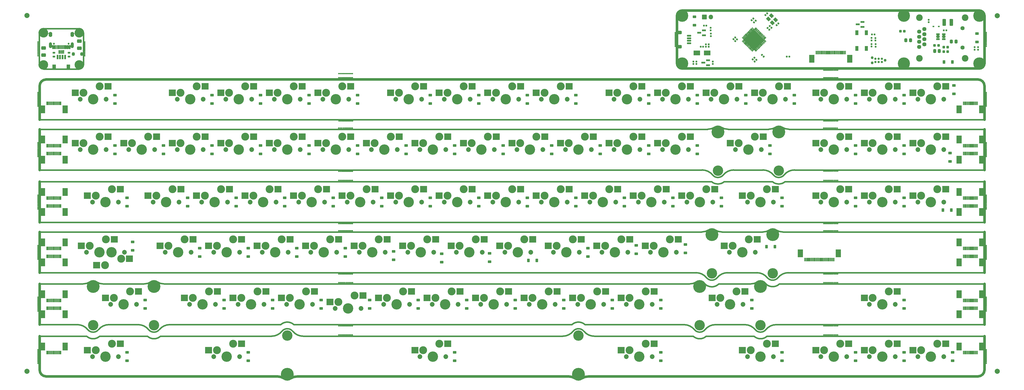
<source format=gbr>
%TF.GenerationSoftware,KiCad,Pcbnew,(6.0.5-0)*%
%TF.CreationDate,2023-01-21T22:01:53+08:00*%
%TF.ProjectId,main,6d61696e-2e6b-4696-9361-645f70636258,Prototype-V1*%
%TF.SameCoordinates,Original*%
%TF.FileFunction,Soldermask,Bot*%
%TF.FilePolarity,Negative*%
%FSLAX46Y46*%
G04 Gerber Fmt 4.6, Leading zero omitted, Abs format (unit mm)*
G04 Created by KiCad (PCBNEW (6.0.5-0)) date 2023-01-21 22:01:53*
%MOMM*%
%LPD*%
G01*
G04 APERTURE LIST*
G04 Aperture macros list*
%AMRoundRect*
0 Rectangle with rounded corners*
0 $1 Rounding radius*
0 $2 $3 $4 $5 $6 $7 $8 $9 X,Y pos of 4 corners*
0 Add a 4 corners polygon primitive as box body*
4,1,4,$2,$3,$4,$5,$6,$7,$8,$9,$2,$3,0*
0 Add four circle primitives for the rounded corners*
1,1,$1+$1,$2,$3*
1,1,$1+$1,$4,$5*
1,1,$1+$1,$6,$7*
1,1,$1+$1,$8,$9*
0 Add four rect primitives between the rounded corners*
20,1,$1+$1,$2,$3,$4,$5,0*
20,1,$1+$1,$4,$5,$6,$7,0*
20,1,$1+$1,$6,$7,$8,$9,0*
20,1,$1+$1,$8,$9,$2,$3,0*%
G04 Aperture macros list end*
%ADD10C,0.600000*%
%ADD11C,1.000000*%
%ADD12C,2.602000*%
%ADD13C,1.626000*%
%ADD14C,1.852000*%
%ADD15C,4.089800*%
%ADD16C,5.048000*%
%ADD17C,3.102000*%
%ADD18RoundRect,0.051000X-1.275000X-1.250000X1.275000X-1.250000X1.275000X1.250000X-1.275000X1.250000X0*%
%ADD19C,0.552000*%
%ADD20C,4.802000*%
%ADD21RoundRect,0.051000X1.275000X1.250000X-1.275000X1.250000X-1.275000X-1.250000X1.275000X-1.250000X0*%
%ADD22RoundRect,0.051000X0.600000X-0.450000X0.600000X0.450000X-0.600000X0.450000X-0.600000X-0.450000X0*%
%ADD23C,3.602000*%
%ADD24RoundRect,0.051000X-0.150000X-0.650000X0.150000X-0.650000X0.150000X0.650000X-0.150000X0.650000X0*%
%ADD25RoundRect,0.051000X-1.000000X-1.500000X1.000000X-1.500000X1.000000X1.500000X-1.000000X1.500000X0*%
%ADD26RoundRect,0.051000X-0.600000X0.450000X-0.600000X-0.450000X0.600000X-0.450000X0.600000X0.450000X0*%
%ADD27RoundRect,0.051000X0.150000X0.650000X-0.150000X0.650000X-0.150000X-0.650000X0.150000X-0.650000X0*%
%ADD28RoundRect,0.051000X1.000000X1.500000X-1.000000X1.500000X-1.000000X-1.500000X1.000000X-1.500000X0*%
%ADD29RoundRect,0.301000X0.625000X-0.375000X0.625000X0.375000X-0.625000X0.375000X-0.625000X-0.375000X0*%
%ADD30RoundRect,0.191000X0.170000X-0.140000X0.170000X0.140000X-0.170000X0.140000X-0.170000X-0.140000X0*%
%ADD31RoundRect,0.113500X0.220971X0.309359X-0.309359X-0.220971X-0.220971X-0.309359X0.309359X0.220971X0*%
%ADD32RoundRect,0.113500X-0.220971X0.309359X-0.309359X0.220971X0.220971X-0.309359X0.309359X-0.220971X0*%
%ADD33RoundRect,0.051000X0.000000X3.959798X-3.959798X0.000000X0.000000X-3.959798X3.959798X0.000000X0*%
%ADD34RoundRect,0.276000X-0.225000X-0.250000X0.225000X-0.250000X0.225000X0.250000X-0.225000X0.250000X0*%
%ADD35RoundRect,0.051000X-0.450000X0.250000X-0.450000X-0.250000X0.450000X-0.250000X0.450000X0.250000X0*%
%ADD36RoundRect,0.301000X-0.262500X-0.450000X0.262500X-0.450000X0.262500X0.450000X-0.262500X0.450000X0*%
%ADD37RoundRect,0.191000X-0.021213X0.219203X-0.219203X0.021213X0.021213X-0.219203X0.219203X-0.021213X0*%
%ADD38RoundRect,0.051000X-0.450000X-0.600000X0.450000X-0.600000X0.450000X0.600000X-0.450000X0.600000X0*%
%ADD39RoundRect,0.051000X-0.300000X-0.225000X0.300000X-0.225000X0.300000X0.225000X-0.300000X0.225000X0*%
%ADD40RoundRect,0.191000X-0.219203X-0.021213X-0.021213X-0.219203X0.219203X0.021213X0.021213X0.219203X0*%
%ADD41RoundRect,0.186000X0.135000X0.185000X-0.135000X0.185000X-0.135000X-0.185000X0.135000X-0.185000X0*%
%ADD42RoundRect,0.186000X-0.185000X0.135000X-0.185000X-0.135000X0.185000X-0.135000X0.185000X0.135000X0*%
%ADD43RoundRect,0.186000X-0.135000X-0.185000X0.135000X-0.185000X0.135000X0.185000X-0.135000X0.185000X0*%
%ADD44RoundRect,0.051000X-0.919239X0.070711X0.070711X-0.919239X0.919239X-0.070711X-0.070711X0.919239X0*%
%ADD45RoundRect,0.198500X-0.172500X0.147500X-0.172500X-0.147500X0.172500X-0.147500X0.172500X0.147500X0*%
%ADD46RoundRect,0.186000X0.185000X-0.135000X0.185000X0.135000X-0.185000X0.135000X-0.185000X-0.135000X0*%
%ADD47RoundRect,0.191000X-0.170000X0.140000X-0.170000X-0.140000X0.170000X-0.140000X0.170000X0.140000X0*%
%ADD48RoundRect,0.201000X-0.512500X-0.150000X0.512500X-0.150000X0.512500X0.150000X-0.512500X0.150000X0*%
%ADD49C,1.092600*%
%ADD50C,0.889400*%
%ADD51RoundRect,0.301000X-0.375000X-1.075000X0.375000X-1.075000X0.375000X1.075000X-0.375000X1.075000X0*%
%ADD52RoundRect,0.301000X-0.625000X0.375000X-0.625000X-0.375000X0.625000X-0.375000X0.625000X0.375000X0*%
%ADD53RoundRect,0.191000X0.219203X0.021213X0.021213X0.219203X-0.219203X-0.021213X-0.021213X-0.219203X0*%
%ADD54RoundRect,0.276000X0.225000X0.250000X-0.225000X0.250000X-0.225000X-0.250000X0.225000X-0.250000X0*%
%ADD55RoundRect,0.201000X0.587500X0.150000X-0.587500X0.150000X-0.587500X-0.150000X0.587500X-0.150000X0*%
%ADD56RoundRect,0.201000X0.625000X-0.150000X0.625000X0.150000X-0.625000X0.150000X-0.625000X-0.150000X0*%
%ADD57RoundRect,0.301000X0.650000X-0.350000X0.650000X0.350000X-0.650000X0.350000X-0.650000X-0.350000X0*%
%ADD58RoundRect,0.051000X-1.250000X-0.900000X1.250000X-0.900000X1.250000X0.900000X-1.250000X0.900000X0*%
%ADD59RoundRect,0.191000X0.021213X-0.219203X0.219203X-0.021213X-0.021213X0.219203X-0.219203X0.021213X0*%
%ADD60RoundRect,0.191000X-0.140000X-0.170000X0.140000X-0.170000X0.140000X0.170000X-0.140000X0.170000X0*%
%ADD61RoundRect,0.051000X-0.850000X0.850000X-0.850000X-0.850000X0.850000X-0.850000X0.850000X0.850000X0*%
%ADD62O,1.802000X1.802000*%
%ADD63C,2.000000*%
%ADD64RoundRect,0.051000X0.600000X0.900000X-0.600000X0.900000X-0.600000X-0.900000X0.600000X-0.900000X0*%
%ADD65RoundRect,0.051000X0.300000X0.775000X-0.300000X0.775000X-0.300000X-0.775000X0.300000X-0.775000X0*%
%ADD66RoundRect,0.051000X-0.550000X0.900000X-0.550000X-0.900000X0.550000X-0.900000X0.550000X0.900000X0*%
%ADD67RoundRect,0.301000X0.262500X0.450000X-0.262500X0.450000X-0.262500X-0.450000X0.262500X-0.450000X0*%
%ADD68RoundRect,0.301000X-0.250000X-0.350000X0.250000X-0.350000X0.250000X0.350000X-0.250000X0.350000X0*%
%ADD69RoundRect,0.176000X0.000000X0.150000X0.000000X0.150000X0.000000X-0.150000X0.000000X-0.150000X0*%
%ADD70RoundRect,0.051000X0.125000X0.275000X-0.125000X0.275000X-0.125000X-0.275000X0.125000X-0.275000X0*%
%ADD71RoundRect,0.051000X0.150000X0.275000X-0.150000X0.275000X-0.150000X-0.275000X0.150000X-0.275000X0*%
%ADD72RoundRect,0.051000X0.450000X0.600000X-0.450000X0.600000X-0.450000X-0.600000X0.450000X-0.600000X0*%
%ADD73C,0.752000*%
%ADD74RoundRect,0.201000X-0.150000X-0.575000X0.150000X-0.575000X0.150000X0.575000X-0.150000X0.575000X0*%
%ADD75RoundRect,0.126000X-0.075000X-0.650000X0.075000X-0.650000X0.075000X0.650000X-0.075000X0.650000X0*%
%ADD76O,1.202000X2.302000*%
%ADD77O,1.402000X2.002000*%
G04 APERTURE END LIST*
D10*
X19883676Y-72635337D02*
G75*
G03*
X22726295Y-71808532I-76J5300237D01*
G01*
X-2127187Y-90593019D02*
G75*
G03*
X2063687Y-90593019I2095437J1702687D01*
G01*
X242779625Y-32413345D02*
G75*
G03*
X247694375Y-32413345I2457375J2795001D01*
G01*
D11*
X75121045Y-109854332D02*
G75*
G03*
X77278955Y-109854332I1078955J1684000D01*
G01*
X349875000Y32925000D02*
G75*
G03*
X347875000Y34925000I-2000000J0D01*
G01*
X-18525000Y7800000D02*
X347375000Y7800000D01*
X347375000Y-108985332D02*
X194546081Y-108985332D01*
D10*
X82408702Y-93185332D02*
X184291298Y-93185332D01*
X78295437Y-91227644D02*
G75*
G03*
X74104563Y-91227644I-2095437J-1702689D01*
G01*
X239830022Y-72299779D02*
G75*
G03*
X245580190Y-72635332I3025778J2414579D01*
G01*
X249064452Y-68198372D02*
G75*
G03*
X244951187Y-70156032I-152J-5299728D01*
G01*
X192595455Y-91227629D02*
G75*
G03*
X196708702Y-93185332I4113245J3342229D01*
G01*
X187925515Y-88635332D02*
X78774485Y-88635332D01*
X-21225000Y13625000D02*
G75*
G03*
X-19525000Y11925000I1699998J-2D01*
G01*
X270816324Y-52198345D02*
X349875000Y-52198345D01*
X21269765Y-93185332D02*
G75*
G03*
X26418735Y-93185332I2574485J2794999D01*
G01*
D11*
X194546081Y-108985339D02*
G75*
G03*
X191578955Y-109854332I-81J-5499761D01*
G01*
D10*
X349875000Y-48413345D02*
X-21025000Y-48413345D01*
X262904298Y-27785000D02*
X251445702Y-27785000D01*
X349875000Y-27785000D02*
X275321702Y-27785000D01*
X249283081Y-11785000D02*
X265152426Y-11785000D01*
X-21025000Y-52198345D02*
X238809669Y-52198345D01*
X244042613Y-51360926D02*
G75*
G03*
X246901831Y-52198345I2859187J4462326D01*
G01*
X259873813Y-90593019D02*
G75*
G03*
X264064687Y-90593019I2095437J1702687D01*
G01*
X-21025000Y-11785000D02*
X241190919Y-11785000D01*
X264636297Y-70156045D02*
G75*
G03*
X260523048Y-68198345I-4113397J-3342555D01*
G01*
X192595437Y-91227644D02*
G75*
G03*
X188404563Y-91227644I-2095437J-1702689D01*
G01*
X268177952Y-88635364D02*
G75*
G03*
X264064687Y-90593019I-152J-5299736D01*
G01*
X-5525000Y11925000D02*
G75*
G03*
X-3825000Y13625000I2J1699998D01*
G01*
D11*
X-21025000Y-106485332D02*
G75*
G03*
X-18525000Y-108985332I2500000J0D01*
G01*
D10*
X255760548Y-88635332D02*
X244301952Y-88635332D01*
X-6240452Y-88635332D02*
X-21025000Y-88635332D01*
X269394545Y-72635332D02*
X349875000Y-72635332D01*
D11*
X347375000Y-108985400D02*
G75*
G03*
X349875000Y-106485332I-100J2500100D01*
G01*
D10*
X30052952Y-88635332D02*
G75*
G03*
X25939687Y-90593019I-2J-5299998D01*
G01*
D11*
X349875000Y-11785000D02*
X349875000Y-27785000D01*
D10*
X241190919Y-11784972D02*
G75*
G03*
X244050149Y-10947600I81J5299872D01*
G01*
X275321702Y-27785001D02*
G75*
G03*
X271208437Y-29742687I-2J-5299999D01*
G01*
D11*
X349875000Y-72635332D02*
X349875000Y-88635332D01*
D10*
X244301952Y-88635364D02*
G75*
G03*
X240188687Y-90593019I-152J-5299736D01*
G01*
X1155101Y-71797932D02*
G75*
G03*
X-1218601Y-71797932I-1186851J-1852402D01*
G01*
D11*
X186453920Y-108985332D02*
X80246081Y-108985332D01*
D10*
X78295455Y-91227629D02*
G75*
G03*
X82408702Y-93185332I4113245J3342229D01*
G01*
X273197574Y-11785000D02*
X349875000Y-11785000D01*
X349875000Y-68198345D02*
X272940452Y-68198345D01*
X193074485Y-88635332D02*
G75*
G03*
X187925515Y-88635332I-2574485J-2794999D01*
G01*
D11*
X75121054Y-109854318D02*
G75*
G03*
X72153919Y-108985332I-2967154J-4631182D01*
G01*
D10*
X27928824Y-72635332D02*
X234047169Y-72635332D01*
X-19525000Y11925000D02*
X-5525000Y11925000D01*
X243141563Y-29742687D02*
G75*
G03*
X247332437Y-29742687I2095437J1702687D01*
G01*
X6176952Y-88635332D02*
G75*
G03*
X2063687Y-90593019I-2J-5299998D01*
G01*
X262771176Y-52198348D02*
G75*
G03*
X265613795Y-51371545I-76J5300248D01*
G01*
X247694375Y-32413345D02*
X266655625Y-32413345D01*
D11*
X229167900Y14125000D02*
G75*
G03*
X231167843Y12125000I1999900J-100D01*
G01*
D10*
X-2606235Y-93185332D02*
G75*
G03*
X2542735Y-93185332I2574485J2794999D01*
G01*
D11*
X-21025000Y-68198345D02*
X-21025000Y-52198345D01*
D10*
X21748813Y-90593019D02*
G75*
G03*
X25939687Y-90593019I2095437J1702687D01*
G01*
X259394765Y-93185332D02*
G75*
G03*
X264543735Y-93185332I2574485J2794999D01*
G01*
D11*
X349875000Y-93185332D02*
X349875000Y-106485332D01*
D10*
X-5525000Y27825000D02*
X-19525000Y27825000D01*
X272940452Y-68198372D02*
G75*
G03*
X268827187Y-70156032I-152J-5299728D01*
G01*
D11*
X-18525000Y7800000D02*
G75*
G03*
X-21025000Y5300000I0J-2500000D01*
G01*
X189421045Y-109854332D02*
G75*
G03*
X191578955Y-109854332I1078955J1684000D01*
G01*
D10*
X-21025000Y-72635332D02*
X-4077831Y-72635332D01*
X21748813Y-90593019D02*
G75*
G03*
X17635548Y-88635332I-4113263J-3342311D01*
G01*
X1155102Y-71797930D02*
G75*
G03*
X4014331Y-72635332I2859228J4462580D01*
G01*
X246901831Y-52198345D02*
X262771176Y-52198345D01*
X264636313Y-70156032D02*
G75*
G03*
X268827187Y-70156032I2095437J1702687D01*
G01*
D11*
X349875000Y-32413345D02*
X349875000Y-48413345D01*
D10*
X240667735Y-93185332D02*
X259394765Y-93185332D01*
X234047169Y-72635316D02*
G75*
G03*
X236906399Y-71797932I-69J5300316D01*
G01*
X25086212Y-71808521D02*
G75*
G03*
X27928824Y-72635332I2842588J4473021D01*
G01*
X235997800Y-90593029D02*
G75*
G03*
X231884548Y-88635332I-4113400J-3342571D01*
G01*
D11*
X231167843Y34925057D02*
G75*
G03*
X229167843Y32925000I57J-2000057D01*
G01*
D10*
X2542735Y-93185332D02*
X21269765Y-93185332D01*
X240760297Y-70156045D02*
G75*
G03*
X236647048Y-68198345I-4113397J-3342555D01*
G01*
X240760313Y-70156032D02*
G75*
G03*
X244951187Y-70156032I2095437J1702687D01*
G01*
X73625515Y-88635332D02*
X30052952Y-88635332D01*
X-2127187Y-90593019D02*
G75*
G03*
X-6240452Y-88635332I-4113265J-3342314D01*
G01*
X270354955Y-10958200D02*
G75*
G03*
X267995045Y-10958200I-1179955J-1856800D01*
G01*
X-21225000Y26125000D02*
X-21225000Y13625000D01*
X78774485Y-88635332D02*
G75*
G03*
X73625515Y-88635332I-2574485J-2794999D01*
G01*
D11*
X72153920Y-108985332D02*
X-18525000Y-108985332D01*
D10*
X239827879Y-72297247D02*
G75*
G03*
X236906399Y-71797932I-1734679J-1353153D01*
G01*
X260523048Y-68198345D02*
X249064452Y-68198345D01*
D11*
X80246081Y-108985339D02*
G75*
G03*
X77278955Y-109854332I-81J-5499761D01*
G01*
D10*
X246423851Y-10947600D02*
G75*
G03*
X244050149Y-10947600I-1186851J-1852402D01*
G01*
X349875000Y-8000000D02*
X-21025000Y-8000000D01*
D11*
X-21025000Y-88635332D02*
X-21025000Y-72635332D01*
D10*
X25086205Y-71808532D02*
G75*
G03*
X22726295Y-71808532I-1179955J-1856800D01*
G01*
X-19525000Y27825000D02*
G75*
G03*
X-21225000Y26125000I-2J-1699998D01*
G01*
X271570375Y-32413345D02*
X349875000Y-32413345D01*
X196708702Y-93185332D02*
X235518765Y-93185332D01*
D11*
X231167843Y12125000D02*
X347875000Y12125000D01*
D10*
X270354946Y-10958214D02*
G75*
G03*
X273197574Y-11785000I2842654J4473414D01*
G01*
D11*
X349875000Y5300000D02*
X349875000Y-8000000D01*
D10*
X259873800Y-90593029D02*
G75*
G03*
X255760548Y-88635332I-4113400J-3342571D01*
G01*
X267973705Y-51371545D02*
G75*
G03*
X265613795Y-51371545I-1179955J-1856800D01*
G01*
X267973719Y-51371522D02*
G75*
G03*
X270816324Y-52198345I2842581J4472922D01*
G01*
X236647048Y-68198345D02*
X-21025000Y-68198345D01*
X246423848Y-10947605D02*
G75*
G03*
X249283081Y-11785000I2859252J4462705D01*
G01*
X-21025000Y-32413345D02*
X242779625Y-32413345D01*
D11*
X349875000Y14125000D02*
X349875000Y32925000D01*
D10*
X258008676Y-72635337D02*
G75*
G03*
X260851295Y-71808532I-76J5300237D01*
G01*
X349875000Y-88635332D02*
X268177952Y-88635332D01*
X265152426Y-11784992D02*
G75*
G03*
X267995045Y-10958200I74J5299792D01*
G01*
X251445702Y-27785001D02*
G75*
G03*
X247332437Y-29742687I-2J-5299999D01*
G01*
X239028298Y-27785000D02*
X-21025000Y-27785000D01*
X267017563Y-29742687D02*
G75*
G03*
X271208437Y-29742687I2095437J1702687D01*
G01*
X4014331Y-72635332D02*
X19883676Y-72635332D01*
X-21025000Y-93185332D02*
X-2606235Y-93185332D01*
X266655625Y-32413345D02*
G75*
G03*
X271570375Y-32413345I2457375J2795001D01*
G01*
X267017564Y-29742687D02*
G75*
G03*
X262904298Y-27785000I-4113264J-3342313D01*
G01*
D11*
X229167843Y32925000D02*
X229167843Y14125000D01*
X349875000Y5300000D02*
G75*
G03*
X347375000Y7800000I-2500000J0D01*
G01*
D10*
X235518765Y-93185332D02*
G75*
G03*
X240667735Y-93185332I2574485J2794999D01*
G01*
D11*
X-21025000Y-27785000D02*
X-21025000Y-11785000D01*
D10*
X231884548Y-88635332D02*
X193074485Y-88635332D01*
X264543735Y-93185332D02*
X349875000Y-93185332D01*
X263723048Y-72258923D02*
G75*
G03*
X260851295Y-71808532I-1691748J-1406277D01*
G01*
X69991298Y-93185282D02*
G75*
G03*
X74104563Y-91227644I2J5300082D01*
G01*
X184291298Y-93185282D02*
G75*
G03*
X188404563Y-91227644I2J5300082D01*
G01*
D11*
X-21025000Y-8000000D02*
X-21025000Y5300000D01*
X349875000Y-52198345D02*
X349875000Y-68198345D01*
D10*
X26418735Y-93185332D02*
X69991298Y-93185332D01*
D11*
X347875000Y34925000D02*
X231167843Y34925000D01*
D10*
X235997813Y-90593019D02*
G75*
G03*
X240188687Y-90593019I2095437J1702687D01*
G01*
X-3825000Y26125000D02*
G75*
G03*
X-5525000Y27825000I-1699998J2D01*
G01*
X238809669Y-52198327D02*
G75*
G03*
X241668899Y-51360945I-69J5300327D01*
G01*
X263719682Y-72254764D02*
G75*
G03*
X269394545Y-72635332I3012118J2414564D01*
G01*
X243141564Y-29742687D02*
G75*
G03*
X239028298Y-27785000I-4113264J-3342313D01*
G01*
D11*
X-21025000Y-48413345D02*
X-21025000Y-32413345D01*
X189421054Y-109854318D02*
G75*
G03*
X186453919Y-108985332I-2967154J-4631182D01*
G01*
D10*
X244042601Y-51360945D02*
G75*
G03*
X241668899Y-51360945I-1186851J-1852402D01*
G01*
D11*
X-21025000Y-106485332D02*
X-21025000Y-93185332D01*
D10*
X-3825000Y13625000D02*
X-3825000Y26125000D01*
X17635548Y-88635332D02*
X6176952Y-88635332D01*
D11*
X347875000Y12125000D02*
G75*
G03*
X349875000Y14125000I0J2000000D01*
G01*
D10*
X245580190Y-72635332D02*
X258008676Y-72635332D01*
X-4077831Y-72635332D02*
G75*
G03*
X-1218601Y-71797932I-4J5300010D01*
G01*
X19883676Y-72635337D02*
G75*
G03*
X22726295Y-71808532I-76J5300237D01*
G01*
X-2127187Y-90593019D02*
G75*
G03*
X2063687Y-90593019I2095437J1702687D01*
G01*
X242779625Y-32413345D02*
G75*
G03*
X247694375Y-32413345I2457375J2795001D01*
G01*
D11*
X75121045Y-109854332D02*
G75*
G03*
X77278955Y-109854332I1078955J1684000D01*
G01*
X349875000Y32925000D02*
G75*
G03*
X347875000Y34925000I-2000000J0D01*
G01*
X-18525000Y7800000D02*
X347375000Y7800000D01*
X347375000Y-108985332D02*
X194546081Y-108985332D01*
D10*
X82408702Y-93185332D02*
X184291298Y-93185332D01*
X78295437Y-91227644D02*
G75*
G03*
X74104563Y-91227644I-2095437J-1702689D01*
G01*
X239830022Y-72299779D02*
G75*
G03*
X245580190Y-72635332I3025778J2414579D01*
G01*
X249064452Y-68198372D02*
G75*
G03*
X244951187Y-70156032I-152J-5299728D01*
G01*
X192595455Y-91227629D02*
G75*
G03*
X196708702Y-93185332I4113245J3342229D01*
G01*
X187925515Y-88635332D02*
X78774485Y-88635332D01*
X-21225000Y13625000D02*
G75*
G03*
X-19525000Y11925000I1699998J-2D01*
G01*
X270816324Y-52198345D02*
X349875000Y-52198345D01*
X21269765Y-93185332D02*
G75*
G03*
X26418735Y-93185332I2574485J2794999D01*
G01*
D11*
X194546081Y-108985339D02*
G75*
G03*
X191578955Y-109854332I-81J-5499761D01*
G01*
D10*
X349875000Y-48413345D02*
X-21025000Y-48413345D01*
X262904298Y-27785000D02*
X251445702Y-27785000D01*
X349875000Y-27785000D02*
X275321702Y-27785000D01*
X249283081Y-11785000D02*
X265152426Y-11785000D01*
X-21025000Y-52198345D02*
X238809669Y-52198345D01*
X244042613Y-51360926D02*
G75*
G03*
X246901831Y-52198345I2859187J4462326D01*
G01*
X259873813Y-90593019D02*
G75*
G03*
X264064687Y-90593019I2095437J1702687D01*
G01*
X-21025000Y-11785000D02*
X241190919Y-11785000D01*
X264636297Y-70156045D02*
G75*
G03*
X260523048Y-68198345I-4113397J-3342555D01*
G01*
X192595437Y-91227644D02*
G75*
G03*
X188404563Y-91227644I-2095437J-1702689D01*
G01*
X268177952Y-88635364D02*
G75*
G03*
X264064687Y-90593019I-152J-5299736D01*
G01*
X-5525000Y11925000D02*
G75*
G03*
X-3825000Y13625000I2J1699998D01*
G01*
D11*
X-21025000Y-106485332D02*
G75*
G03*
X-18525000Y-108985332I2500000J0D01*
G01*
D10*
X255760548Y-88635332D02*
X244301952Y-88635332D01*
X-6240452Y-88635332D02*
X-21025000Y-88635332D01*
X269394545Y-72635332D02*
X349875000Y-72635332D01*
D11*
X347375000Y-108985400D02*
G75*
G03*
X349875000Y-106485332I-100J2500100D01*
G01*
D10*
X30052952Y-88635332D02*
G75*
G03*
X25939687Y-90593019I-2J-5299998D01*
G01*
D11*
X349875000Y-11785000D02*
X349875000Y-27785000D01*
D10*
X241190919Y-11784972D02*
G75*
G03*
X244050149Y-10947600I81J5299872D01*
G01*
X275321702Y-27785001D02*
G75*
G03*
X271208437Y-29742687I-2J-5299999D01*
G01*
D11*
X349875000Y-72635332D02*
X349875000Y-88635332D01*
D10*
X244301952Y-88635364D02*
G75*
G03*
X240188687Y-90593019I-152J-5299736D01*
G01*
X1155101Y-71797932D02*
G75*
G03*
X-1218601Y-71797932I-1186851J-1852402D01*
G01*
D11*
X186453920Y-108985332D02*
X80246081Y-108985332D01*
D10*
X78295455Y-91227629D02*
G75*
G03*
X82408702Y-93185332I4113245J3342229D01*
G01*
X273197574Y-11785000D02*
X349875000Y-11785000D01*
X349875000Y-68198345D02*
X272940452Y-68198345D01*
X193074485Y-88635332D02*
G75*
G03*
X187925515Y-88635332I-2574485J-2794999D01*
G01*
D11*
X75121054Y-109854318D02*
G75*
G03*
X72153919Y-108985332I-2967154J-4631182D01*
G01*
D10*
X27928824Y-72635332D02*
X234047169Y-72635332D01*
X-19525000Y11925000D02*
X-5525000Y11925000D01*
X243141563Y-29742687D02*
G75*
G03*
X247332437Y-29742687I2095437J1702687D01*
G01*
X6176952Y-88635332D02*
G75*
G03*
X2063687Y-90593019I-2J-5299998D01*
G01*
X262771176Y-52198348D02*
G75*
G03*
X265613795Y-51371545I-76J5300248D01*
G01*
X247694375Y-32413345D02*
X266655625Y-32413345D01*
D11*
X229167900Y14125000D02*
G75*
G03*
X231167843Y12125000I1999900J-100D01*
G01*
D10*
X-2606235Y-93185332D02*
G75*
G03*
X2542735Y-93185332I2574485J2794999D01*
G01*
D11*
X-21025000Y-68198345D02*
X-21025000Y-52198345D01*
D10*
X21748813Y-90593019D02*
G75*
G03*
X25939687Y-90593019I2095437J1702687D01*
G01*
X259394765Y-93185332D02*
G75*
G03*
X264543735Y-93185332I2574485J2794999D01*
G01*
D11*
X349875000Y-93185332D02*
X349875000Y-106485332D01*
D10*
X-5525000Y27825000D02*
X-19525000Y27825000D01*
X272940452Y-68198372D02*
G75*
G03*
X268827187Y-70156032I-152J-5299728D01*
G01*
D11*
X-18525000Y7800000D02*
G75*
G03*
X-21025000Y5300000I0J-2500000D01*
G01*
X189421045Y-109854332D02*
G75*
G03*
X191578955Y-109854332I1078955J1684000D01*
G01*
D10*
X-21025000Y-72635332D02*
X-4077831Y-72635332D01*
X21748813Y-90593019D02*
G75*
G03*
X17635548Y-88635332I-4113263J-3342311D01*
G01*
X1155102Y-71797930D02*
G75*
G03*
X4014331Y-72635332I2859228J4462580D01*
G01*
X246901831Y-52198345D02*
X262771176Y-52198345D01*
X264636313Y-70156032D02*
G75*
G03*
X268827187Y-70156032I2095437J1702687D01*
G01*
D11*
X349875000Y-32413345D02*
X349875000Y-48413345D01*
D10*
X240667735Y-93185332D02*
X259394765Y-93185332D01*
X234047169Y-72635316D02*
G75*
G03*
X236906399Y-71797932I-69J5300316D01*
G01*
X25086212Y-71808521D02*
G75*
G03*
X27928824Y-72635332I2842588J4473021D01*
G01*
X235997800Y-90593029D02*
G75*
G03*
X231884548Y-88635332I-4113400J-3342571D01*
G01*
D11*
X231167843Y34925057D02*
G75*
G03*
X229167843Y32925000I57J-2000057D01*
G01*
D10*
X2542735Y-93185332D02*
X21269765Y-93185332D01*
X240760297Y-70156045D02*
G75*
G03*
X236647048Y-68198345I-4113397J-3342555D01*
G01*
X240760313Y-70156032D02*
G75*
G03*
X244951187Y-70156032I2095437J1702687D01*
G01*
X73625515Y-88635332D02*
X30052952Y-88635332D01*
X-2127187Y-90593019D02*
G75*
G03*
X-6240452Y-88635332I-4113265J-3342314D01*
G01*
X270354955Y-10958200D02*
G75*
G03*
X267995045Y-10958200I-1179955J-1856800D01*
G01*
X-21225000Y26125000D02*
X-21225000Y13625000D01*
X78774485Y-88635332D02*
G75*
G03*
X73625515Y-88635332I-2574485J-2794999D01*
G01*
D11*
X72153920Y-108985332D02*
X-18525000Y-108985332D01*
D10*
X239827879Y-72297247D02*
G75*
G03*
X236906399Y-71797932I-1734679J-1353153D01*
G01*
X260523048Y-68198345D02*
X249064452Y-68198345D01*
D11*
X80246081Y-108985339D02*
G75*
G03*
X77278955Y-109854332I-81J-5499761D01*
G01*
D10*
X246423851Y-10947600D02*
G75*
G03*
X244050149Y-10947600I-1186851J-1852402D01*
G01*
X349875000Y-8000000D02*
X-21025000Y-8000000D01*
D11*
X-21025000Y-88635332D02*
X-21025000Y-72635332D01*
D10*
X25086205Y-71808532D02*
G75*
G03*
X22726295Y-71808532I-1179955J-1856800D01*
G01*
X-19525000Y27825000D02*
G75*
G03*
X-21225000Y26125000I-2J-1699998D01*
G01*
X271570375Y-32413345D02*
X349875000Y-32413345D01*
X196708702Y-93185332D02*
X235518765Y-93185332D01*
D11*
X231167843Y12125000D02*
X347875000Y12125000D01*
D10*
X270354946Y-10958214D02*
G75*
G03*
X273197574Y-11785000I2842654J4473414D01*
G01*
D11*
X349875000Y5300000D02*
X349875000Y-8000000D01*
D10*
X259873800Y-90593029D02*
G75*
G03*
X255760548Y-88635332I-4113400J-3342571D01*
G01*
X267973705Y-51371545D02*
G75*
G03*
X265613795Y-51371545I-1179955J-1856800D01*
G01*
X267973719Y-51371522D02*
G75*
G03*
X270816324Y-52198345I2842581J4472922D01*
G01*
X236647048Y-68198345D02*
X-21025000Y-68198345D01*
X246423848Y-10947605D02*
G75*
G03*
X249283081Y-11785000I2859252J4462705D01*
G01*
X-21025000Y-32413345D02*
X242779625Y-32413345D01*
D11*
X349875000Y14125000D02*
X349875000Y32925000D01*
D10*
X258008676Y-72635337D02*
G75*
G03*
X260851295Y-71808532I-76J5300237D01*
G01*
X349875000Y-88635332D02*
X268177952Y-88635332D01*
X265152426Y-11784992D02*
G75*
G03*
X267995045Y-10958200I74J5299792D01*
G01*
X251445702Y-27785001D02*
G75*
G03*
X247332437Y-29742687I-2J-5299999D01*
G01*
X239028298Y-27785000D02*
X-21025000Y-27785000D01*
X267017563Y-29742687D02*
G75*
G03*
X271208437Y-29742687I2095437J1702687D01*
G01*
X4014331Y-72635332D02*
X19883676Y-72635332D01*
X-21025000Y-93185332D02*
X-2606235Y-93185332D01*
X266655625Y-32413345D02*
G75*
G03*
X271570375Y-32413345I2457375J2795001D01*
G01*
X267017564Y-29742687D02*
G75*
G03*
X262904298Y-27785000I-4113264J-3342313D01*
G01*
D11*
X229167843Y32925000D02*
X229167843Y14125000D01*
X349875000Y5300000D02*
G75*
G03*
X347375000Y7800000I-2500000J0D01*
G01*
D10*
X235518765Y-93185332D02*
G75*
G03*
X240667735Y-93185332I2574485J2794999D01*
G01*
D11*
X-21025000Y-27785000D02*
X-21025000Y-11785000D01*
D10*
X231884548Y-88635332D02*
X193074485Y-88635332D01*
X264543735Y-93185332D02*
X349875000Y-93185332D01*
X263723048Y-72258923D02*
G75*
G03*
X260851295Y-71808532I-1691748J-1406277D01*
G01*
X69991298Y-93185282D02*
G75*
G03*
X74104563Y-91227644I2J5300082D01*
G01*
X184291298Y-93185282D02*
G75*
G03*
X188404563Y-91227644I2J5300082D01*
G01*
D11*
X-21025000Y-8000000D02*
X-21025000Y5300000D01*
X349875000Y-52198345D02*
X349875000Y-68198345D01*
D10*
X26418735Y-93185332D02*
X69991298Y-93185332D01*
D11*
X347875000Y34925000D02*
X231167843Y34925000D01*
D10*
X235997813Y-90593019D02*
G75*
G03*
X240188687Y-90593019I2095437J1702687D01*
G01*
X-3825000Y26125000D02*
G75*
G03*
X-5525000Y27825000I-1699998J2D01*
G01*
X238809669Y-52198327D02*
G75*
G03*
X241668899Y-51360945I-69J5300327D01*
G01*
X263719682Y-72254764D02*
G75*
G03*
X269394545Y-72635332I3012118J2414564D01*
G01*
X243141564Y-29742687D02*
G75*
G03*
X239028298Y-27785000I-4113264J-3342313D01*
G01*
D11*
X-21025000Y-48413345D02*
X-21025000Y-32413345D01*
X189421054Y-109854318D02*
G75*
G03*
X186453919Y-108985332I-2967154J-4631182D01*
G01*
D10*
X244042601Y-51360945D02*
G75*
G03*
X241668899Y-51360945I-1186851J-1852402D01*
G01*
D11*
X-21025000Y-106485332D02*
X-21025000Y-93185332D01*
D10*
X-3825000Y13625000D02*
X-3825000Y26125000D01*
X17635548Y-88635332D02*
X6176952Y-88635332D01*
D11*
X347875000Y12125000D02*
G75*
G03*
X349875000Y14125000I0J2000000D01*
G01*
D10*
X245580190Y-72635332D02*
X258008676Y-72635332D01*
X-4077831Y-72635332D02*
G75*
G03*
X-1218601Y-71797932I-4J5300010D01*
G01*
D12*
X324307500Y32125000D03*
X324307500Y16125000D03*
X342307500Y32125000D03*
X342307500Y16125000D03*
D13*
X341307500Y20315000D03*
X341307500Y27935000D03*
X324257500Y20625000D03*
X326257500Y21625000D03*
X324257500Y22625000D03*
X326257500Y23625000D03*
X324257500Y24625000D03*
X326257500Y25625000D03*
X324257500Y26625000D03*
X326257500Y27625000D03*
D14*
X262255000Y-19785000D03*
D15*
X257175000Y-19785000D03*
X269113000Y-28040000D03*
D16*
X245237000Y-12800000D03*
D17*
X253365000Y-17245000D03*
X259715000Y-14705000D03*
D15*
X245237000Y-28040000D03*
D16*
X269113000Y-12800000D03*
D14*
X252095000Y-19785000D03*
D18*
X250090000Y-17245000D03*
X263017000Y-14705000D03*
D15*
X219075000Y-40413300D03*
D14*
X213995000Y-40413300D03*
X224155000Y-40413300D03*
D17*
X221615000Y-35333300D03*
X215265000Y-37873300D03*
D18*
X211990000Y-37873300D03*
X224917000Y-35333300D03*
D17*
X45402500Y-75555300D03*
D14*
X37782500Y-80635300D03*
D15*
X42862500Y-80635300D03*
D14*
X47942500Y-80635300D03*
D17*
X39052500Y-78095300D03*
D18*
X35777500Y-78095300D03*
X48704500Y-75555300D03*
D19*
X288621400Y11425000D03*
X289221400Y11425000D03*
X290421400Y11425000D03*
X286821400Y11425000D03*
X291621400Y11425000D03*
X289821400Y11425000D03*
X291021400Y11425000D03*
X287421400Y11425000D03*
X292221400Y11425000D03*
X288021400Y11425000D03*
D17*
X7302500Y-35333300D03*
D14*
X9842500Y-40413300D03*
D17*
X952500Y-37873300D03*
D15*
X4762500Y-40413300D03*
D14*
X-317500Y-40413300D03*
D18*
X-2322500Y-37873300D03*
X10604500Y-35333300D03*
D14*
X33655000Y-40413300D03*
D17*
X24765000Y-37873300D03*
D14*
X23495000Y-40413300D03*
D15*
X28575000Y-40413300D03*
D17*
X31115000Y-35333300D03*
D18*
X21490000Y-37873300D03*
X34417000Y-35333300D03*
D19*
X286714250Y-11285000D03*
X291514250Y-11285000D03*
X289714250Y-11285000D03*
X292114250Y-11285000D03*
X287314250Y-11285000D03*
X290314250Y-11285000D03*
X287914250Y-11285000D03*
X290914250Y-11285000D03*
X289114250Y-11285000D03*
X288514250Y-11285000D03*
D20*
X231167800Y14125000D03*
D19*
X-3325000Y20175000D03*
X-3325000Y18375000D03*
X-3325000Y19575000D03*
X-3325000Y17775000D03*
X-3325000Y20775000D03*
X-3325000Y22575000D03*
X-3325000Y17175000D03*
X-3325000Y21375000D03*
X-3325000Y21975000D03*
X-3325000Y18975000D03*
D17*
X258127500Y-98645300D03*
D14*
X267017500Y-101185300D03*
X256857500Y-101185300D03*
D17*
X264477500Y-96105300D03*
D15*
X261937500Y-101185300D03*
D18*
X254852500Y-98645300D03*
X267779500Y-96105300D03*
D15*
X76200000Y-19785000D03*
D14*
X81280000Y-19785000D03*
D17*
X78740000Y-14705000D03*
D14*
X71120000Y-19785000D03*
D17*
X72390000Y-17245000D03*
D18*
X69115000Y-17245000D03*
X82042000Y-14705000D03*
D15*
X147637500Y-60198300D03*
D14*
X142557500Y-60198300D03*
X152717500Y-60198300D03*
D17*
X143827500Y-57658300D03*
X150177500Y-55118300D03*
D18*
X140552500Y-57658300D03*
X153479500Y-55118300D03*
D17*
X220027500Y-57658300D03*
D15*
X223837500Y-60198300D03*
D14*
X228917500Y-60198300D03*
D17*
X226377500Y-55118300D03*
D14*
X218757500Y-60198300D03*
D18*
X216752500Y-57658300D03*
X229679500Y-55118300D03*
D14*
X267017500Y-40413300D03*
D15*
X261937500Y-40413300D03*
D17*
X258127500Y-37873300D03*
D14*
X256857500Y-40413300D03*
D17*
X264477500Y-35333300D03*
D18*
X254852500Y-37873300D03*
X267779500Y-35333300D03*
D17*
X331390000Y5080000D03*
D14*
X333930000Y0D03*
D15*
X328850000Y0D03*
D14*
X323770000Y0D03*
D17*
X325040000Y2540000D03*
D18*
X321765000Y2540000D03*
X334692000Y5080000D03*
D14*
X-317500Y-101185300D03*
D17*
X952500Y-98645300D03*
X7302500Y-96105300D03*
D15*
X4762500Y-101185300D03*
D14*
X9842500Y-101185300D03*
D18*
X-2322500Y-98645300D03*
X10604500Y-96105300D03*
D19*
X-21725000Y-62898300D03*
X-21725000Y-59298300D03*
X-21725000Y-57498300D03*
X-21725000Y-58098300D03*
X-21725000Y-61098300D03*
X-21725000Y-58698300D03*
X-21725000Y-59898300D03*
X-21725000Y-61698300D03*
X-21725000Y-62298300D03*
X-21725000Y-60498300D03*
X350600000Y21500000D03*
X350600000Y23300000D03*
X350600000Y22700000D03*
X350600000Y24500000D03*
X350600000Y23900000D03*
X350600000Y22100000D03*
X350600000Y20900000D03*
X350600000Y26300000D03*
X350600000Y25100000D03*
X350600000Y25700000D03*
D14*
X75882500Y-80635300D03*
D17*
X77152500Y-78095300D03*
X83502500Y-75555300D03*
D15*
X80962500Y-80635300D03*
D14*
X86042500Y-80635300D03*
D18*
X73877500Y-78095300D03*
X86804500Y-75555300D03*
D14*
X12223750Y-60198300D03*
X2063750Y-60198300D03*
D15*
X7143750Y-60198300D03*
D17*
X4603750Y-65278300D03*
X10953750Y-62738300D03*
D21*
X14228750Y-62738300D03*
X1301750Y-65278300D03*
D14*
X304720000Y-40413300D03*
D15*
X309800000Y-40413300D03*
D17*
X305990000Y-37873300D03*
D14*
X314880000Y-40413300D03*
D17*
X312340000Y-35333300D03*
D18*
X302715000Y-37873300D03*
X315642000Y-35333300D03*
D14*
X295830000Y0D03*
D17*
X286940000Y2540000D03*
D15*
X290750000Y0D03*
D17*
X293290000Y5080000D03*
D14*
X285670000Y0D03*
D18*
X283665000Y2540000D03*
X296592000Y5080000D03*
D17*
X196215000Y-37873300D03*
D15*
X200025000Y-40413300D03*
D14*
X194945000Y-40413300D03*
X205105000Y-40413300D03*
D17*
X202565000Y-35333300D03*
D18*
X192940000Y-37873300D03*
X205867000Y-35333300D03*
D17*
X231140000Y5080000D03*
X224790000Y2540000D03*
D14*
X223520000Y0D03*
D15*
X228600000Y0D03*
D14*
X233680000Y0D03*
D18*
X221515000Y2540000D03*
X234442000Y5080000D03*
D17*
X72390000Y2540000D03*
D14*
X81280000Y0D03*
D17*
X78740000Y5080000D03*
D15*
X76200000Y0D03*
D14*
X71120000Y0D03*
D18*
X69115000Y2540000D03*
X82042000Y5080000D03*
D17*
X312340000Y5080000D03*
X305990000Y2540000D03*
D15*
X309800000Y0D03*
D14*
X304720000Y0D03*
X314880000Y0D03*
D18*
X302715000Y2540000D03*
X315642000Y5080000D03*
D19*
X288021400Y-72135300D03*
X291021400Y-72135300D03*
X287421400Y-72135300D03*
X289821400Y-72135300D03*
X292221400Y-72135300D03*
X289221400Y-72135300D03*
X288621400Y-72135300D03*
X286821400Y-72135300D03*
X290421400Y-72135300D03*
X291621400Y-72135300D03*
D17*
X159702500Y-75555300D03*
D15*
X157162500Y-80635300D03*
D14*
X152082500Y-80635300D03*
X162242500Y-80635300D03*
D17*
X153352500Y-78095300D03*
D18*
X150077500Y-78095300D03*
X163004500Y-75555300D03*
D17*
X243840000Y2540000D03*
X250190000Y5080000D03*
D15*
X247650000Y0D03*
D14*
X242570000Y0D03*
X252730000Y0D03*
D18*
X240565000Y2540000D03*
X253492000Y5080000D03*
D17*
X205740000Y2540000D03*
X212090000Y5080000D03*
D14*
X214630000Y0D03*
D15*
X209550000Y0D03*
D14*
X204470000Y0D03*
D18*
X202465000Y2540000D03*
X215392000Y5080000D03*
D17*
X-3810000Y2540000D03*
D15*
X0Y0D03*
D14*
X5080000Y0D03*
D17*
X2540000Y5080000D03*
D14*
X-5080000Y0D03*
D18*
X-7085000Y2540000D03*
X5842000Y5080000D03*
D17*
X158115000Y2540000D03*
X164465000Y5080000D03*
D14*
X156845000Y0D03*
X167005000Y0D03*
D15*
X161925000Y0D03*
D18*
X154840000Y2540000D03*
X167767000Y5080000D03*
D14*
X157480000Y-19785000D03*
X147320000Y-19785000D03*
D17*
X148590000Y-17245000D03*
X154940000Y-14705000D03*
D15*
X152400000Y-19785000D03*
D18*
X145315000Y-17245000D03*
X158242000Y-14705000D03*
D15*
X114300000Y-19785000D03*
D17*
X110490000Y-17245000D03*
D14*
X109220000Y-19785000D03*
D17*
X116840000Y-14705000D03*
D14*
X119380000Y-19785000D03*
D18*
X107215000Y-17245000D03*
X120142000Y-14705000D03*
D17*
X325040000Y-98645300D03*
D14*
X323770000Y-101185300D03*
D17*
X331390000Y-96105300D03*
D15*
X328850000Y-101185300D03*
D14*
X333930000Y-101185300D03*
D18*
X321765000Y-98645300D03*
X334692000Y-96105300D03*
D19*
X228467800Y23825000D03*
X228467800Y25025000D03*
X228467800Y20825000D03*
X228467800Y22025000D03*
X228467800Y26225000D03*
X228467800Y22625000D03*
X228467800Y24425000D03*
X228467800Y23225000D03*
X228467800Y25625000D03*
X228467800Y21425000D03*
D14*
X176530000Y-19785000D03*
X166370000Y-19785000D03*
D17*
X173990000Y-14705000D03*
X167640000Y-17245000D03*
D15*
X171450000Y-19785000D03*
D18*
X164365000Y-17245000D03*
X177292000Y-14705000D03*
D15*
X-31750Y-88890300D03*
X11906250Y-80635300D03*
D14*
X6826250Y-80635300D03*
X16986250Y-80635300D03*
D16*
X23844250Y-73650300D03*
D15*
X23844250Y-88890300D03*
D16*
X-31750Y-73650300D03*
D17*
X14446250Y-75555300D03*
X8096250Y-78095300D03*
D18*
X4821250Y-78095300D03*
X17748250Y-75555300D03*
D17*
X257333750Y-55118300D03*
D14*
X259873750Y-60198300D03*
D15*
X254793750Y-60198300D03*
X266731750Y-68453300D03*
D14*
X249713750Y-60198300D03*
D15*
X242855750Y-68453300D03*
D16*
X242855750Y-53213300D03*
D17*
X250983750Y-57658300D03*
D16*
X266731750Y-53213300D03*
D18*
X247708750Y-57658300D03*
X260635750Y-55118300D03*
D14*
X323770000Y-40413300D03*
D17*
X331390000Y-35333300D03*
D15*
X328850000Y-40413300D03*
D17*
X325040000Y-37873300D03*
D14*
X333930000Y-40413300D03*
D18*
X321765000Y-37873300D03*
X334692000Y-35333300D03*
D14*
X181292500Y-80635300D03*
D15*
X176212500Y-80635300D03*
D14*
X171132500Y-80635300D03*
D17*
X178752500Y-75555300D03*
X172402500Y-78095300D03*
D18*
X169127500Y-78095300D03*
X182054500Y-75555300D03*
D14*
X57467500Y-60198300D03*
D15*
X52387500Y-60198300D03*
D17*
X48577500Y-57658300D03*
D14*
X47307500Y-60198300D03*
D17*
X54927500Y-55118300D03*
D18*
X45302500Y-57658300D03*
X58229500Y-55118300D03*
D14*
X7480000Y-60185800D03*
D17*
X4940000Y-55105800D03*
X-1410000Y-57645800D03*
D14*
X-2680000Y-60185800D03*
D15*
X2400000Y-60185800D03*
D18*
X-4685000Y-57645800D03*
X8242000Y-55105800D03*
D19*
X-21725000Y-21285000D03*
X-21725000Y-19485000D03*
X-21725000Y-22485000D03*
X-21725000Y-17085000D03*
X-21725000Y-18885000D03*
X-21725000Y-20085000D03*
X-21725000Y-20685000D03*
X-21725000Y-18285000D03*
X-21725000Y-17685000D03*
X-21725000Y-21885000D03*
D14*
X114617500Y-60198300D03*
X104457500Y-60198300D03*
D17*
X112077500Y-55118300D03*
D15*
X109537500Y-60198300D03*
D17*
X105727500Y-57658300D03*
D18*
X102452500Y-57658300D03*
X115379500Y-55118300D03*
D19*
X98771400Y-68698300D03*
X96371400Y-68698300D03*
X101171400Y-68698300D03*
X99971400Y-68698300D03*
X101771400Y-68698300D03*
X100571400Y-68698300D03*
X98171400Y-68698300D03*
X96971400Y-68698300D03*
X99371400Y-68698300D03*
X97571400Y-68698300D03*
D14*
X156845000Y-40413300D03*
X167005000Y-40413300D03*
D15*
X161925000Y-40413300D03*
D17*
X158115000Y-37873300D03*
X164465000Y-35333300D03*
D18*
X154840000Y-37873300D03*
X167767000Y-35333300D03*
D17*
X97790000Y5080000D03*
D15*
X95250000Y0D03*
D17*
X91440000Y2540000D03*
D14*
X100330000Y0D03*
X90170000Y0D03*
D18*
X88165000Y2540000D03*
X101092000Y5080000D03*
D14*
X128270000Y-19785000D03*
D17*
X129540000Y-17245000D03*
X135890000Y-14705000D03*
D15*
X133350000Y-19785000D03*
D14*
X138430000Y-19785000D03*
D18*
X126265000Y-17245000D03*
X139192000Y-14705000D03*
D19*
X350575000Y-61098300D03*
X350575000Y-62898300D03*
X350575000Y-58098300D03*
X350575000Y-62298300D03*
X350575000Y-58698300D03*
X350575000Y-59298300D03*
X350575000Y-61698300D03*
X350575000Y-60498300D03*
X350575000Y-59898300D03*
X350575000Y-57498300D03*
D17*
X53340000Y-17245000D03*
D15*
X57150000Y-19785000D03*
D14*
X52070000Y-19785000D03*
X62230000Y-19785000D03*
D17*
X59690000Y-14705000D03*
D18*
X50065000Y-17245000D03*
X62992000Y-14705000D03*
D19*
X350575000Y-102085300D03*
X350575000Y-98485300D03*
X350575000Y-102685300D03*
X350575000Y-103285300D03*
X350575000Y-100885300D03*
X350575000Y-99085300D03*
X350575000Y-100285300D03*
X350575000Y-101485300D03*
X350575000Y-99685300D03*
X350575000Y-103885300D03*
D14*
X285670000Y-19785000D03*
X295830000Y-19785000D03*
D17*
X293290000Y-14705000D03*
D15*
X290750000Y-19785000D03*
D17*
X286940000Y-17245000D03*
D18*
X283665000Y-17245000D03*
X296592000Y-14705000D03*
D19*
X-21725000Y-37713300D03*
X-21725000Y-43113300D03*
X-21725000Y-38313300D03*
X-21725000Y-41913300D03*
X-21725000Y-41313300D03*
X-21725000Y-42513300D03*
X-21725000Y-40113300D03*
X-21725000Y-39513300D03*
X-21725000Y-40713300D03*
X-21725000Y-38913300D03*
X350575000Y-20085000D03*
X350575000Y-18285000D03*
X350575000Y-18885000D03*
X350575000Y-19485000D03*
X350575000Y-21285000D03*
X350575000Y-20685000D03*
X350575000Y-17685000D03*
X350575000Y-22485000D03*
X350575000Y-21885000D03*
X350575000Y-17085000D03*
D14*
X57467500Y-101185300D03*
D15*
X52387500Y-101185300D03*
D17*
X54927500Y-96105300D03*
D14*
X47307500Y-101185300D03*
D17*
X48577500Y-98645300D03*
D18*
X45302500Y-98645300D03*
X58229500Y-96105300D03*
D14*
X323770000Y-19785000D03*
D15*
X328850000Y-19785000D03*
D14*
X333930000Y-19785000D03*
D17*
X325040000Y-17245000D03*
X331390000Y-14705000D03*
D18*
X321765000Y-17245000D03*
X334692000Y-14705000D03*
D14*
X180657500Y-60198300D03*
X190817500Y-60198300D03*
D17*
X181927500Y-57658300D03*
D15*
X185737500Y-60198300D03*
D17*
X188277500Y-55118300D03*
D18*
X178652500Y-57658300D03*
X191579500Y-55118300D03*
D15*
X190500000Y-19785000D03*
D14*
X195580000Y-19785000D03*
D17*
X186690000Y-17245000D03*
D14*
X185420000Y-19785000D03*
D17*
X193040000Y-14705000D03*
D18*
X183415000Y-17245000D03*
X196342000Y-14705000D03*
D17*
X-3810000Y-17245000D03*
D14*
X-5080000Y-19785000D03*
X5080000Y-19785000D03*
D17*
X2540000Y-14705000D03*
D15*
X0Y-19785000D03*
D18*
X-7085000Y-17245000D03*
X5842000Y-14705000D03*
D19*
X99371400Y-92685300D03*
X98171400Y-92685300D03*
X97571400Y-92685300D03*
X101171400Y-92685300D03*
X101771400Y-92685300D03*
X100571400Y-92685300D03*
X98771400Y-92685300D03*
X96371400Y-92685300D03*
X96971400Y-92685300D03*
X99971400Y-92685300D03*
D14*
X100330000Y-19785000D03*
D15*
X95250000Y-19785000D03*
D17*
X97790000Y-14705000D03*
X91440000Y-17245000D03*
D14*
X90170000Y-19785000D03*
D18*
X88165000Y-17245000D03*
X101092000Y-14705000D03*
D19*
X290421400Y-31913200D03*
X289821400Y-31913200D03*
X292221400Y-31913200D03*
X291621400Y-31913200D03*
X288621400Y-31913200D03*
X287421400Y-31913200D03*
X291021400Y-31913200D03*
X288021400Y-31913200D03*
X289221400Y-31913200D03*
X286821400Y-31913200D03*
D14*
X285670000Y-101185300D03*
D15*
X290750000Y-101185300D03*
D14*
X295830000Y-101185300D03*
D17*
X293290000Y-96105300D03*
X286940000Y-98645300D03*
D18*
X283665000Y-98645300D03*
X296592000Y-96105300D03*
D17*
X126365000Y-35333300D03*
D14*
X128905000Y-40413300D03*
X118745000Y-40413300D03*
D15*
X123825000Y-40413300D03*
D17*
X120015000Y-37873300D03*
D18*
X116740000Y-37873300D03*
X129667000Y-35333300D03*
D19*
X287421400Y-51698300D03*
X289221400Y-51698300D03*
X286821400Y-51698300D03*
X288021400Y-51698300D03*
X290421400Y-51698300D03*
X291021400Y-51698300D03*
X291621400Y-51698300D03*
X289821400Y-51698300D03*
X288621400Y-51698300D03*
X292221400Y-51698300D03*
D14*
X71755000Y-40413300D03*
D17*
X69215000Y-35333300D03*
D14*
X61595000Y-40413300D03*
D17*
X62865000Y-37873300D03*
D15*
X66675000Y-40413300D03*
D18*
X59590000Y-37873300D03*
X72517000Y-35333300D03*
D19*
X98258697Y-8500000D03*
X96458697Y-8500000D03*
X99458697Y-8500000D03*
X97058697Y-8500000D03*
X98858697Y-8500000D03*
X100658697Y-8500000D03*
X101258697Y-8500000D03*
X97658697Y-8500000D03*
X101858697Y-8500000D03*
X100058697Y-8500000D03*
D14*
X137795000Y0D03*
D17*
X139065000Y2540000D03*
D14*
X147955000Y0D03*
D15*
X142875000Y0D03*
D17*
X145415000Y5080000D03*
D18*
X135790000Y2540000D03*
X148717000Y5080000D03*
D14*
X304720000Y-19785000D03*
X314880000Y-19785000D03*
D15*
X309800000Y-19785000D03*
D17*
X305990000Y-17245000D03*
X312340000Y-14705000D03*
D18*
X302715000Y-17245000D03*
X315642000Y-14705000D03*
D15*
X266700000Y0D03*
D14*
X261620000Y0D03*
X271780000Y0D03*
D17*
X262890000Y2540000D03*
X269240000Y5080000D03*
D18*
X259615000Y2540000D03*
X272542000Y5080000D03*
D15*
X204787500Y-60198300D03*
D14*
X199707500Y-60198300D03*
D17*
X207327500Y-55118300D03*
D14*
X209867500Y-60198300D03*
D17*
X200977500Y-57658300D03*
D18*
X197702500Y-57658300D03*
X210629500Y-55118300D03*
D17*
X43815000Y-37873300D03*
D15*
X47625000Y-40413300D03*
D17*
X50165000Y-35333300D03*
D14*
X52705000Y-40413300D03*
X42545000Y-40413300D03*
D18*
X40540000Y-37873300D03*
X53467000Y-35333300D03*
D19*
X101771400Y-28285000D03*
X98771400Y-28285000D03*
X101171400Y-28285000D03*
X99371400Y-28285000D03*
X97571400Y-28285000D03*
X96971400Y-28285000D03*
X100571400Y-28285000D03*
X99971400Y-28285000D03*
X98171400Y-28285000D03*
X96371400Y-28285000D03*
D14*
X66992500Y-80635300D03*
D15*
X61912500Y-80635300D03*
D14*
X56832500Y-80635300D03*
D17*
X64452500Y-75555300D03*
X58102500Y-78095300D03*
D18*
X54827500Y-78095300D03*
X67754500Y-75555300D03*
D19*
X100571400Y8500000D03*
X96971400Y8500000D03*
X99971400Y8500000D03*
X96371400Y8500000D03*
X101171400Y8500000D03*
X98171400Y8500000D03*
X99371400Y8500000D03*
X98771400Y8500000D03*
X97571400Y8500000D03*
X101771400Y8500000D03*
X-21725000Y-80835300D03*
X-21725000Y-83235300D03*
X-21725000Y-81435300D03*
X-21725000Y-77835300D03*
X-21725000Y-82035300D03*
X-21725000Y-80235300D03*
X-21725000Y-79635300D03*
X-21725000Y-78435300D03*
X-21725000Y-82635300D03*
X-21725000Y-79035300D03*
D17*
X252571250Y-75555300D03*
D15*
X261969250Y-88890300D03*
D16*
X261969250Y-73650300D03*
D15*
X238093250Y-88890300D03*
D17*
X246221250Y-78095300D03*
D14*
X255111250Y-80635300D03*
D15*
X250031250Y-80635300D03*
D14*
X244951250Y-80635300D03*
D16*
X238093250Y-73650300D03*
D18*
X242946250Y-78095300D03*
X255873250Y-75555300D03*
D19*
X96971400Y-89135300D03*
X97571400Y-89135300D03*
X99371400Y-89135300D03*
X96371400Y-89135300D03*
X100571400Y-89135300D03*
X98771400Y-89135300D03*
X98171400Y-89135300D03*
X101771400Y-89135300D03*
X101171400Y-89135300D03*
X99971400Y-89135300D03*
X287412969Y-8500000D03*
X286812969Y-8500000D03*
X292212969Y-8500000D03*
X288012969Y-8500000D03*
X289212969Y-8500000D03*
X291012969Y-8500000D03*
X288612969Y-8500000D03*
X291612969Y-8500000D03*
X289812969Y-8500000D03*
X290412969Y-8500000D03*
D17*
X205740000Y-17245000D03*
D14*
X214630000Y-19785000D03*
D15*
X209550000Y-19785000D03*
D14*
X204470000Y-19785000D03*
D17*
X212090000Y-14705000D03*
D18*
X202465000Y-17245000D03*
X215392000Y-14705000D03*
D20*
X231167800Y32925000D03*
D14*
X38417500Y-60198300D03*
D15*
X33337500Y-60198300D03*
D17*
X29527500Y-57658300D03*
D14*
X28257500Y-60198300D03*
D17*
X35877500Y-55118300D03*
D18*
X26252500Y-57658300D03*
X39179500Y-55118300D03*
D15*
X71437500Y-60198300D03*
D14*
X66357500Y-60198300D03*
X76517500Y-60198300D03*
D17*
X67627500Y-57658300D03*
X73977500Y-55118300D03*
D18*
X64352500Y-57658300D03*
X77279500Y-55118300D03*
D19*
X350575000Y-43113300D03*
X350575000Y-40713300D03*
X350575000Y-39513300D03*
X350575000Y-38313300D03*
X350575000Y-42513300D03*
X350575000Y-40113300D03*
X350575000Y-41913300D03*
X350575000Y-37713300D03*
X350575000Y-38913300D03*
X350575000Y-41313300D03*
D14*
X186055000Y0D03*
X175895000Y0D03*
D17*
X177165000Y2540000D03*
D15*
X180975000Y0D03*
D17*
X183515000Y5080000D03*
D18*
X173890000Y2540000D03*
X186817000Y5080000D03*
D14*
X33020000Y0D03*
X43180000Y0D03*
D15*
X38100000Y0D03*
D17*
X40640000Y5080000D03*
X34290000Y2540000D03*
D18*
X31015000Y2540000D03*
X43942000Y5080000D03*
D19*
X101220758Y-72135300D03*
X96420758Y-72135300D03*
X100020758Y-72135300D03*
X97020758Y-72135300D03*
X99420758Y-72135300D03*
X98220758Y-72135300D03*
X98820758Y-72135300D03*
X100620758Y-72135300D03*
X97620758Y-72135300D03*
X101820758Y-72135300D03*
X350575000Y900000D03*
X350575000Y-1500000D03*
X350575000Y-2700000D03*
X350575000Y-2100000D03*
X350575000Y-300000D03*
X350575000Y-900000D03*
X350575000Y2100000D03*
X350575000Y1500000D03*
X350575000Y300000D03*
X350575000Y2700000D03*
D17*
X216852500Y-75555300D03*
X210502500Y-78095300D03*
D14*
X209232500Y-80635300D03*
D15*
X214312500Y-80635300D03*
D14*
X219392500Y-80635300D03*
D18*
X207227500Y-78095300D03*
X220154500Y-75555300D03*
D20*
X347875000Y14125000D03*
D14*
X118745000Y0D03*
X128905000Y0D03*
D17*
X120015000Y2540000D03*
X126365000Y5080000D03*
D15*
X123825000Y0D03*
D18*
X116740000Y2540000D03*
X129667000Y5080000D03*
D17*
X86677500Y-57658300D03*
X93027500Y-55118300D03*
D14*
X85407500Y-60198300D03*
X95567500Y-60198300D03*
D15*
X90487500Y-60198300D03*
D18*
X83402500Y-57658300D03*
X96329500Y-55118300D03*
D15*
X142875000Y-40413300D03*
D14*
X137795000Y-40413300D03*
D17*
X139065000Y-37873300D03*
X145415000Y-35333300D03*
D14*
X147955000Y-40413300D03*
D18*
X135790000Y-37873300D03*
X148717000Y-35333300D03*
D19*
X291021400Y-89135300D03*
X290421400Y-89135300D03*
X292221400Y-89135300D03*
X287421400Y-89135300D03*
X286821400Y-89135300D03*
X289821400Y-89135300D03*
X289221400Y-89135300D03*
X288621400Y-89135300D03*
X288021400Y-89135300D03*
X291621400Y-89135300D03*
D15*
X133350000Y-101185300D03*
D14*
X138430000Y-101185300D03*
D17*
X129540000Y-98645300D03*
D16*
X190500000Y-108170300D03*
D15*
X76200000Y-92930300D03*
D16*
X76200000Y-108170300D03*
D17*
X135890000Y-96105300D03*
D15*
X190500000Y-92930300D03*
D14*
X128270000Y-101185300D03*
D18*
X126265000Y-98645300D03*
X139192000Y-96105300D03*
D19*
X101156035Y-11285000D03*
X99956035Y-11285000D03*
X96356035Y-11285000D03*
X98756035Y-11285000D03*
X100556035Y-11285000D03*
X98156035Y-11285000D03*
X99356035Y-11285000D03*
X97556035Y-11285000D03*
X96956035Y-11285000D03*
X101756035Y-11285000D03*
D17*
X231140000Y-14705000D03*
D14*
X223520000Y-19785000D03*
X233680000Y-19785000D03*
D15*
X228600000Y-19785000D03*
D17*
X224790000Y-17245000D03*
D18*
X221515000Y-17245000D03*
X234442000Y-14705000D03*
D19*
X288021400Y-92685300D03*
X287421400Y-92685300D03*
X289221400Y-92685300D03*
X292221400Y-92685300D03*
X286821400Y-92685300D03*
X291621400Y-92685300D03*
X290421400Y-92685300D03*
X288621400Y-92685300D03*
X289821400Y-92685300D03*
X291021400Y-92685300D03*
D20*
X318240000Y32925000D03*
D19*
X288621400Y-28235300D03*
X290421400Y-28235300D03*
X289821400Y-28235300D03*
X287421400Y-28235300D03*
X291021400Y-28235300D03*
X292221400Y-28235300D03*
X288021400Y-28235300D03*
X291621400Y-28235300D03*
X289221400Y-28235300D03*
X286821400Y-28235300D03*
X99971400Y-48913300D03*
X101171400Y-48913300D03*
X99371400Y-48913300D03*
X97571400Y-48913300D03*
X98771400Y-48913300D03*
X96371400Y-48913300D03*
X98171400Y-48913300D03*
X100571400Y-48913300D03*
X96971400Y-48913300D03*
X101771400Y-48913300D03*
D17*
X216852500Y-96105300D03*
D15*
X214312500Y-101185300D03*
D17*
X210502500Y-98645300D03*
D14*
X209232500Y-101185300D03*
X219392500Y-101185300D03*
D18*
X207227500Y-98645300D03*
X220154500Y-96105300D03*
D14*
X124142500Y-80635300D03*
X113982500Y-80635300D03*
D15*
X119062500Y-80635300D03*
D17*
X115252500Y-78095300D03*
X121602500Y-75555300D03*
D18*
X111977500Y-78095300D03*
X124904500Y-75555300D03*
D15*
X19050000Y-19785000D03*
D14*
X13970000Y-19785000D03*
D17*
X15240000Y-17245000D03*
D14*
X24130000Y-19785000D03*
D17*
X21590000Y-14705000D03*
D18*
X11965000Y-17245000D03*
X24892000Y-14705000D03*
D19*
X289821400Y8500000D03*
X292221400Y8500000D03*
X289221400Y8500000D03*
X286821400Y8500000D03*
X291621400Y8500000D03*
X288021400Y8500000D03*
X290421400Y8500000D03*
X291021400Y8500000D03*
X288621400Y8500000D03*
X287421400Y8500000D03*
D14*
X133667500Y-60198300D03*
D17*
X124777500Y-57658300D03*
X131127500Y-55118300D03*
D14*
X123507500Y-60198300D03*
D15*
X128587500Y-60198300D03*
D18*
X121502500Y-57658300D03*
X134429500Y-55118300D03*
D20*
X318240000Y14125000D03*
D15*
X38100000Y-19785000D03*
D14*
X43180000Y-19785000D03*
D17*
X40640000Y-14705000D03*
X34290000Y-17245000D03*
D14*
X33020000Y-19785000D03*
D18*
X31015000Y-17245000D03*
X43942000Y-14705000D03*
D17*
X140652500Y-75555300D03*
D15*
X138112500Y-80635300D03*
D17*
X134302500Y-78095300D03*
D14*
X143192500Y-80635300D03*
X133032500Y-80635300D03*
D18*
X131027500Y-78095300D03*
X143954500Y-75555300D03*
D15*
X195262500Y-80635300D03*
D17*
X191452500Y-78095300D03*
X197802500Y-75555300D03*
D14*
X200342500Y-80635300D03*
X190182500Y-80635300D03*
D18*
X188177500Y-78095300D03*
X201104500Y-75555300D03*
D14*
X90805000Y-40413300D03*
D15*
X85725000Y-40413300D03*
D14*
X80645000Y-40413300D03*
D17*
X88265000Y-35333300D03*
X81915000Y-37873300D03*
D18*
X78640000Y-37873300D03*
X91567000Y-35333300D03*
D19*
X-21725000Y22575000D03*
X-21725000Y18375000D03*
X-21725000Y20175000D03*
X-21725000Y21975000D03*
X-21725000Y21375000D03*
X-21725000Y18975000D03*
X-21725000Y19575000D03*
X-21725000Y17775000D03*
X-21725000Y17175000D03*
X-21725000Y20775000D03*
X-21725000Y-99085300D03*
X-21725000Y-102085300D03*
X-21725000Y-100885300D03*
X-21725000Y-101485300D03*
X-21725000Y-100285300D03*
X-21725000Y-99685300D03*
X-21725000Y-102685300D03*
X-21725000Y-103885300D03*
X-21725000Y-98485300D03*
X-21725000Y-103285300D03*
X350575000Y-80835300D03*
X350575000Y-78435300D03*
X350575000Y-83235300D03*
X350575000Y-80235300D03*
X350575000Y-77835300D03*
X350575000Y-82035300D03*
X350575000Y-82635300D03*
X350575000Y-79635300D03*
X350575000Y-81435300D03*
X350575000Y-79035300D03*
X100571400Y-51698300D03*
X97571400Y-51698300D03*
X99371400Y-51698300D03*
X99971400Y-51698300D03*
X98171400Y-51698300D03*
X101771400Y-51698300D03*
X98771400Y-51698300D03*
X96371400Y-51698300D03*
X101171400Y-51698300D03*
X96971400Y-51698300D03*
X98771400Y-31912900D03*
X101171400Y-31912900D03*
X101771400Y-31912900D03*
X99971400Y-31912900D03*
X98171400Y-31912900D03*
X96371400Y-31912900D03*
X97571400Y-31912900D03*
X100571400Y-31912900D03*
X99371400Y-31912900D03*
X96971400Y-31912900D03*
D14*
X175895000Y-40413300D03*
D17*
X183515000Y-35333300D03*
X177165000Y-37873300D03*
D14*
X186055000Y-40413300D03*
D15*
X180975000Y-40413300D03*
D18*
X173890000Y-37873300D03*
X186817000Y-35333300D03*
D19*
X291621400Y-68698300D03*
X288621400Y-68698300D03*
X292221400Y-68698300D03*
X287421400Y-68698300D03*
X289221400Y-68698300D03*
X288021400Y-68698300D03*
X291021400Y-68698300D03*
X289821400Y-68698300D03*
X290421400Y-68698300D03*
X286821400Y-68698300D03*
D20*
X347875000Y32925000D03*
D19*
X291021400Y-48913300D03*
X291621400Y-48913300D03*
X289221400Y-48913300D03*
X287421400Y-48913300D03*
X286821400Y-48913300D03*
X289821400Y-48913300D03*
X292221400Y-48913300D03*
X288021400Y-48913300D03*
X290421400Y-48913300D03*
X288621400Y-48913300D03*
D14*
X62230000Y0D03*
D17*
X53340000Y2540000D03*
D14*
X52070000Y0D03*
D17*
X59690000Y5080000D03*
D15*
X57150000Y0D03*
D18*
X50065000Y2540000D03*
X62992000Y5080000D03*
D15*
X166687500Y-60198300D03*
D14*
X161607500Y-60198300D03*
X171767500Y-60198300D03*
D17*
X162877500Y-57658300D03*
X169227500Y-55118300D03*
D18*
X159602500Y-57658300D03*
X172529500Y-55118300D03*
D17*
X312340000Y-96105300D03*
X305990000Y-98645300D03*
D14*
X314880000Y-101185300D03*
X304720000Y-101185300D03*
D15*
X309800000Y-101185300D03*
D18*
X302715000Y-98645300D03*
X315642000Y-96105300D03*
D15*
X100012500Y-82268721D03*
D17*
X96202500Y-79728721D03*
X102552500Y-77188721D03*
D14*
X94932500Y-82268721D03*
X105092500Y-82268721D03*
D18*
X92927500Y-79728721D03*
X105854500Y-77188721D03*
D14*
X243205000Y-40413300D03*
X233045000Y-40413300D03*
D17*
X234315000Y-37873300D03*
D15*
X238125000Y-40413300D03*
D17*
X240665000Y-35333300D03*
D18*
X231040000Y-37873300D03*
X243967000Y-35333300D03*
D15*
X290750000Y-40413300D03*
D14*
X285670000Y-40413300D03*
D17*
X286940000Y-37873300D03*
X293290000Y-35333300D03*
D14*
X295830000Y-40413300D03*
D18*
X283665000Y-37873300D03*
X296592000Y-35333300D03*
D19*
X-21725000Y-300000D03*
X-21725000Y300000D03*
X-21725000Y-2100000D03*
X-21725000Y-900000D03*
X-21725000Y-2700000D03*
X-21725000Y2700000D03*
X-21725000Y2100000D03*
X-21725000Y-1500000D03*
X-21725000Y900000D03*
X-21725000Y1500000D03*
X98771400Y10100000D03*
X97571400Y10100000D03*
X96971400Y10100000D03*
X101771400Y10100000D03*
X99971400Y10100000D03*
X99371400Y10100000D03*
X100571400Y10100000D03*
X101171400Y10100000D03*
X98171400Y10100000D03*
X96371400Y10100000D03*
D14*
X304720000Y-80635300D03*
D15*
X309800000Y-80635300D03*
D17*
X312340000Y-75555300D03*
D14*
X314880000Y-80635300D03*
D17*
X305990000Y-78095300D03*
D18*
X302715000Y-78095300D03*
X315642000Y-75555300D03*
D17*
X107315000Y-35333300D03*
D14*
X99695000Y-40413300D03*
D17*
X100965000Y-37873300D03*
D14*
X109855000Y-40413300D03*
D15*
X104775000Y-40413300D03*
D18*
X97690000Y-37873300D03*
X110617000Y-35333300D03*
D22*
X13262500Y-42063300D03*
X13262500Y-38763300D03*
D23*
X-5525000Y13625000D03*
D22*
X84700000Y-1650000D03*
X84700000Y1650000D03*
D24*
X341575000Y-79085300D03*
X342075000Y-79085300D03*
X342575000Y-79085300D03*
X343075000Y-79085300D03*
X343575000Y-79085300D03*
X344075000Y-79085300D03*
X344575000Y-79085300D03*
X345075000Y-79085300D03*
X345575000Y-79085300D03*
X346075000Y-79085300D03*
X346575000Y-79085300D03*
X347075000Y-79085300D03*
D25*
X339885000Y-76685300D03*
X348765000Y-76685300D03*
D26*
X236000000Y32450000D03*
X236000000Y29150000D03*
D27*
X-12725000Y-1550000D03*
X-13225000Y-1550000D03*
X-13725000Y-1550000D03*
X-14225000Y-1550000D03*
X-14725000Y-1550000D03*
X-15225000Y-1550000D03*
X-15725000Y-1550000D03*
X-16225000Y-1550000D03*
X-16725000Y-1550000D03*
X-17225000Y-1550000D03*
X-17725000Y-1550000D03*
X-18225000Y-1550000D03*
D28*
X-11035000Y-3950000D03*
X-19915000Y-3950000D03*
D27*
X-12725000Y-41963300D03*
X-13225000Y-41963300D03*
X-13725000Y-41963300D03*
X-14225000Y-41963300D03*
X-14725000Y-41963300D03*
X-15225000Y-41963300D03*
X-15725000Y-41963300D03*
X-16225000Y-41963300D03*
X-16725000Y-41963300D03*
X-17225000Y-41963300D03*
X-17725000Y-41963300D03*
X-18225000Y-41963300D03*
D28*
X-19915000Y-44363300D03*
X-11035000Y-44363300D03*
D29*
X-19508000Y17394000D03*
X-19508000Y20194000D03*
D22*
X199000000Y-21435000D03*
X199000000Y-18135000D03*
D23*
X-19525000Y13625000D03*
D22*
X46600000Y-21435000D03*
X46600000Y-18135000D03*
D30*
X307100000Y23140000D03*
X307100000Y24100000D03*
D31*
X259908509Y27900223D03*
X260262062Y27546670D03*
X260615616Y27193116D03*
X260969169Y26839563D03*
X261322722Y26486010D03*
X261676276Y26132456D03*
X262029829Y25778903D03*
X262383383Y25425349D03*
X262736936Y25071796D03*
X263090489Y24718243D03*
X263444043Y24364689D03*
X263797596Y24011136D03*
D32*
X263797596Y23038864D03*
X263444043Y22685311D03*
X263090489Y22331757D03*
X262736936Y21978204D03*
X262383383Y21624651D03*
X262029829Y21271097D03*
X261676276Y20917544D03*
X261322722Y20563990D03*
X260969169Y20210437D03*
X260615616Y19856884D03*
X260262062Y19503330D03*
X259908509Y19149777D03*
D31*
X258936237Y19149777D03*
X258582684Y19503330D03*
X258229130Y19856884D03*
X257875577Y20210437D03*
X257522024Y20563990D03*
X257168470Y20917544D03*
X256814917Y21271097D03*
X256461363Y21624651D03*
X256107810Y21978204D03*
X255754257Y22331757D03*
X255400703Y22685311D03*
X255047150Y23038864D03*
D32*
X255047150Y24011136D03*
X255400703Y24364689D03*
X255754257Y24718243D03*
X256107810Y25071796D03*
X256461363Y25425349D03*
X256814917Y25778903D03*
X257168470Y26132456D03*
X257522024Y26486010D03*
X257875577Y26839563D03*
X258229130Y27193116D03*
X258582684Y27546670D03*
X258936237Y27900223D03*
D33*
X259422373Y23525000D03*
D22*
X336350000Y-24422500D03*
X336350000Y-21122500D03*
X13262500Y-102835300D03*
X13262500Y-99535300D03*
D34*
X330286700Y21190507D03*
X331836700Y21190507D03*
D27*
X-12725000Y-82185300D03*
X-13225000Y-82185300D03*
X-13725000Y-82185300D03*
X-14225000Y-82185300D03*
X-14725000Y-82185300D03*
X-15225000Y-82185300D03*
X-15725000Y-82185300D03*
X-16225000Y-82185300D03*
X-16725000Y-82185300D03*
X-17225000Y-82185300D03*
X-17725000Y-82185300D03*
X-18225000Y-82185300D03*
D28*
X-19915000Y-84585300D03*
X-11035000Y-84585300D03*
D22*
X141850000Y-21435000D03*
X141850000Y-18135000D03*
D26*
X346930000Y25900000D03*
X346930000Y22600000D03*
D22*
X256150000Y-1650000D03*
X256150000Y1650000D03*
D35*
X-9475000Y18289000D03*
X-9475000Y16789000D03*
D36*
X318997500Y23260000D03*
X320822500Y23260000D03*
D22*
X160900000Y-21435000D03*
X160900000Y-18135000D03*
X15430000Y-59365800D03*
X15430000Y-56065800D03*
X299250000Y-1650000D03*
X299250000Y1650000D03*
D37*
X264589411Y33812058D03*
X263910589Y33133236D03*
D38*
X334010000Y14710000D03*
X337310000Y14710000D03*
D22*
X84700000Y-21435000D03*
X84700000Y-18135000D03*
D39*
X329880000Y28680000D03*
X331980000Y28680000D03*
D22*
X46600000Y-1650000D03*
X46600000Y1650000D03*
X79937500Y-61848300D03*
X79937500Y-58548300D03*
D40*
X262521178Y17478822D03*
X263200000Y16800000D03*
D22*
X113275000Y-42063300D03*
X113275000Y-38763300D03*
X189475000Y-1650000D03*
X189475000Y1650000D03*
D41*
X334900000Y27160000D03*
X333880000Y27160000D03*
D42*
X305520000Y24140000D03*
X305520000Y23120000D03*
D43*
X272290000Y16800000D03*
X273310000Y16800000D03*
D22*
X194237500Y-61848300D03*
X194237500Y-58548300D03*
D44*
X266277235Y32845733D03*
X267832870Y31290098D03*
X266630789Y30088017D03*
X265075154Y31643652D03*
D22*
X103750000Y-1650000D03*
X103750000Y1650000D03*
D24*
X341575000Y-58648300D03*
X342075000Y-58648300D03*
X342575000Y-58648300D03*
X343075000Y-58648300D03*
X343575000Y-58648300D03*
X344075000Y-58648300D03*
X344575000Y-58648300D03*
X345075000Y-58648300D03*
X345575000Y-58648300D03*
X346075000Y-58648300D03*
X346575000Y-58648300D03*
X347075000Y-58648300D03*
D25*
X339885000Y-56248300D03*
X348765000Y-56248300D03*
D41*
X306740000Y25480000D03*
X305720000Y25480000D03*
D24*
X341575000Y-99635300D03*
X342075000Y-99635300D03*
X342575000Y-99635300D03*
X343075000Y-99635300D03*
X343575000Y-99635300D03*
X344075000Y-99635300D03*
X344575000Y-99635300D03*
X345075000Y-99635300D03*
X345575000Y-99635300D03*
X346075000Y-99635300D03*
X346575000Y-99635300D03*
X347075000Y-99635300D03*
D25*
X339885000Y-97235300D03*
X348765000Y-97235300D03*
D22*
X146612500Y-82285300D03*
X146612500Y-78985300D03*
D42*
X346030000Y20540000D03*
X346030000Y19520000D03*
D23*
X-19525000Y26125000D03*
D45*
X241582500Y21662000D03*
X241582500Y20692000D03*
D46*
X307150000Y20690000D03*
X307150000Y21710000D03*
D27*
X-12725000Y-21335000D03*
X-13225000Y-21335000D03*
X-13725000Y-21335000D03*
X-14225000Y-21335000D03*
X-14725000Y-21335000D03*
X-15225000Y-21335000D03*
X-15725000Y-21335000D03*
X-16225000Y-21335000D03*
X-16725000Y-21335000D03*
X-17225000Y-21335000D03*
X-17725000Y-21335000D03*
X-18225000Y-21335000D03*
D28*
X-11035000Y-23735000D03*
X-19915000Y-23735000D03*
D47*
X347370000Y20500000D03*
X347370000Y19540000D03*
D22*
X232490000Y-60405800D03*
X232490000Y-57105800D03*
X70412500Y-82285300D03*
X70412500Y-78985300D03*
X299250000Y-42063300D03*
X299250000Y-38763300D03*
X213180000Y-60765800D03*
X213180000Y-57465800D03*
X222812500Y-82285300D03*
X222812500Y-78985300D03*
D24*
X341575000Y-38863300D03*
X342075000Y-38863300D03*
X342575000Y-38863300D03*
X343075000Y-38863300D03*
X343575000Y-38863300D03*
X344075000Y-38863300D03*
X344575000Y-38863300D03*
X345075000Y-38863300D03*
X345575000Y-38863300D03*
X346075000Y-38863300D03*
X346575000Y-38863300D03*
X347075000Y-38863300D03*
D25*
X339885000Y-36463300D03*
X348765000Y-36463300D03*
D22*
X318300000Y-1650000D03*
X318300000Y1650000D03*
D48*
X331612500Y23700000D03*
X331612500Y24650000D03*
X331612500Y25600000D03*
X333887500Y25600000D03*
X333887500Y24650000D03*
X333887500Y23700000D03*
D27*
X347075000Y-41963300D03*
X346575000Y-41963300D03*
X346075000Y-41963300D03*
X345575000Y-41963300D03*
X345075000Y-41963300D03*
X344575000Y-41963300D03*
X344075000Y-41963300D03*
X343575000Y-41963300D03*
X343075000Y-41963300D03*
X342575000Y-41963300D03*
X342075000Y-41963300D03*
X341575000Y-41963300D03*
D28*
X348765000Y-44363300D03*
X339885000Y-44363300D03*
D49*
X310870000Y15320000D03*
X305790000Y16336000D03*
X305790000Y14304000D03*
D50*
X309600000Y14685000D03*
X309600000Y15955000D03*
X308330000Y14685000D03*
X308330000Y15955000D03*
X307060000Y14685000D03*
X307060000Y15955000D03*
D51*
X334080000Y30280000D03*
X336880000Y30280000D03*
D52*
X-5411000Y22861000D03*
X-5411000Y20061000D03*
D22*
X8500000Y-1650000D03*
X8500000Y1650000D03*
D30*
X305570000Y20750000D03*
X305570000Y21710000D03*
D24*
X-18225000Y-58648300D03*
X-17725000Y-58648300D03*
X-17225000Y-58648300D03*
X-16725000Y-58648300D03*
X-16225000Y-58648300D03*
X-15725000Y-58648300D03*
X-15225000Y-58648300D03*
X-14725000Y-58648300D03*
X-14225000Y-58648300D03*
X-13725000Y-58648300D03*
X-13225000Y-58648300D03*
X-12725000Y-58648300D03*
D25*
X-11035000Y-56248300D03*
X-19915000Y-56248300D03*
D37*
X252739411Y23539411D03*
X252060589Y22860589D03*
D22*
X8500000Y-21435000D03*
X8500000Y-18135000D03*
X227575000Y-42063300D03*
X227575000Y-38763300D03*
X56125000Y-42063300D03*
X56125000Y-38763300D03*
X318300000Y-21435000D03*
X318300000Y-18135000D03*
D30*
X236800000Y13920000D03*
X236800000Y14880000D03*
D35*
X-15444000Y18289000D03*
X-15444000Y16789000D03*
D53*
X265430181Y27407535D03*
X264751359Y28086357D03*
D22*
X318300000Y-82285300D03*
X318300000Y-78985300D03*
X60887500Y-61848300D03*
X60887500Y-58548300D03*
D30*
X235600000Y13920000D03*
X235600000Y14880000D03*
D54*
X318400000Y26800000D03*
X316850000Y26800000D03*
D22*
X318300000Y-42063300D03*
X318300000Y-38763300D03*
D37*
X252006904Y24339411D03*
X251328082Y23660589D03*
D22*
X237100000Y-21435000D03*
X237100000Y-18135000D03*
X136820000Y-64065800D03*
X136820000Y-60765800D03*
X258531250Y-82285300D03*
X258531250Y-78985300D03*
D38*
X333550000Y-43600000D03*
X336850000Y-43600000D03*
D36*
X336897500Y22710000D03*
X338722500Y22710000D03*
D22*
X275200000Y-1650000D03*
X275200000Y1650000D03*
D55*
X301967500Y30410000D03*
X301967500Y28510000D03*
X300092500Y29460000D03*
D22*
X51362500Y-82285300D03*
X51362500Y-78985300D03*
X337350000Y-102835300D03*
X337350000Y-99535300D03*
D30*
X328000000Y30320000D03*
X328000000Y31280000D03*
D56*
X233947800Y22025000D03*
X233947800Y23025000D03*
X233947800Y24025000D03*
X233947800Y25025000D03*
D57*
X230072800Y26325000D03*
X230072800Y20725000D03*
D58*
X236982500Y18247000D03*
X240982500Y18247000D03*
D22*
X132325000Y-1650000D03*
X132325000Y1650000D03*
D59*
X259660589Y14860589D03*
X260339411Y15539411D03*
D22*
X189475000Y-42063300D03*
X189475000Y-38763300D03*
D24*
X-18225000Y-99635300D03*
X-17725000Y-99635300D03*
X-17225000Y-99635300D03*
X-16725000Y-99635300D03*
X-16225000Y-99635300D03*
X-15725000Y-99635300D03*
X-15225000Y-99635300D03*
X-14725000Y-99635300D03*
X-14225000Y-99635300D03*
X-13725000Y-99635300D03*
X-13225000Y-99635300D03*
X-12725000Y-99635300D03*
D25*
X-11035000Y-97235300D03*
X-19915000Y-97235300D03*
D22*
X208525000Y-42063300D03*
X208525000Y-38763300D03*
X98987500Y-61848300D03*
X98987500Y-58548300D03*
X179950000Y-21435000D03*
X179950000Y-18135000D03*
X155630000Y-63905800D03*
X155630000Y-60605800D03*
X237100000Y-1650000D03*
X237100000Y1650000D03*
D54*
X335455000Y20560000D03*
X333905000Y20560000D03*
D59*
X258860589Y15660589D03*
X259539411Y16339411D03*
D60*
X239764982Y28991855D03*
X240724982Y28991855D03*
D55*
X239737500Y27117913D03*
X239737500Y25217913D03*
X237862500Y26167913D03*
D22*
X218050000Y-1650000D03*
X218050000Y1650000D03*
D61*
X239950000Y32375000D03*
D62*
X242490000Y32375000D03*
D63*
X354875000Y-106985300D03*
D24*
X279313900Y-62998300D03*
X279813900Y-62998300D03*
X280313900Y-62998300D03*
X280813900Y-62998300D03*
X281313900Y-62998300D03*
X281813900Y-62998300D03*
X282313900Y-62998300D03*
X282813900Y-62998300D03*
X283313900Y-62998300D03*
X283813900Y-62998300D03*
X284313900Y-62998300D03*
X284813900Y-62998300D03*
X285313900Y-62998300D03*
X285813900Y-62998300D03*
X286313900Y-62998300D03*
X286813900Y-62998300D03*
X287313900Y-62998300D03*
X287813900Y-62998300D03*
X288313900Y-62998300D03*
X288813900Y-62998300D03*
X289313900Y-62998300D03*
X289813900Y-62998300D03*
X290313900Y-62998300D03*
X290813900Y-62998300D03*
D25*
X277623900Y-60598300D03*
X292503900Y-60598300D03*
D64*
X-15325000Y12775000D03*
X-9725000Y12775000D03*
D65*
X-11025000Y16650000D03*
X-12025000Y16650000D03*
X-13025000Y16650000D03*
X-14025000Y16650000D03*
D42*
X242400000Y28110000D03*
X242400000Y27090000D03*
D54*
X335445000Y18730000D03*
X333895000Y18730000D03*
D27*
X-12725000Y-61748300D03*
X-13225000Y-61748300D03*
X-13725000Y-61748300D03*
X-14225000Y-61748300D03*
X-14725000Y-61748300D03*
X-15225000Y-61748300D03*
X-15725000Y-61748300D03*
X-16225000Y-61748300D03*
X-16725000Y-61748300D03*
X-17225000Y-61748300D03*
X-17725000Y-61748300D03*
X-18225000Y-61748300D03*
D28*
X-11035000Y-64148300D03*
X-19915000Y-64148300D03*
D66*
X299820000Y26240000D03*
X299820000Y20040000D03*
X303520000Y20040000D03*
X303520000Y26240000D03*
D22*
X165662500Y-82285300D03*
X165662500Y-78985300D03*
X246625000Y-42063300D03*
X246625000Y-38763300D03*
D55*
X241337500Y15350000D03*
X241337500Y13450000D03*
X239462500Y14400000D03*
D22*
X299250000Y-21435000D03*
X299250000Y-18135000D03*
X41837500Y-61848300D03*
X41837500Y-58548300D03*
X122800000Y-21435000D03*
X122800000Y-18135000D03*
X60887500Y-102835300D03*
X60887500Y-99535300D03*
D30*
X243200000Y13920000D03*
X243200000Y14880000D03*
D63*
X354875000Y32925000D03*
D53*
X266247971Y28123495D03*
X265569149Y28802317D03*
D67*
X332137500Y19000000D03*
X330312500Y19000000D03*
D22*
X170425000Y-1650000D03*
X170425000Y1650000D03*
X270437500Y-42063300D03*
X270437500Y-38763300D03*
D68*
X-7823000Y17778000D03*
X-4523000Y17778000D03*
D30*
X240502500Y20697000D03*
X240502500Y21657000D03*
D27*
X347075000Y-1550000D03*
X346575000Y-1550000D03*
X346075000Y-1550000D03*
X345575000Y-1550000D03*
X345075000Y-1550000D03*
X344575000Y-1550000D03*
X344075000Y-1550000D03*
X343575000Y-1550000D03*
X343075000Y-1550000D03*
X342575000Y-1550000D03*
X342075000Y-1550000D03*
X341575000Y-1550000D03*
D28*
X339885000Y-3950000D03*
X348765000Y-3950000D03*
D46*
X242430455Y24842055D03*
X242430455Y25862055D03*
D24*
X341575000Y-18235000D03*
X342075000Y-18235000D03*
X342575000Y-18235000D03*
X343075000Y-18235000D03*
X343575000Y-18235000D03*
X344075000Y-18235000D03*
X344575000Y-18235000D03*
X345075000Y-18235000D03*
X345575000Y-18235000D03*
X346075000Y-18235000D03*
X346575000Y-18235000D03*
X347075000Y-18235000D03*
D25*
X348765000Y-15835000D03*
X339885000Y-15835000D03*
D22*
X170425000Y-42063300D03*
X170425000Y-38763300D03*
X127562500Y-82285300D03*
X127562500Y-78985300D03*
X27550000Y-21435000D03*
X27550000Y-18135000D03*
D27*
X295271400Y18375000D03*
X294771400Y18375000D03*
X294271400Y18375000D03*
X293771400Y18375000D03*
X293271400Y18375000D03*
X292771400Y18375000D03*
X292271400Y18375000D03*
X291771400Y18375000D03*
X291271400Y18375000D03*
X290771400Y18375000D03*
X290271400Y18375000D03*
X289771400Y18375000D03*
X289271400Y18375000D03*
X288771400Y18375000D03*
X288271400Y18375000D03*
X287771400Y18375000D03*
X287271400Y18375000D03*
X286771400Y18375000D03*
X286271400Y18375000D03*
X285771400Y18375000D03*
X285271400Y18375000D03*
X284771400Y18375000D03*
X284271400Y18375000D03*
X283771400Y18375000D03*
D28*
X296961400Y15975000D03*
X282081400Y15975000D03*
D22*
X222812500Y-102835300D03*
X222812500Y-99535300D03*
D69*
X-11523000Y18256600D03*
D70*
X-12023000Y18256600D03*
D71*
X-12523000Y18256600D03*
D70*
X-13023000Y18256600D03*
X-13523000Y18256600D03*
X-13523000Y19026600D03*
X-13023000Y19026600D03*
D71*
X-12523000Y19026600D03*
D70*
X-12023000Y19026600D03*
X-11523000Y19026600D03*
D37*
X268928822Y29851469D03*
X268250000Y29172647D03*
X259174248Y31814945D03*
X258495426Y31136123D03*
D22*
X270437500Y-102835300D03*
X270437500Y-99535300D03*
X117890000Y-63145800D03*
X117890000Y-59845800D03*
X108512500Y-82285300D03*
X108512500Y-78985300D03*
X184712500Y-82285300D03*
X184712500Y-78985300D03*
X218050000Y-21435000D03*
X218050000Y-18135000D03*
D63*
X-26000000Y33000000D03*
D22*
X318300000Y-102835300D03*
X318300000Y-99535300D03*
D24*
X-18225000Y-38863300D03*
X-17725000Y-38863300D03*
X-17225000Y-38863300D03*
X-16725000Y-38863300D03*
X-16225000Y-38863300D03*
X-15725000Y-38863300D03*
X-15225000Y-38863300D03*
X-14725000Y-38863300D03*
X-14225000Y-38863300D03*
X-13725000Y-38863300D03*
X-13225000Y-38863300D03*
X-12725000Y-38863300D03*
D25*
X-19915000Y-36463300D03*
X-11035000Y-36463300D03*
D27*
X347075000Y-82185300D03*
X346575000Y-82185300D03*
X346075000Y-82185300D03*
X345575000Y-82185300D03*
X345075000Y-82185300D03*
X344575000Y-82185300D03*
X344075000Y-82185300D03*
X343575000Y-82185300D03*
X343075000Y-82185300D03*
X342575000Y-82185300D03*
X342075000Y-82185300D03*
X341575000Y-82185300D03*
D28*
X348765000Y-84585300D03*
X339885000Y-84585300D03*
D22*
X65650000Y-1650000D03*
X65650000Y1650000D03*
X203762500Y-82285300D03*
X203762500Y-78985300D03*
D27*
X347075000Y-21335000D03*
X346575000Y-21335000D03*
X346075000Y-21335000D03*
X345575000Y-21335000D03*
X345075000Y-21335000D03*
X344575000Y-21335000D03*
X344075000Y-21335000D03*
X343575000Y-21335000D03*
X343075000Y-21335000D03*
X342575000Y-21335000D03*
X342075000Y-21335000D03*
X341575000Y-21335000D03*
D28*
X339885000Y-23735000D03*
X348765000Y-23735000D03*
D24*
X-18225000Y-79085300D03*
X-17725000Y-79085300D03*
X-17225000Y-79085300D03*
X-16725000Y-79085300D03*
X-16225000Y-79085300D03*
X-15725000Y-79085300D03*
X-15225000Y-79085300D03*
X-14725000Y-79085300D03*
X-14225000Y-79085300D03*
X-13725000Y-79085300D03*
X-13225000Y-79085300D03*
X-12725000Y-79085300D03*
D25*
X-19915000Y-76685300D03*
X-11035000Y-76685300D03*
D22*
X20406250Y-82285300D03*
X20406250Y-78985300D03*
D72*
X267570000Y-57985800D03*
X264270000Y-57985800D03*
D63*
X-26025000Y-106985300D03*
D22*
X265675000Y-21435000D03*
X265675000Y-18135000D03*
D38*
X170800000Y-63345800D03*
X174100000Y-63345800D03*
D22*
X103750000Y-21435000D03*
X103750000Y-18135000D03*
X132325000Y-42063300D03*
X132325000Y-38763300D03*
X65650000Y-21435000D03*
X65650000Y-18135000D03*
X337900000Y2180000D03*
X337900000Y5480000D03*
D23*
X-5525000Y26125000D03*
D73*
X-9633000Y21876000D03*
X-15413000Y21876000D03*
D74*
X-15773000Y20550000D03*
X-14973000Y20550000D03*
D75*
X-13773000Y20550000D03*
X-12777000Y20550000D03*
X-12273000Y20550000D03*
X-11273000Y20550000D03*
D74*
X-9273000Y20550000D03*
X-10073000Y20550000D03*
D75*
X-10773000Y20550000D03*
X-11773000Y20550000D03*
X-13273000Y20550000D03*
X-14273000Y20550000D03*
D76*
X-8223000Y21325000D03*
D77*
X-8223000Y25525000D03*
X-16823000Y25525000D03*
D76*
X-16823000Y21325000D03*
D24*
X-18225000Y-18235000D03*
X-17725000Y-18235000D03*
X-17225000Y-18235000D03*
X-16725000Y-18235000D03*
X-16225000Y-18235000D03*
X-15725000Y-18235000D03*
X-15225000Y-18235000D03*
X-14725000Y-18235000D03*
X-14225000Y-18235000D03*
X-13725000Y-18235000D03*
X-13225000Y-18235000D03*
X-12725000Y-18235000D03*
D25*
X-19915000Y-15835000D03*
X-11035000Y-15835000D03*
D22*
X151375000Y-1650000D03*
X151375000Y1650000D03*
X94225000Y-42063300D03*
X94225000Y-38763300D03*
X75175000Y-42063300D03*
X75175000Y-38763300D03*
X299250000Y-102835300D03*
X299250000Y-99535300D03*
D27*
X347075000Y-61748300D03*
X346575000Y-61748300D03*
X346075000Y-61748300D03*
X345575000Y-61748300D03*
X345075000Y-61748300D03*
X344575000Y-61748300D03*
X344075000Y-61748300D03*
X343575000Y-61748300D03*
X343075000Y-61748300D03*
X342575000Y-61748300D03*
X342075000Y-61748300D03*
X341575000Y-61748300D03*
D28*
X339885000Y-64148300D03*
X348765000Y-64148300D03*
D37*
X260061564Y30954517D03*
X259382742Y30275695D03*
D22*
X37075000Y-42063300D03*
X37075000Y-38763300D03*
D60*
X238452500Y20697000D03*
X239412500Y20697000D03*
D22*
X141850000Y-102835300D03*
X141850000Y-99535300D03*
X89462500Y-82285300D03*
X89462500Y-78985300D03*
X151375000Y-42063300D03*
X151375000Y-38763300D03*
G36*
X-21898008Y-103492858D02*
G01*
X-21829842Y-103538406D01*
X-21725000Y-103559260D01*
X-21620158Y-103538406D01*
X-21551992Y-103492858D01*
X-21549996Y-103492727D01*
X-21548885Y-103494390D01*
X-21549467Y-103495935D01*
X-21551655Y-103498123D01*
X-21584989Y-103559172D01*
X-21580043Y-103628331D01*
X-21551704Y-103672428D01*
X-21549467Y-103674665D01*
X-21548949Y-103676597D01*
X-21550363Y-103678011D01*
X-21551992Y-103677742D01*
X-21620158Y-103632194D01*
X-21725000Y-103611340D01*
X-21829842Y-103632194D01*
X-21898008Y-103677742D01*
X-21900004Y-103677873D01*
X-21901115Y-103676210D01*
X-21900533Y-103674665D01*
X-21898345Y-103672477D01*
X-21865011Y-103611428D01*
X-21869957Y-103542269D01*
X-21898296Y-103498172D01*
X-21900533Y-103495935D01*
X-21901051Y-103494003D01*
X-21899637Y-103492589D01*
X-21898008Y-103492858D01*
G37*
G36*
X350401992Y-103492858D02*
G01*
X350470158Y-103538406D01*
X350575000Y-103559260D01*
X350679842Y-103538406D01*
X350748008Y-103492858D01*
X350750004Y-103492727D01*
X350751115Y-103494390D01*
X350750533Y-103495935D01*
X350748345Y-103498123D01*
X350715011Y-103559172D01*
X350719957Y-103628331D01*
X350748296Y-103672428D01*
X350750533Y-103674665D01*
X350751051Y-103676597D01*
X350749637Y-103678011D01*
X350748008Y-103677742D01*
X350679842Y-103632194D01*
X350575000Y-103611340D01*
X350470158Y-103632194D01*
X350401992Y-103677742D01*
X350399996Y-103677873D01*
X350398885Y-103676210D01*
X350399467Y-103674665D01*
X350401655Y-103672477D01*
X350434989Y-103611428D01*
X350430043Y-103542269D01*
X350401704Y-103498172D01*
X350399467Y-103495935D01*
X350398949Y-103494003D01*
X350400363Y-103492589D01*
X350401992Y-103492858D01*
G37*
G36*
X-21898008Y-102892858D02*
G01*
X-21829842Y-102938406D01*
X-21725000Y-102959260D01*
X-21620158Y-102938406D01*
X-21551992Y-102892858D01*
X-21549996Y-102892727D01*
X-21548885Y-102894390D01*
X-21549467Y-102895935D01*
X-21551655Y-102898123D01*
X-21584989Y-102959172D01*
X-21580043Y-103028331D01*
X-21551704Y-103072428D01*
X-21549467Y-103074665D01*
X-21548949Y-103076597D01*
X-21550363Y-103078011D01*
X-21551992Y-103077742D01*
X-21620158Y-103032194D01*
X-21725000Y-103011340D01*
X-21829842Y-103032194D01*
X-21898008Y-103077742D01*
X-21900004Y-103077873D01*
X-21901115Y-103076210D01*
X-21900533Y-103074665D01*
X-21898345Y-103072477D01*
X-21865011Y-103011428D01*
X-21869957Y-102942269D01*
X-21898296Y-102898172D01*
X-21900533Y-102895935D01*
X-21901051Y-102894003D01*
X-21899637Y-102892589D01*
X-21898008Y-102892858D01*
G37*
G36*
X350401992Y-102892858D02*
G01*
X350470158Y-102938406D01*
X350575000Y-102959260D01*
X350679842Y-102938406D01*
X350748008Y-102892858D01*
X350750004Y-102892727D01*
X350751115Y-102894390D01*
X350750533Y-102895935D01*
X350748345Y-102898123D01*
X350715011Y-102959172D01*
X350719957Y-103028331D01*
X350748296Y-103072428D01*
X350750533Y-103074665D01*
X350751051Y-103076597D01*
X350749637Y-103078011D01*
X350748008Y-103077742D01*
X350679842Y-103032194D01*
X350575000Y-103011340D01*
X350470158Y-103032194D01*
X350401992Y-103077742D01*
X350399996Y-103077873D01*
X350398885Y-103076210D01*
X350399467Y-103074665D01*
X350401655Y-103072477D01*
X350434989Y-103011428D01*
X350430043Y-102942269D01*
X350401704Y-102898172D01*
X350399467Y-102895935D01*
X350398949Y-102894003D01*
X350400363Y-102892589D01*
X350401992Y-102892858D01*
G37*
G36*
X350401992Y-102292858D02*
G01*
X350470158Y-102338406D01*
X350575000Y-102359260D01*
X350679842Y-102338406D01*
X350748008Y-102292858D01*
X350750004Y-102292727D01*
X350751115Y-102294390D01*
X350750533Y-102295935D01*
X350748345Y-102298123D01*
X350715011Y-102359172D01*
X350719957Y-102428331D01*
X350748296Y-102472428D01*
X350750533Y-102474665D01*
X350751051Y-102476597D01*
X350749637Y-102478011D01*
X350748008Y-102477742D01*
X350679842Y-102432194D01*
X350575000Y-102411340D01*
X350470158Y-102432194D01*
X350401992Y-102477742D01*
X350399996Y-102477873D01*
X350398885Y-102476210D01*
X350399467Y-102474665D01*
X350401655Y-102472477D01*
X350434989Y-102411428D01*
X350430043Y-102342269D01*
X350401704Y-102298172D01*
X350399467Y-102295935D01*
X350398949Y-102294003D01*
X350400363Y-102292589D01*
X350401992Y-102292858D01*
G37*
G36*
X-21898008Y-102292858D02*
G01*
X-21829842Y-102338406D01*
X-21725000Y-102359260D01*
X-21620158Y-102338406D01*
X-21551992Y-102292858D01*
X-21549996Y-102292727D01*
X-21548885Y-102294390D01*
X-21549467Y-102295935D01*
X-21551655Y-102298123D01*
X-21584989Y-102359172D01*
X-21580043Y-102428331D01*
X-21551704Y-102472428D01*
X-21549467Y-102474665D01*
X-21548949Y-102476597D01*
X-21550363Y-102478011D01*
X-21551992Y-102477742D01*
X-21620158Y-102432194D01*
X-21725000Y-102411340D01*
X-21829842Y-102432194D01*
X-21898008Y-102477742D01*
X-21900004Y-102477873D01*
X-21901115Y-102476210D01*
X-21900533Y-102474665D01*
X-21898345Y-102472477D01*
X-21865011Y-102411428D01*
X-21869957Y-102342269D01*
X-21898296Y-102298172D01*
X-21900533Y-102295935D01*
X-21901051Y-102294003D01*
X-21899637Y-102292589D01*
X-21898008Y-102292858D01*
G37*
G36*
X-21898008Y-101692858D02*
G01*
X-21829842Y-101738406D01*
X-21725000Y-101759260D01*
X-21620158Y-101738406D01*
X-21551992Y-101692858D01*
X-21549996Y-101692727D01*
X-21548885Y-101694390D01*
X-21549467Y-101695935D01*
X-21551655Y-101698123D01*
X-21584989Y-101759172D01*
X-21580043Y-101828331D01*
X-21551704Y-101872428D01*
X-21549467Y-101874665D01*
X-21548949Y-101876597D01*
X-21550363Y-101878011D01*
X-21551992Y-101877742D01*
X-21620158Y-101832194D01*
X-21725000Y-101811340D01*
X-21829842Y-101832194D01*
X-21898008Y-101877742D01*
X-21900004Y-101877873D01*
X-21901115Y-101876210D01*
X-21900533Y-101874665D01*
X-21898345Y-101872477D01*
X-21865011Y-101811428D01*
X-21869957Y-101742269D01*
X-21898296Y-101698172D01*
X-21900533Y-101695935D01*
X-21901051Y-101694003D01*
X-21899637Y-101692589D01*
X-21898008Y-101692858D01*
G37*
G36*
X350401992Y-101692858D02*
G01*
X350470158Y-101738406D01*
X350575000Y-101759260D01*
X350679842Y-101738406D01*
X350748008Y-101692858D01*
X350750004Y-101692727D01*
X350751115Y-101694390D01*
X350750533Y-101695935D01*
X350748345Y-101698123D01*
X350715011Y-101759172D01*
X350719957Y-101828331D01*
X350748296Y-101872428D01*
X350750533Y-101874665D01*
X350751051Y-101876597D01*
X350749637Y-101878011D01*
X350748008Y-101877742D01*
X350679842Y-101832194D01*
X350575000Y-101811340D01*
X350470158Y-101832194D01*
X350401992Y-101877742D01*
X350399996Y-101877873D01*
X350398885Y-101876210D01*
X350399467Y-101874665D01*
X350401655Y-101872477D01*
X350434989Y-101811428D01*
X350430043Y-101742269D01*
X350401704Y-101698172D01*
X350399467Y-101695935D01*
X350398949Y-101694003D01*
X350400363Y-101692589D01*
X350401992Y-101692858D01*
G37*
G36*
X-21898008Y-101092858D02*
G01*
X-21829842Y-101138406D01*
X-21725000Y-101159260D01*
X-21620158Y-101138406D01*
X-21551992Y-101092858D01*
X-21549996Y-101092727D01*
X-21548885Y-101094390D01*
X-21549467Y-101095935D01*
X-21551655Y-101098123D01*
X-21584989Y-101159172D01*
X-21580043Y-101228331D01*
X-21551704Y-101272428D01*
X-21549467Y-101274665D01*
X-21548949Y-101276597D01*
X-21550363Y-101278011D01*
X-21551992Y-101277742D01*
X-21620158Y-101232194D01*
X-21725000Y-101211340D01*
X-21829842Y-101232194D01*
X-21898008Y-101277742D01*
X-21900004Y-101277873D01*
X-21901115Y-101276210D01*
X-21900533Y-101274665D01*
X-21898345Y-101272477D01*
X-21865011Y-101211428D01*
X-21869957Y-101142269D01*
X-21898296Y-101098172D01*
X-21900533Y-101095935D01*
X-21901051Y-101094003D01*
X-21899637Y-101092589D01*
X-21898008Y-101092858D01*
G37*
G36*
X350401992Y-101092858D02*
G01*
X350470158Y-101138406D01*
X350575000Y-101159260D01*
X350679842Y-101138406D01*
X350748008Y-101092858D01*
X350750004Y-101092727D01*
X350751115Y-101094390D01*
X350750533Y-101095935D01*
X350748345Y-101098123D01*
X350715011Y-101159172D01*
X350719957Y-101228331D01*
X350748296Y-101272428D01*
X350750533Y-101274665D01*
X350751051Y-101276597D01*
X350749637Y-101278011D01*
X350748008Y-101277742D01*
X350679842Y-101232194D01*
X350575000Y-101211340D01*
X350470158Y-101232194D01*
X350401992Y-101277742D01*
X350399996Y-101277873D01*
X350398885Y-101276210D01*
X350399467Y-101274665D01*
X350401655Y-101272477D01*
X350434989Y-101211428D01*
X350430043Y-101142269D01*
X350401704Y-101098172D01*
X350399467Y-101095935D01*
X350398949Y-101094003D01*
X350400363Y-101092589D01*
X350401992Y-101092858D01*
G37*
G36*
X-21898008Y-100492858D02*
G01*
X-21829842Y-100538406D01*
X-21725000Y-100559260D01*
X-21620158Y-100538406D01*
X-21551992Y-100492858D01*
X-21549996Y-100492727D01*
X-21548885Y-100494390D01*
X-21549467Y-100495935D01*
X-21551655Y-100498123D01*
X-21584989Y-100559172D01*
X-21580043Y-100628331D01*
X-21551704Y-100672428D01*
X-21549467Y-100674665D01*
X-21548949Y-100676597D01*
X-21550363Y-100678011D01*
X-21551992Y-100677742D01*
X-21620158Y-100632194D01*
X-21725000Y-100611340D01*
X-21829842Y-100632194D01*
X-21898008Y-100677742D01*
X-21900004Y-100677873D01*
X-21901115Y-100676210D01*
X-21900533Y-100674665D01*
X-21898345Y-100672477D01*
X-21865011Y-100611428D01*
X-21869957Y-100542269D01*
X-21898296Y-100498172D01*
X-21900533Y-100495935D01*
X-21901051Y-100494003D01*
X-21899637Y-100492589D01*
X-21898008Y-100492858D01*
G37*
G36*
X350401992Y-100492858D02*
G01*
X350470158Y-100538406D01*
X350575000Y-100559260D01*
X350679842Y-100538406D01*
X350748008Y-100492858D01*
X350750004Y-100492727D01*
X350751115Y-100494390D01*
X350750533Y-100495935D01*
X350748345Y-100498123D01*
X350715011Y-100559172D01*
X350719957Y-100628331D01*
X350748296Y-100672428D01*
X350750533Y-100674665D01*
X350751051Y-100676597D01*
X350749637Y-100678011D01*
X350748008Y-100677742D01*
X350679842Y-100632194D01*
X350575000Y-100611340D01*
X350470158Y-100632194D01*
X350401992Y-100677742D01*
X350399996Y-100677873D01*
X350398885Y-100676210D01*
X350399467Y-100674665D01*
X350401655Y-100672477D01*
X350434989Y-100611428D01*
X350430043Y-100542269D01*
X350401704Y-100498172D01*
X350399467Y-100495935D01*
X350398949Y-100494003D01*
X350400363Y-100492589D01*
X350401992Y-100492858D01*
G37*
G36*
X-17410367Y-98948817D02*
G01*
X-17409803Y-98950736D01*
X-17410084Y-98951375D01*
X-17420233Y-98966563D01*
X-17424000Y-98985499D01*
X-17424000Y-100285101D01*
X-17420233Y-100304038D01*
X-17410186Y-100319073D01*
X-17410055Y-100321068D01*
X-17411718Y-100322180D01*
X-17412447Y-100322093D01*
X-17472788Y-100303198D01*
X-17537690Y-100322255D01*
X-17539633Y-100321783D01*
X-17540197Y-100319864D01*
X-17539916Y-100319225D01*
X-17529767Y-100304037D01*
X-17526000Y-100285101D01*
X-17526000Y-98985499D01*
X-17529767Y-98966562D01*
X-17539814Y-98951527D01*
X-17539945Y-98949532D01*
X-17538282Y-98948420D01*
X-17537553Y-98948507D01*
X-17477212Y-98967402D01*
X-17412310Y-98948345D01*
X-17410367Y-98948817D01*
G37*
G36*
X-17910367Y-98948817D02*
G01*
X-17909803Y-98950736D01*
X-17910084Y-98951375D01*
X-17920233Y-98966563D01*
X-17924000Y-98985499D01*
X-17924000Y-100285101D01*
X-17920233Y-100304038D01*
X-17910186Y-100319073D01*
X-17910055Y-100321068D01*
X-17911718Y-100322180D01*
X-17912447Y-100322093D01*
X-17972788Y-100303198D01*
X-18037690Y-100322255D01*
X-18039633Y-100321783D01*
X-18040197Y-100319864D01*
X-18039916Y-100319225D01*
X-18029767Y-100304037D01*
X-18026000Y-100285101D01*
X-18026000Y-98985499D01*
X-18029767Y-98966562D01*
X-18039814Y-98951527D01*
X-18039945Y-98949532D01*
X-18038282Y-98948420D01*
X-18037553Y-98948507D01*
X-17977212Y-98967402D01*
X-17912310Y-98948345D01*
X-17910367Y-98948817D01*
G37*
G36*
X-15910367Y-98948817D02*
G01*
X-15909803Y-98950736D01*
X-15910084Y-98951375D01*
X-15920233Y-98966563D01*
X-15924000Y-98985499D01*
X-15924000Y-100285101D01*
X-15920233Y-100304038D01*
X-15910186Y-100319073D01*
X-15910055Y-100321068D01*
X-15911718Y-100322180D01*
X-15912447Y-100322093D01*
X-15972788Y-100303198D01*
X-16037690Y-100322255D01*
X-16039633Y-100321783D01*
X-16040197Y-100319864D01*
X-16039916Y-100319225D01*
X-16029767Y-100304037D01*
X-16026000Y-100285101D01*
X-16026000Y-98985499D01*
X-16029767Y-98966562D01*
X-16039814Y-98951527D01*
X-16039945Y-98949532D01*
X-16038282Y-98948420D01*
X-16037553Y-98948507D01*
X-15977212Y-98967402D01*
X-15912310Y-98948345D01*
X-15910367Y-98948817D01*
G37*
G36*
X344889633Y-98948817D02*
G01*
X344890197Y-98950736D01*
X344889916Y-98951375D01*
X344879767Y-98966563D01*
X344876000Y-98985499D01*
X344876000Y-100285101D01*
X344879767Y-100304038D01*
X344889814Y-100319073D01*
X344889945Y-100321068D01*
X344888282Y-100322180D01*
X344887553Y-100322093D01*
X344827212Y-100303198D01*
X344762310Y-100322255D01*
X344760367Y-100321783D01*
X344759803Y-100319864D01*
X344760084Y-100319225D01*
X344770233Y-100304037D01*
X344774000Y-100285101D01*
X344774000Y-98985499D01*
X344770233Y-98966562D01*
X344760186Y-98951527D01*
X344760055Y-98949532D01*
X344761718Y-98948420D01*
X344762447Y-98948507D01*
X344822788Y-98967402D01*
X344887690Y-98948345D01*
X344889633Y-98948817D01*
G37*
G36*
X341889633Y-98948817D02*
G01*
X341890197Y-98950736D01*
X341889916Y-98951375D01*
X341879767Y-98966563D01*
X341876000Y-98985499D01*
X341876000Y-100285101D01*
X341879767Y-100304038D01*
X341889814Y-100319073D01*
X341889945Y-100321068D01*
X341888282Y-100322180D01*
X341887553Y-100322093D01*
X341827212Y-100303198D01*
X341762310Y-100322255D01*
X341760367Y-100321783D01*
X341759803Y-100319864D01*
X341760084Y-100319225D01*
X341770233Y-100304037D01*
X341774000Y-100285101D01*
X341774000Y-98985499D01*
X341770233Y-98966562D01*
X341760186Y-98951527D01*
X341760055Y-98949532D01*
X341761718Y-98948420D01*
X341762447Y-98948507D01*
X341822788Y-98967402D01*
X341887690Y-98948345D01*
X341889633Y-98948817D01*
G37*
G36*
X345389633Y-98948817D02*
G01*
X345390197Y-98950736D01*
X345389916Y-98951375D01*
X345379767Y-98966563D01*
X345376000Y-98985499D01*
X345376000Y-100285101D01*
X345379767Y-100304038D01*
X345389814Y-100319073D01*
X345389945Y-100321068D01*
X345388282Y-100322180D01*
X345387553Y-100322093D01*
X345327212Y-100303198D01*
X345262310Y-100322255D01*
X345260367Y-100321783D01*
X345259803Y-100319864D01*
X345260084Y-100319225D01*
X345270233Y-100304037D01*
X345274000Y-100285101D01*
X345274000Y-98985499D01*
X345270233Y-98966562D01*
X345260186Y-98951527D01*
X345260055Y-98949532D01*
X345261718Y-98948420D01*
X345262447Y-98948507D01*
X345322788Y-98967402D01*
X345387690Y-98948345D01*
X345389633Y-98948817D01*
G37*
G36*
X-15410367Y-98948817D02*
G01*
X-15409803Y-98950736D01*
X-15410084Y-98951375D01*
X-15420233Y-98966563D01*
X-15424000Y-98985499D01*
X-15424000Y-100285101D01*
X-15420233Y-100304038D01*
X-15410186Y-100319073D01*
X-15410055Y-100321068D01*
X-15411718Y-100322180D01*
X-15412447Y-100322093D01*
X-15472788Y-100303198D01*
X-15537690Y-100322255D01*
X-15539633Y-100321783D01*
X-15540197Y-100319864D01*
X-15539916Y-100319225D01*
X-15529767Y-100304037D01*
X-15526000Y-100285101D01*
X-15526000Y-98985499D01*
X-15529767Y-98966562D01*
X-15539814Y-98951527D01*
X-15539945Y-98949532D01*
X-15538282Y-98948420D01*
X-15537553Y-98948507D01*
X-15477212Y-98967402D01*
X-15412310Y-98948345D01*
X-15410367Y-98948817D01*
G37*
G36*
X-12910367Y-98948817D02*
G01*
X-12909803Y-98950736D01*
X-12910084Y-98951375D01*
X-12920233Y-98966563D01*
X-12924000Y-98985499D01*
X-12924000Y-100285101D01*
X-12920233Y-100304038D01*
X-12910186Y-100319073D01*
X-12910055Y-100321068D01*
X-12911718Y-100322180D01*
X-12912447Y-100322093D01*
X-12972788Y-100303198D01*
X-13037690Y-100322255D01*
X-13039633Y-100321783D01*
X-13040197Y-100319864D01*
X-13039916Y-100319225D01*
X-13029767Y-100304037D01*
X-13026000Y-100285101D01*
X-13026000Y-98985499D01*
X-13029767Y-98966562D01*
X-13039814Y-98951527D01*
X-13039945Y-98949532D01*
X-13038282Y-98948420D01*
X-13037553Y-98948507D01*
X-12977212Y-98967402D01*
X-12912310Y-98948345D01*
X-12910367Y-98948817D01*
G37*
G36*
X346389633Y-98948817D02*
G01*
X346390197Y-98950736D01*
X346389916Y-98951375D01*
X346379767Y-98966563D01*
X346376000Y-98985499D01*
X346376000Y-100285101D01*
X346379767Y-100304038D01*
X346389814Y-100319073D01*
X346389945Y-100321068D01*
X346388282Y-100322180D01*
X346387553Y-100322093D01*
X346327212Y-100303198D01*
X346262310Y-100322255D01*
X346260367Y-100321783D01*
X346259803Y-100319864D01*
X346260084Y-100319225D01*
X346270233Y-100304037D01*
X346274000Y-100285101D01*
X346274000Y-98985499D01*
X346270233Y-98966562D01*
X346260186Y-98951527D01*
X346260055Y-98949532D01*
X346261718Y-98948420D01*
X346262447Y-98948507D01*
X346322788Y-98967402D01*
X346387690Y-98948345D01*
X346389633Y-98948817D01*
G37*
G36*
X344389633Y-98948817D02*
G01*
X344390197Y-98950736D01*
X344389916Y-98951375D01*
X344379767Y-98966563D01*
X344376000Y-98985499D01*
X344376000Y-100285101D01*
X344379767Y-100304038D01*
X344389814Y-100319073D01*
X344389945Y-100321068D01*
X344388282Y-100322180D01*
X344387553Y-100322093D01*
X344327212Y-100303198D01*
X344262310Y-100322255D01*
X344260367Y-100321783D01*
X344259803Y-100319864D01*
X344260084Y-100319225D01*
X344270233Y-100304037D01*
X344274000Y-100285101D01*
X344274000Y-98985499D01*
X344270233Y-98966562D01*
X344260186Y-98951527D01*
X344260055Y-98949532D01*
X344261718Y-98948420D01*
X344262447Y-98948507D01*
X344322788Y-98967402D01*
X344387690Y-98948345D01*
X344389633Y-98948817D01*
G37*
G36*
X342389633Y-98948817D02*
G01*
X342390197Y-98950736D01*
X342389916Y-98951375D01*
X342379767Y-98966563D01*
X342376000Y-98985499D01*
X342376000Y-100285101D01*
X342379767Y-100304038D01*
X342389814Y-100319073D01*
X342389945Y-100321068D01*
X342388282Y-100322180D01*
X342387553Y-100322093D01*
X342327212Y-100303198D01*
X342262310Y-100322255D01*
X342260367Y-100321783D01*
X342259803Y-100319864D01*
X342260084Y-100319225D01*
X342270233Y-100304037D01*
X342274000Y-100285101D01*
X342274000Y-98985499D01*
X342270233Y-98966562D01*
X342260186Y-98951527D01*
X342260055Y-98949532D01*
X342261718Y-98948420D01*
X342262447Y-98948507D01*
X342322788Y-98967402D01*
X342387690Y-98948345D01*
X342389633Y-98948817D01*
G37*
G36*
X346889633Y-98948817D02*
G01*
X346890197Y-98950736D01*
X346889916Y-98951375D01*
X346879767Y-98966563D01*
X346876000Y-98985499D01*
X346876000Y-100285101D01*
X346879767Y-100304038D01*
X346889814Y-100319073D01*
X346889945Y-100321068D01*
X346888282Y-100322180D01*
X346887553Y-100322093D01*
X346827212Y-100303198D01*
X346762310Y-100322255D01*
X346760367Y-100321783D01*
X346759803Y-100319864D01*
X346760084Y-100319225D01*
X346770233Y-100304037D01*
X346774000Y-100285101D01*
X346774000Y-98985499D01*
X346770233Y-98966562D01*
X346760186Y-98951527D01*
X346760055Y-98949532D01*
X346761718Y-98948420D01*
X346762447Y-98948507D01*
X346822788Y-98967402D01*
X346887690Y-98948345D01*
X346889633Y-98948817D01*
G37*
G36*
X-14910367Y-98948817D02*
G01*
X-14909803Y-98950736D01*
X-14910084Y-98951375D01*
X-14920233Y-98966563D01*
X-14924000Y-98985499D01*
X-14924000Y-100285101D01*
X-14920233Y-100304038D01*
X-14910186Y-100319073D01*
X-14910055Y-100321068D01*
X-14911718Y-100322180D01*
X-14912447Y-100322093D01*
X-14972788Y-100303198D01*
X-15037690Y-100322255D01*
X-15039633Y-100321783D01*
X-15040197Y-100319864D01*
X-15039916Y-100319225D01*
X-15029767Y-100304037D01*
X-15026000Y-100285101D01*
X-15026000Y-98985499D01*
X-15029767Y-98966562D01*
X-15039814Y-98951527D01*
X-15039945Y-98949532D01*
X-15038282Y-98948420D01*
X-15037553Y-98948507D01*
X-14977212Y-98967402D01*
X-14912310Y-98948345D01*
X-14910367Y-98948817D01*
G37*
G36*
X-13410367Y-98948817D02*
G01*
X-13409803Y-98950736D01*
X-13410084Y-98951375D01*
X-13420233Y-98966563D01*
X-13424000Y-98985499D01*
X-13424000Y-100285101D01*
X-13420233Y-100304038D01*
X-13410186Y-100319073D01*
X-13410055Y-100321068D01*
X-13411718Y-100322180D01*
X-13412447Y-100322093D01*
X-13472788Y-100303198D01*
X-13537690Y-100322255D01*
X-13539633Y-100321783D01*
X-13540197Y-100319864D01*
X-13539916Y-100319225D01*
X-13529767Y-100304037D01*
X-13526000Y-100285101D01*
X-13526000Y-98985499D01*
X-13529767Y-98966562D01*
X-13539814Y-98951527D01*
X-13539945Y-98949532D01*
X-13538282Y-98948420D01*
X-13537553Y-98948507D01*
X-13477212Y-98967402D01*
X-13412310Y-98948345D01*
X-13410367Y-98948817D01*
G37*
G36*
X-16910367Y-98948817D02*
G01*
X-16909803Y-98950736D01*
X-16910084Y-98951375D01*
X-16920233Y-98966563D01*
X-16924000Y-98985499D01*
X-16924000Y-100285101D01*
X-16920233Y-100304038D01*
X-16910186Y-100319073D01*
X-16910055Y-100321068D01*
X-16911718Y-100322180D01*
X-16912447Y-100322093D01*
X-16972788Y-100303198D01*
X-17037690Y-100322255D01*
X-17039633Y-100321783D01*
X-17040197Y-100319864D01*
X-17039916Y-100319225D01*
X-17029767Y-100304037D01*
X-17026000Y-100285101D01*
X-17026000Y-98985499D01*
X-17029767Y-98966562D01*
X-17039814Y-98951527D01*
X-17039945Y-98949532D01*
X-17038282Y-98948420D01*
X-17037553Y-98948507D01*
X-16977212Y-98967402D01*
X-16912310Y-98948345D01*
X-16910367Y-98948817D01*
G37*
G36*
X343889633Y-98948817D02*
G01*
X343890197Y-98950736D01*
X343889916Y-98951375D01*
X343879767Y-98966563D01*
X343876000Y-98985499D01*
X343876000Y-100285101D01*
X343879767Y-100304038D01*
X343889814Y-100319073D01*
X343889945Y-100321068D01*
X343888282Y-100322180D01*
X343887553Y-100322093D01*
X343827212Y-100303198D01*
X343762310Y-100322255D01*
X343760367Y-100321783D01*
X343759803Y-100319864D01*
X343760084Y-100319225D01*
X343770233Y-100304037D01*
X343774000Y-100285101D01*
X343774000Y-98985499D01*
X343770233Y-98966562D01*
X343760186Y-98951527D01*
X343760055Y-98949532D01*
X343761718Y-98948420D01*
X343762447Y-98948507D01*
X343822788Y-98967402D01*
X343887690Y-98948345D01*
X343889633Y-98948817D01*
G37*
G36*
X342889633Y-98948817D02*
G01*
X342890197Y-98950736D01*
X342889916Y-98951375D01*
X342879767Y-98966563D01*
X342876000Y-98985499D01*
X342876000Y-100285101D01*
X342879767Y-100304038D01*
X342889814Y-100319073D01*
X342889945Y-100321068D01*
X342888282Y-100322180D01*
X342887553Y-100322093D01*
X342827212Y-100303198D01*
X342762310Y-100322255D01*
X342760367Y-100321783D01*
X342759803Y-100319864D01*
X342760084Y-100319225D01*
X342770233Y-100304037D01*
X342774000Y-100285101D01*
X342774000Y-98985499D01*
X342770233Y-98966562D01*
X342760186Y-98951527D01*
X342760055Y-98949532D01*
X342761718Y-98948420D01*
X342762447Y-98948507D01*
X342822788Y-98967402D01*
X342887690Y-98948345D01*
X342889633Y-98948817D01*
G37*
G36*
X-16410367Y-98948817D02*
G01*
X-16409803Y-98950736D01*
X-16410084Y-98951375D01*
X-16420233Y-98966563D01*
X-16424000Y-98985499D01*
X-16424000Y-100285101D01*
X-16420233Y-100304038D01*
X-16410186Y-100319073D01*
X-16410055Y-100321068D01*
X-16411718Y-100322180D01*
X-16412447Y-100322093D01*
X-16472788Y-100303198D01*
X-16537690Y-100322255D01*
X-16539633Y-100321783D01*
X-16540197Y-100319864D01*
X-16539916Y-100319225D01*
X-16529767Y-100304037D01*
X-16526000Y-100285101D01*
X-16526000Y-98985499D01*
X-16529767Y-98966562D01*
X-16539814Y-98951527D01*
X-16539945Y-98949532D01*
X-16538282Y-98948420D01*
X-16537553Y-98948507D01*
X-16477212Y-98967402D01*
X-16412310Y-98948345D01*
X-16410367Y-98948817D01*
G37*
G36*
X-14410367Y-98948817D02*
G01*
X-14409803Y-98950736D01*
X-14410084Y-98951375D01*
X-14420233Y-98966563D01*
X-14424000Y-98985499D01*
X-14424000Y-100285101D01*
X-14420233Y-100304038D01*
X-14410186Y-100319073D01*
X-14410055Y-100321068D01*
X-14411718Y-100322180D01*
X-14412447Y-100322093D01*
X-14472788Y-100303198D01*
X-14537690Y-100322255D01*
X-14539633Y-100321783D01*
X-14540197Y-100319864D01*
X-14539916Y-100319225D01*
X-14529767Y-100304037D01*
X-14526000Y-100285101D01*
X-14526000Y-98985499D01*
X-14529767Y-98966562D01*
X-14539814Y-98951527D01*
X-14539945Y-98949532D01*
X-14538282Y-98948420D01*
X-14537553Y-98948507D01*
X-14477212Y-98967402D01*
X-14412310Y-98948345D01*
X-14410367Y-98948817D01*
G37*
G36*
X-13910367Y-98948817D02*
G01*
X-13909803Y-98950736D01*
X-13910084Y-98951375D01*
X-13920233Y-98966563D01*
X-13924000Y-98985499D01*
X-13924000Y-100285101D01*
X-13920233Y-100304038D01*
X-13910186Y-100319073D01*
X-13910055Y-100321068D01*
X-13911718Y-100322180D01*
X-13912447Y-100322093D01*
X-13972788Y-100303198D01*
X-14037690Y-100322255D01*
X-14039633Y-100321783D01*
X-14040197Y-100319864D01*
X-14039916Y-100319225D01*
X-14029767Y-100304037D01*
X-14026000Y-100285101D01*
X-14026000Y-98985499D01*
X-14029767Y-98966562D01*
X-14039814Y-98951527D01*
X-14039945Y-98949532D01*
X-14038282Y-98948420D01*
X-14037553Y-98948507D01*
X-13977212Y-98967402D01*
X-13912310Y-98948345D01*
X-13910367Y-98948817D01*
G37*
G36*
X345889633Y-98948817D02*
G01*
X345890197Y-98950736D01*
X345889916Y-98951375D01*
X345879767Y-98966563D01*
X345876000Y-98985499D01*
X345876000Y-100285101D01*
X345879767Y-100304038D01*
X345889814Y-100319073D01*
X345889945Y-100321068D01*
X345888282Y-100322180D01*
X345887553Y-100322093D01*
X345827212Y-100303198D01*
X345762310Y-100322255D01*
X345760367Y-100321783D01*
X345759803Y-100319864D01*
X345760084Y-100319225D01*
X345770233Y-100304037D01*
X345774000Y-100285101D01*
X345774000Y-98985499D01*
X345770233Y-98966562D01*
X345760186Y-98951527D01*
X345760055Y-98949532D01*
X345761718Y-98948420D01*
X345762447Y-98948507D01*
X345822788Y-98967402D01*
X345887690Y-98948345D01*
X345889633Y-98948817D01*
G37*
G36*
X343389633Y-98948817D02*
G01*
X343390197Y-98950736D01*
X343389916Y-98951375D01*
X343379767Y-98966563D01*
X343376000Y-98985499D01*
X343376000Y-100285101D01*
X343379767Y-100304038D01*
X343389814Y-100319073D01*
X343389945Y-100321068D01*
X343388282Y-100322180D01*
X343387553Y-100322093D01*
X343327212Y-100303198D01*
X343262310Y-100322255D01*
X343260367Y-100321783D01*
X343259803Y-100319864D01*
X343260084Y-100319225D01*
X343270233Y-100304037D01*
X343274000Y-100285101D01*
X343274000Y-98985499D01*
X343270233Y-98966562D01*
X343260186Y-98951527D01*
X343260055Y-98949532D01*
X343261718Y-98948420D01*
X343262447Y-98948507D01*
X343322788Y-98967402D01*
X343387690Y-98948345D01*
X343389633Y-98948817D01*
G37*
G36*
X350401992Y-99892858D02*
G01*
X350470158Y-99938406D01*
X350575000Y-99959260D01*
X350679842Y-99938406D01*
X350748008Y-99892858D01*
X350750004Y-99892727D01*
X350751115Y-99894390D01*
X350750533Y-99895935D01*
X350748345Y-99898123D01*
X350715011Y-99959172D01*
X350719957Y-100028331D01*
X350748296Y-100072428D01*
X350750533Y-100074665D01*
X350751051Y-100076597D01*
X350749637Y-100078011D01*
X350748008Y-100077742D01*
X350679842Y-100032194D01*
X350575000Y-100011340D01*
X350470158Y-100032194D01*
X350401992Y-100077742D01*
X350399996Y-100077873D01*
X350398885Y-100076210D01*
X350399467Y-100074665D01*
X350401655Y-100072477D01*
X350434989Y-100011428D01*
X350430043Y-99942269D01*
X350401704Y-99898172D01*
X350399467Y-99895935D01*
X350398949Y-99894003D01*
X350400363Y-99892589D01*
X350401992Y-99892858D01*
G37*
G36*
X-21898008Y-99892858D02*
G01*
X-21829842Y-99938406D01*
X-21725000Y-99959260D01*
X-21620158Y-99938406D01*
X-21551992Y-99892858D01*
X-21549996Y-99892727D01*
X-21548885Y-99894390D01*
X-21549467Y-99895935D01*
X-21551655Y-99898123D01*
X-21584989Y-99959172D01*
X-21580043Y-100028331D01*
X-21551704Y-100072428D01*
X-21549467Y-100074665D01*
X-21548949Y-100076597D01*
X-21550363Y-100078011D01*
X-21551992Y-100077742D01*
X-21620158Y-100032194D01*
X-21725000Y-100011340D01*
X-21829842Y-100032194D01*
X-21898008Y-100077742D01*
X-21900004Y-100077873D01*
X-21901115Y-100076210D01*
X-21900533Y-100074665D01*
X-21898345Y-100072477D01*
X-21865011Y-100011428D01*
X-21869957Y-99942269D01*
X-21898296Y-99898172D01*
X-21900533Y-99895935D01*
X-21901051Y-99894003D01*
X-21899637Y-99892589D01*
X-21898008Y-99892858D01*
G37*
G36*
X350401992Y-99292858D02*
G01*
X350470158Y-99338406D01*
X350575000Y-99359260D01*
X350679842Y-99338406D01*
X350748008Y-99292858D01*
X350750004Y-99292727D01*
X350751115Y-99294390D01*
X350750533Y-99295935D01*
X350748345Y-99298123D01*
X350715011Y-99359172D01*
X350719957Y-99428331D01*
X350748296Y-99472428D01*
X350750533Y-99474665D01*
X350751051Y-99476597D01*
X350749637Y-99478011D01*
X350748008Y-99477742D01*
X350679842Y-99432194D01*
X350575000Y-99411340D01*
X350470158Y-99432194D01*
X350401992Y-99477742D01*
X350399996Y-99477873D01*
X350398885Y-99476210D01*
X350399467Y-99474665D01*
X350401655Y-99472477D01*
X350434989Y-99411428D01*
X350430043Y-99342269D01*
X350401704Y-99298172D01*
X350399467Y-99295935D01*
X350398949Y-99294003D01*
X350400363Y-99292589D01*
X350401992Y-99292858D01*
G37*
G36*
X-21898008Y-99292858D02*
G01*
X-21829842Y-99338406D01*
X-21725000Y-99359260D01*
X-21620158Y-99338406D01*
X-21551992Y-99292858D01*
X-21549996Y-99292727D01*
X-21548885Y-99294390D01*
X-21549467Y-99295935D01*
X-21551655Y-99298123D01*
X-21584989Y-99359172D01*
X-21580043Y-99428331D01*
X-21551704Y-99472428D01*
X-21549467Y-99474665D01*
X-21548949Y-99476597D01*
X-21550363Y-99478011D01*
X-21551992Y-99477742D01*
X-21620158Y-99432194D01*
X-21725000Y-99411340D01*
X-21829842Y-99432194D01*
X-21898008Y-99477742D01*
X-21900004Y-99477873D01*
X-21901115Y-99476210D01*
X-21900533Y-99474665D01*
X-21898345Y-99472477D01*
X-21865011Y-99411428D01*
X-21869957Y-99342269D01*
X-21898296Y-99298172D01*
X-21900533Y-99295935D01*
X-21901051Y-99294003D01*
X-21899637Y-99292589D01*
X-21898008Y-99292858D01*
G37*
G36*
X-21898008Y-98692858D02*
G01*
X-21829842Y-98738406D01*
X-21725000Y-98759260D01*
X-21620158Y-98738406D01*
X-21551992Y-98692858D01*
X-21549996Y-98692727D01*
X-21548885Y-98694390D01*
X-21549467Y-98695935D01*
X-21551655Y-98698123D01*
X-21584989Y-98759172D01*
X-21580043Y-98828331D01*
X-21551704Y-98872428D01*
X-21549467Y-98874665D01*
X-21548949Y-98876597D01*
X-21550363Y-98878011D01*
X-21551992Y-98877742D01*
X-21620158Y-98832194D01*
X-21725000Y-98811340D01*
X-21829842Y-98832194D01*
X-21898008Y-98877742D01*
X-21900004Y-98877873D01*
X-21901115Y-98876210D01*
X-21900533Y-98874665D01*
X-21898345Y-98872477D01*
X-21865011Y-98811428D01*
X-21869957Y-98742269D01*
X-21898296Y-98698172D01*
X-21900533Y-98695935D01*
X-21901051Y-98694003D01*
X-21899637Y-98692589D01*
X-21898008Y-98692858D01*
G37*
G36*
X350401992Y-98692858D02*
G01*
X350470158Y-98738406D01*
X350575000Y-98759260D01*
X350679842Y-98738406D01*
X350748008Y-98692858D01*
X350750004Y-98692727D01*
X350751115Y-98694390D01*
X350750533Y-98695935D01*
X350748345Y-98698123D01*
X350715011Y-98759172D01*
X350719957Y-98828331D01*
X350748296Y-98872428D01*
X350750533Y-98874665D01*
X350751051Y-98876597D01*
X350749637Y-98878011D01*
X350748008Y-98877742D01*
X350679842Y-98832194D01*
X350575000Y-98811340D01*
X350470158Y-98832194D01*
X350401992Y-98877742D01*
X350399996Y-98877873D01*
X350398885Y-98876210D01*
X350399467Y-98874665D01*
X350401655Y-98872477D01*
X350434989Y-98811428D01*
X350430043Y-98742269D01*
X350401704Y-98698172D01*
X350399467Y-98695935D01*
X350398949Y-98694003D01*
X350400363Y-98692589D01*
X350401992Y-98692858D01*
G37*
G36*
X287032035Y-92509767D02*
G01*
X287034223Y-92511955D01*
X287095272Y-92545289D01*
X287164431Y-92540343D01*
X287208528Y-92512004D01*
X287210765Y-92509767D01*
X287212697Y-92509249D01*
X287214111Y-92510663D01*
X287213842Y-92512292D01*
X287168294Y-92580458D01*
X287147440Y-92685300D01*
X287168294Y-92790142D01*
X287213842Y-92858308D01*
X287213973Y-92860304D01*
X287212310Y-92861415D01*
X287210765Y-92860833D01*
X287208577Y-92858645D01*
X287147528Y-92825311D01*
X287078369Y-92830257D01*
X287034272Y-92858596D01*
X287032035Y-92860833D01*
X287030103Y-92861351D01*
X287028689Y-92859937D01*
X287028958Y-92858308D01*
X287074506Y-92790142D01*
X287095360Y-92685300D01*
X287074506Y-92580458D01*
X287028958Y-92512292D01*
X287028827Y-92510296D01*
X287030490Y-92509185D01*
X287032035Y-92509767D01*
G37*
G36*
X101382035Y-92509767D02*
G01*
X101384223Y-92511955D01*
X101445272Y-92545289D01*
X101514431Y-92540343D01*
X101558528Y-92512004D01*
X101560765Y-92509767D01*
X101562697Y-92509249D01*
X101564111Y-92510663D01*
X101563842Y-92512292D01*
X101518294Y-92580458D01*
X101497440Y-92685300D01*
X101518294Y-92790142D01*
X101563842Y-92858308D01*
X101563973Y-92860304D01*
X101562310Y-92861415D01*
X101560765Y-92860833D01*
X101558577Y-92858645D01*
X101497528Y-92825311D01*
X101428369Y-92830257D01*
X101384272Y-92858596D01*
X101382035Y-92860833D01*
X101380103Y-92861351D01*
X101378689Y-92859937D01*
X101378958Y-92858308D01*
X101424506Y-92790142D01*
X101445360Y-92685300D01*
X101424506Y-92580458D01*
X101378958Y-92512292D01*
X101378827Y-92510296D01*
X101380490Y-92509185D01*
X101382035Y-92509767D01*
G37*
G36*
X96582035Y-92509767D02*
G01*
X96584223Y-92511955D01*
X96645272Y-92545289D01*
X96714431Y-92540343D01*
X96758528Y-92512004D01*
X96760765Y-92509767D01*
X96762697Y-92509249D01*
X96764111Y-92510663D01*
X96763842Y-92512292D01*
X96718294Y-92580458D01*
X96697440Y-92685300D01*
X96718294Y-92790142D01*
X96763842Y-92858308D01*
X96763973Y-92860304D01*
X96762310Y-92861415D01*
X96760765Y-92860833D01*
X96758577Y-92858645D01*
X96697528Y-92825311D01*
X96628369Y-92830257D01*
X96584272Y-92858596D01*
X96582035Y-92860833D01*
X96580103Y-92861351D01*
X96578689Y-92859937D01*
X96578958Y-92858308D01*
X96624506Y-92790142D01*
X96645360Y-92685300D01*
X96624506Y-92580458D01*
X96578958Y-92512292D01*
X96578827Y-92510296D01*
X96580490Y-92509185D01*
X96582035Y-92509767D01*
G37*
G36*
X287632035Y-92509767D02*
G01*
X287634223Y-92511955D01*
X287695272Y-92545289D01*
X287764431Y-92540343D01*
X287808528Y-92512004D01*
X287810765Y-92509767D01*
X287812697Y-92509249D01*
X287814111Y-92510663D01*
X287813842Y-92512292D01*
X287768294Y-92580458D01*
X287747440Y-92685300D01*
X287768294Y-92790142D01*
X287813842Y-92858308D01*
X287813973Y-92860304D01*
X287812310Y-92861415D01*
X287810765Y-92860833D01*
X287808577Y-92858645D01*
X287747528Y-92825311D01*
X287678369Y-92830257D01*
X287634272Y-92858596D01*
X287632035Y-92860833D01*
X287630103Y-92861351D01*
X287628689Y-92859937D01*
X287628958Y-92858308D01*
X287674506Y-92790142D01*
X287695360Y-92685300D01*
X287674506Y-92580458D01*
X287628958Y-92512292D01*
X287628827Y-92510296D01*
X287630490Y-92509185D01*
X287632035Y-92509767D01*
G37*
G36*
X100782035Y-92509767D02*
G01*
X100784223Y-92511955D01*
X100845272Y-92545289D01*
X100914431Y-92540343D01*
X100958528Y-92512004D01*
X100960765Y-92509767D01*
X100962697Y-92509249D01*
X100964111Y-92510663D01*
X100963842Y-92512292D01*
X100918294Y-92580458D01*
X100897440Y-92685300D01*
X100918294Y-92790142D01*
X100963842Y-92858308D01*
X100963973Y-92860304D01*
X100962310Y-92861415D01*
X100960765Y-92860833D01*
X100958577Y-92858645D01*
X100897528Y-92825311D01*
X100828369Y-92830257D01*
X100784272Y-92858596D01*
X100782035Y-92860833D01*
X100780103Y-92861351D01*
X100778689Y-92859937D01*
X100778958Y-92858308D01*
X100824506Y-92790142D01*
X100845360Y-92685300D01*
X100824506Y-92580458D01*
X100778958Y-92512292D01*
X100778827Y-92510296D01*
X100780490Y-92509185D01*
X100782035Y-92509767D01*
G37*
G36*
X288232035Y-92509767D02*
G01*
X288234223Y-92511955D01*
X288295272Y-92545289D01*
X288364431Y-92540343D01*
X288408528Y-92512004D01*
X288410765Y-92509767D01*
X288412697Y-92509249D01*
X288414111Y-92510663D01*
X288413842Y-92512292D01*
X288368294Y-92580458D01*
X288347440Y-92685300D01*
X288368294Y-92790142D01*
X288413842Y-92858308D01*
X288413973Y-92860304D01*
X288412310Y-92861415D01*
X288410765Y-92860833D01*
X288408577Y-92858645D01*
X288347528Y-92825311D01*
X288278369Y-92830257D01*
X288234272Y-92858596D01*
X288232035Y-92860833D01*
X288230103Y-92861351D01*
X288228689Y-92859937D01*
X288228958Y-92858308D01*
X288274506Y-92790142D01*
X288295360Y-92685300D01*
X288274506Y-92580458D01*
X288228958Y-92512292D01*
X288228827Y-92510296D01*
X288230490Y-92509185D01*
X288232035Y-92509767D01*
G37*
G36*
X100182035Y-92509767D02*
G01*
X100184223Y-92511955D01*
X100245272Y-92545289D01*
X100314431Y-92540343D01*
X100358528Y-92512004D01*
X100360765Y-92509767D01*
X100362697Y-92509249D01*
X100364111Y-92510663D01*
X100363842Y-92512292D01*
X100318294Y-92580458D01*
X100297440Y-92685300D01*
X100318294Y-92790142D01*
X100363842Y-92858308D01*
X100363973Y-92860304D01*
X100362310Y-92861415D01*
X100360765Y-92860833D01*
X100358577Y-92858645D01*
X100297528Y-92825311D01*
X100228369Y-92830257D01*
X100184272Y-92858596D01*
X100182035Y-92860833D01*
X100180103Y-92861351D01*
X100178689Y-92859937D01*
X100178958Y-92858308D01*
X100224506Y-92790142D01*
X100245360Y-92685300D01*
X100224506Y-92580458D01*
X100178958Y-92512292D01*
X100178827Y-92510296D01*
X100180490Y-92509185D01*
X100182035Y-92509767D01*
G37*
G36*
X288832035Y-92509767D02*
G01*
X288834223Y-92511955D01*
X288895272Y-92545289D01*
X288964431Y-92540343D01*
X289008528Y-92512004D01*
X289010765Y-92509767D01*
X289012697Y-92509249D01*
X289014111Y-92510663D01*
X289013842Y-92512292D01*
X288968294Y-92580458D01*
X288947440Y-92685300D01*
X288968294Y-92790142D01*
X289013842Y-92858308D01*
X289013973Y-92860304D01*
X289012310Y-92861415D01*
X289010765Y-92860833D01*
X289008577Y-92858645D01*
X288947528Y-92825311D01*
X288878369Y-92830257D01*
X288834272Y-92858596D01*
X288832035Y-92860833D01*
X288830103Y-92861351D01*
X288828689Y-92859937D01*
X288828958Y-92858308D01*
X288874506Y-92790142D01*
X288895360Y-92685300D01*
X288874506Y-92580458D01*
X288828958Y-92512292D01*
X288828827Y-92510296D01*
X288830490Y-92509185D01*
X288832035Y-92509767D01*
G37*
G36*
X99582035Y-92509767D02*
G01*
X99584223Y-92511955D01*
X99645272Y-92545289D01*
X99714431Y-92540343D01*
X99758528Y-92512004D01*
X99760765Y-92509767D01*
X99762697Y-92509249D01*
X99764111Y-92510663D01*
X99763842Y-92512292D01*
X99718294Y-92580458D01*
X99697440Y-92685300D01*
X99718294Y-92790142D01*
X99763842Y-92858308D01*
X99763973Y-92860304D01*
X99762310Y-92861415D01*
X99760765Y-92860833D01*
X99758577Y-92858645D01*
X99697528Y-92825311D01*
X99628369Y-92830257D01*
X99584272Y-92858596D01*
X99582035Y-92860833D01*
X99580103Y-92861351D01*
X99578689Y-92859937D01*
X99578958Y-92858308D01*
X99624506Y-92790142D01*
X99645360Y-92685300D01*
X99624506Y-92580458D01*
X99578958Y-92512292D01*
X99578827Y-92510296D01*
X99580490Y-92509185D01*
X99582035Y-92509767D01*
G37*
G36*
X289432035Y-92509767D02*
G01*
X289434223Y-92511955D01*
X289495272Y-92545289D01*
X289564431Y-92540343D01*
X289608528Y-92512004D01*
X289610765Y-92509767D01*
X289612697Y-92509249D01*
X289614111Y-92510663D01*
X289613842Y-92512292D01*
X289568294Y-92580458D01*
X289547440Y-92685300D01*
X289568294Y-92790142D01*
X289613842Y-92858308D01*
X289613973Y-92860304D01*
X289612310Y-92861415D01*
X289610765Y-92860833D01*
X289608577Y-92858645D01*
X289547528Y-92825311D01*
X289478369Y-92830257D01*
X289434272Y-92858596D01*
X289432035Y-92860833D01*
X289430103Y-92861351D01*
X289428689Y-92859937D01*
X289428958Y-92858308D01*
X289474506Y-92790142D01*
X289495360Y-92685300D01*
X289474506Y-92580458D01*
X289428958Y-92512292D01*
X289428827Y-92510296D01*
X289430490Y-92509185D01*
X289432035Y-92509767D01*
G37*
G36*
X98982035Y-92509767D02*
G01*
X98984223Y-92511955D01*
X99045272Y-92545289D01*
X99114431Y-92540343D01*
X99158528Y-92512004D01*
X99160765Y-92509767D01*
X99162697Y-92509249D01*
X99164111Y-92510663D01*
X99163842Y-92512292D01*
X99118294Y-92580458D01*
X99097440Y-92685300D01*
X99118294Y-92790142D01*
X99163842Y-92858308D01*
X99163973Y-92860304D01*
X99162310Y-92861415D01*
X99160765Y-92860833D01*
X99158577Y-92858645D01*
X99097528Y-92825311D01*
X99028369Y-92830257D01*
X98984272Y-92858596D01*
X98982035Y-92860833D01*
X98980103Y-92861351D01*
X98978689Y-92859937D01*
X98978958Y-92858308D01*
X99024506Y-92790142D01*
X99045360Y-92685300D01*
X99024506Y-92580458D01*
X98978958Y-92512292D01*
X98978827Y-92510296D01*
X98980490Y-92509185D01*
X98982035Y-92509767D01*
G37*
G36*
X290032035Y-92509767D02*
G01*
X290034223Y-92511955D01*
X290095272Y-92545289D01*
X290164431Y-92540343D01*
X290208528Y-92512004D01*
X290210765Y-92509767D01*
X290212697Y-92509249D01*
X290214111Y-92510663D01*
X290213842Y-92512292D01*
X290168294Y-92580458D01*
X290147440Y-92685300D01*
X290168294Y-92790142D01*
X290213842Y-92858308D01*
X290213973Y-92860304D01*
X290212310Y-92861415D01*
X290210765Y-92860833D01*
X290208577Y-92858645D01*
X290147528Y-92825311D01*
X290078369Y-92830257D01*
X290034272Y-92858596D01*
X290032035Y-92860833D01*
X290030103Y-92861351D01*
X290028689Y-92859937D01*
X290028958Y-92858308D01*
X290074506Y-92790142D01*
X290095360Y-92685300D01*
X290074506Y-92580458D01*
X290028958Y-92512292D01*
X290028827Y-92510296D01*
X290030490Y-92509185D01*
X290032035Y-92509767D01*
G37*
G36*
X98382035Y-92509767D02*
G01*
X98384223Y-92511955D01*
X98445272Y-92545289D01*
X98514431Y-92540343D01*
X98558528Y-92512004D01*
X98560765Y-92509767D01*
X98562697Y-92509249D01*
X98564111Y-92510663D01*
X98563842Y-92512292D01*
X98518294Y-92580458D01*
X98497440Y-92685300D01*
X98518294Y-92790142D01*
X98563842Y-92858308D01*
X98563973Y-92860304D01*
X98562310Y-92861415D01*
X98560765Y-92860833D01*
X98558577Y-92858645D01*
X98497528Y-92825311D01*
X98428369Y-92830257D01*
X98384272Y-92858596D01*
X98382035Y-92860833D01*
X98380103Y-92861351D01*
X98378689Y-92859937D01*
X98378958Y-92858308D01*
X98424506Y-92790142D01*
X98445360Y-92685300D01*
X98424506Y-92580458D01*
X98378958Y-92512292D01*
X98378827Y-92510296D01*
X98380490Y-92509185D01*
X98382035Y-92509767D01*
G37*
G36*
X290632035Y-92509767D02*
G01*
X290634223Y-92511955D01*
X290695272Y-92545289D01*
X290764431Y-92540343D01*
X290808528Y-92512004D01*
X290810765Y-92509767D01*
X290812697Y-92509249D01*
X290814111Y-92510663D01*
X290813842Y-92512292D01*
X290768294Y-92580458D01*
X290747440Y-92685300D01*
X290768294Y-92790142D01*
X290813842Y-92858308D01*
X290813973Y-92860304D01*
X290812310Y-92861415D01*
X290810765Y-92860833D01*
X290808577Y-92858645D01*
X290747528Y-92825311D01*
X290678369Y-92830257D01*
X290634272Y-92858596D01*
X290632035Y-92860833D01*
X290630103Y-92861351D01*
X290628689Y-92859937D01*
X290628958Y-92858308D01*
X290674506Y-92790142D01*
X290695360Y-92685300D01*
X290674506Y-92580458D01*
X290628958Y-92512292D01*
X290628827Y-92510296D01*
X290630490Y-92509185D01*
X290632035Y-92509767D01*
G37*
G36*
X97782035Y-92509767D02*
G01*
X97784223Y-92511955D01*
X97845272Y-92545289D01*
X97914431Y-92540343D01*
X97958528Y-92512004D01*
X97960765Y-92509767D01*
X97962697Y-92509249D01*
X97964111Y-92510663D01*
X97963842Y-92512292D01*
X97918294Y-92580458D01*
X97897440Y-92685300D01*
X97918294Y-92790142D01*
X97963842Y-92858308D01*
X97963973Y-92860304D01*
X97962310Y-92861415D01*
X97960765Y-92860833D01*
X97958577Y-92858645D01*
X97897528Y-92825311D01*
X97828369Y-92830257D01*
X97784272Y-92858596D01*
X97782035Y-92860833D01*
X97780103Y-92861351D01*
X97778689Y-92859937D01*
X97778958Y-92858308D01*
X97824506Y-92790142D01*
X97845360Y-92685300D01*
X97824506Y-92580458D01*
X97778958Y-92512292D01*
X97778827Y-92510296D01*
X97780490Y-92509185D01*
X97782035Y-92509767D01*
G37*
G36*
X291232035Y-92509767D02*
G01*
X291234223Y-92511955D01*
X291295272Y-92545289D01*
X291364431Y-92540343D01*
X291408528Y-92512004D01*
X291410765Y-92509767D01*
X291412697Y-92509249D01*
X291414111Y-92510663D01*
X291413842Y-92512292D01*
X291368294Y-92580458D01*
X291347440Y-92685300D01*
X291368294Y-92790142D01*
X291413842Y-92858308D01*
X291413973Y-92860304D01*
X291412310Y-92861415D01*
X291410765Y-92860833D01*
X291408577Y-92858645D01*
X291347528Y-92825311D01*
X291278369Y-92830257D01*
X291234272Y-92858596D01*
X291232035Y-92860833D01*
X291230103Y-92861351D01*
X291228689Y-92859937D01*
X291228958Y-92858308D01*
X291274506Y-92790142D01*
X291295360Y-92685300D01*
X291274506Y-92580458D01*
X291228958Y-92512292D01*
X291228827Y-92510296D01*
X291230490Y-92509185D01*
X291232035Y-92509767D01*
G37*
G36*
X97182035Y-92509767D02*
G01*
X97184223Y-92511955D01*
X97245272Y-92545289D01*
X97314431Y-92540343D01*
X97358528Y-92512004D01*
X97360765Y-92509767D01*
X97362697Y-92509249D01*
X97364111Y-92510663D01*
X97363842Y-92512292D01*
X97318294Y-92580458D01*
X97297440Y-92685300D01*
X97318294Y-92790142D01*
X97363842Y-92858308D01*
X97363973Y-92860304D01*
X97362310Y-92861415D01*
X97360765Y-92860833D01*
X97358577Y-92858645D01*
X97297528Y-92825311D01*
X97228369Y-92830257D01*
X97184272Y-92858596D01*
X97182035Y-92860833D01*
X97180103Y-92861351D01*
X97178689Y-92859937D01*
X97178958Y-92858308D01*
X97224506Y-92790142D01*
X97245360Y-92685300D01*
X97224506Y-92580458D01*
X97178958Y-92512292D01*
X97178827Y-92510296D01*
X97180490Y-92509185D01*
X97182035Y-92509767D01*
G37*
G36*
X291832035Y-92509767D02*
G01*
X291834223Y-92511955D01*
X291895272Y-92545289D01*
X291964431Y-92540343D01*
X292008528Y-92512004D01*
X292010765Y-92509767D01*
X292012697Y-92509249D01*
X292014111Y-92510663D01*
X292013842Y-92512292D01*
X291968294Y-92580458D01*
X291947440Y-92685300D01*
X291968294Y-92790142D01*
X292013842Y-92858308D01*
X292013973Y-92860304D01*
X292012310Y-92861415D01*
X292010765Y-92860833D01*
X292008577Y-92858645D01*
X291947528Y-92825311D01*
X291878369Y-92830257D01*
X291834272Y-92858596D01*
X291832035Y-92860833D01*
X291830103Y-92861351D01*
X291828689Y-92859937D01*
X291828958Y-92858308D01*
X291874506Y-92790142D01*
X291895360Y-92685300D01*
X291874506Y-92580458D01*
X291828958Y-92512292D01*
X291828827Y-92510296D01*
X291830490Y-92509185D01*
X291832035Y-92509767D01*
G37*
G36*
X97182035Y-88959767D02*
G01*
X97184223Y-88961955D01*
X97245272Y-88995289D01*
X97314431Y-88990343D01*
X97358528Y-88962004D01*
X97360765Y-88959767D01*
X97362697Y-88959249D01*
X97364111Y-88960663D01*
X97363842Y-88962292D01*
X97318294Y-89030458D01*
X97297440Y-89135300D01*
X97318294Y-89240142D01*
X97363842Y-89308308D01*
X97363973Y-89310304D01*
X97362310Y-89311415D01*
X97360765Y-89310833D01*
X97358577Y-89308645D01*
X97297528Y-89275311D01*
X97228369Y-89280257D01*
X97184272Y-89308596D01*
X97182035Y-89310833D01*
X97180103Y-89311351D01*
X97178689Y-89309937D01*
X97178958Y-89308308D01*
X97224506Y-89240142D01*
X97245360Y-89135300D01*
X97224506Y-89030458D01*
X97178958Y-88962292D01*
X97178827Y-88960296D01*
X97180490Y-88959185D01*
X97182035Y-88959767D01*
G37*
G36*
X287032035Y-88959767D02*
G01*
X287034223Y-88961955D01*
X287095272Y-88995289D01*
X287164431Y-88990343D01*
X287208528Y-88962004D01*
X287210765Y-88959767D01*
X287212697Y-88959249D01*
X287214111Y-88960663D01*
X287213842Y-88962292D01*
X287168294Y-89030458D01*
X287147440Y-89135300D01*
X287168294Y-89240142D01*
X287213842Y-89308308D01*
X287213973Y-89310304D01*
X287212310Y-89311415D01*
X287210765Y-89310833D01*
X287208577Y-89308645D01*
X287147528Y-89275311D01*
X287078369Y-89280257D01*
X287034272Y-89308596D01*
X287032035Y-89310833D01*
X287030103Y-89311351D01*
X287028689Y-89309937D01*
X287028958Y-89308308D01*
X287074506Y-89240142D01*
X287095360Y-89135300D01*
X287074506Y-89030458D01*
X287028958Y-88962292D01*
X287028827Y-88960296D01*
X287030490Y-88959185D01*
X287032035Y-88959767D01*
G37*
G36*
X291832035Y-88959767D02*
G01*
X291834223Y-88961955D01*
X291895272Y-88995289D01*
X291964431Y-88990343D01*
X292008528Y-88962004D01*
X292010765Y-88959767D01*
X292012697Y-88959249D01*
X292014111Y-88960663D01*
X292013842Y-88962292D01*
X291968294Y-89030458D01*
X291947440Y-89135300D01*
X291968294Y-89240142D01*
X292013842Y-89308308D01*
X292013973Y-89310304D01*
X292012310Y-89311415D01*
X292010765Y-89310833D01*
X292008577Y-89308645D01*
X291947528Y-89275311D01*
X291878369Y-89280257D01*
X291834272Y-89308596D01*
X291832035Y-89310833D01*
X291830103Y-89311351D01*
X291828689Y-89309937D01*
X291828958Y-89308308D01*
X291874506Y-89240142D01*
X291895360Y-89135300D01*
X291874506Y-89030458D01*
X291828958Y-88962292D01*
X291828827Y-88960296D01*
X291830490Y-88959185D01*
X291832035Y-88959767D01*
G37*
G36*
X291232035Y-88959767D02*
G01*
X291234223Y-88961955D01*
X291295272Y-88995289D01*
X291364431Y-88990343D01*
X291408528Y-88962004D01*
X291410765Y-88959767D01*
X291412697Y-88959249D01*
X291414111Y-88960663D01*
X291413842Y-88962292D01*
X291368294Y-89030458D01*
X291347440Y-89135300D01*
X291368294Y-89240142D01*
X291413842Y-89308308D01*
X291413973Y-89310304D01*
X291412310Y-89311415D01*
X291410765Y-89310833D01*
X291408577Y-89308645D01*
X291347528Y-89275311D01*
X291278369Y-89280257D01*
X291234272Y-89308596D01*
X291232035Y-89310833D01*
X291230103Y-89311351D01*
X291228689Y-89309937D01*
X291228958Y-89308308D01*
X291274506Y-89240142D01*
X291295360Y-89135300D01*
X291274506Y-89030458D01*
X291228958Y-88962292D01*
X291228827Y-88960296D01*
X291230490Y-88959185D01*
X291232035Y-88959767D01*
G37*
G36*
X101382035Y-88959767D02*
G01*
X101384223Y-88961955D01*
X101445272Y-88995289D01*
X101514431Y-88990343D01*
X101558528Y-88962004D01*
X101560765Y-88959767D01*
X101562697Y-88959249D01*
X101564111Y-88960663D01*
X101563842Y-88962292D01*
X101518294Y-89030458D01*
X101497440Y-89135300D01*
X101518294Y-89240142D01*
X101563842Y-89308308D01*
X101563973Y-89310304D01*
X101562310Y-89311415D01*
X101560765Y-89310833D01*
X101558577Y-89308645D01*
X101497528Y-89275311D01*
X101428369Y-89280257D01*
X101384272Y-89308596D01*
X101382035Y-89310833D01*
X101380103Y-89311351D01*
X101378689Y-89309937D01*
X101378958Y-89308308D01*
X101424506Y-89240142D01*
X101445360Y-89135300D01*
X101424506Y-89030458D01*
X101378958Y-88962292D01*
X101378827Y-88960296D01*
X101380490Y-88959185D01*
X101382035Y-88959767D01*
G37*
G36*
X97782035Y-88959767D02*
G01*
X97784223Y-88961955D01*
X97845272Y-88995289D01*
X97914431Y-88990343D01*
X97958528Y-88962004D01*
X97960765Y-88959767D01*
X97962697Y-88959249D01*
X97964111Y-88960663D01*
X97963842Y-88962292D01*
X97918294Y-89030458D01*
X97897440Y-89135300D01*
X97918294Y-89240142D01*
X97963842Y-89308308D01*
X97963973Y-89310304D01*
X97962310Y-89311415D01*
X97960765Y-89310833D01*
X97958577Y-89308645D01*
X97897528Y-89275311D01*
X97828369Y-89280257D01*
X97784272Y-89308596D01*
X97782035Y-89310833D01*
X97780103Y-89311351D01*
X97778689Y-89309937D01*
X97778958Y-89308308D01*
X97824506Y-89240142D01*
X97845360Y-89135300D01*
X97824506Y-89030458D01*
X97778958Y-88962292D01*
X97778827Y-88960296D01*
X97780490Y-88959185D01*
X97782035Y-88959767D01*
G37*
G36*
X290632035Y-88959767D02*
G01*
X290634223Y-88961955D01*
X290695272Y-88995289D01*
X290764431Y-88990343D01*
X290808528Y-88962004D01*
X290810765Y-88959767D01*
X290812697Y-88959249D01*
X290814111Y-88960663D01*
X290813842Y-88962292D01*
X290768294Y-89030458D01*
X290747440Y-89135300D01*
X290768294Y-89240142D01*
X290813842Y-89308308D01*
X290813973Y-89310304D01*
X290812310Y-89311415D01*
X290810765Y-89310833D01*
X290808577Y-89308645D01*
X290747528Y-89275311D01*
X290678369Y-89280257D01*
X290634272Y-89308596D01*
X290632035Y-89310833D01*
X290630103Y-89311351D01*
X290628689Y-89309937D01*
X290628958Y-89308308D01*
X290674506Y-89240142D01*
X290695360Y-89135300D01*
X290674506Y-89030458D01*
X290628958Y-88962292D01*
X290628827Y-88960296D01*
X290630490Y-88959185D01*
X290632035Y-88959767D01*
G37*
G36*
X96582035Y-88959767D02*
G01*
X96584223Y-88961955D01*
X96645272Y-88995289D01*
X96714431Y-88990343D01*
X96758528Y-88962004D01*
X96760765Y-88959767D01*
X96762697Y-88959249D01*
X96764111Y-88960663D01*
X96763842Y-88962292D01*
X96718294Y-89030458D01*
X96697440Y-89135300D01*
X96718294Y-89240142D01*
X96763842Y-89308308D01*
X96763973Y-89310304D01*
X96762310Y-89311415D01*
X96760765Y-89310833D01*
X96758577Y-89308645D01*
X96697528Y-89275311D01*
X96628369Y-89280257D01*
X96584272Y-89308596D01*
X96582035Y-89310833D01*
X96580103Y-89311351D01*
X96578689Y-89309937D01*
X96578958Y-89308308D01*
X96624506Y-89240142D01*
X96645360Y-89135300D01*
X96624506Y-89030458D01*
X96578958Y-88962292D01*
X96578827Y-88960296D01*
X96580490Y-88959185D01*
X96582035Y-88959767D01*
G37*
G36*
X98382035Y-88959767D02*
G01*
X98384223Y-88961955D01*
X98445272Y-88995289D01*
X98514431Y-88990343D01*
X98558528Y-88962004D01*
X98560765Y-88959767D01*
X98562697Y-88959249D01*
X98564111Y-88960663D01*
X98563842Y-88962292D01*
X98518294Y-89030458D01*
X98497440Y-89135300D01*
X98518294Y-89240142D01*
X98563842Y-89308308D01*
X98563973Y-89310304D01*
X98562310Y-89311415D01*
X98560765Y-89310833D01*
X98558577Y-89308645D01*
X98497528Y-89275311D01*
X98428369Y-89280257D01*
X98384272Y-89308596D01*
X98382035Y-89310833D01*
X98380103Y-89311351D01*
X98378689Y-89309937D01*
X98378958Y-89308308D01*
X98424506Y-89240142D01*
X98445360Y-89135300D01*
X98424506Y-89030458D01*
X98378958Y-88962292D01*
X98378827Y-88960296D01*
X98380490Y-88959185D01*
X98382035Y-88959767D01*
G37*
G36*
X290032035Y-88959767D02*
G01*
X290034223Y-88961955D01*
X290095272Y-88995289D01*
X290164431Y-88990343D01*
X290208528Y-88962004D01*
X290210765Y-88959767D01*
X290212697Y-88959249D01*
X290214111Y-88960663D01*
X290213842Y-88962292D01*
X290168294Y-89030458D01*
X290147440Y-89135300D01*
X290168294Y-89240142D01*
X290213842Y-89308308D01*
X290213973Y-89310304D01*
X290212310Y-89311415D01*
X290210765Y-89310833D01*
X290208577Y-89308645D01*
X290147528Y-89275311D01*
X290078369Y-89280257D01*
X290034272Y-89308596D01*
X290032035Y-89310833D01*
X290030103Y-89311351D01*
X290028689Y-89309937D01*
X290028958Y-89308308D01*
X290074506Y-89240142D01*
X290095360Y-89135300D01*
X290074506Y-89030458D01*
X290028958Y-88962292D01*
X290028827Y-88960296D01*
X290030490Y-88959185D01*
X290032035Y-88959767D01*
G37*
G36*
X287632035Y-88959767D02*
G01*
X287634223Y-88961955D01*
X287695272Y-88995289D01*
X287764431Y-88990343D01*
X287808528Y-88962004D01*
X287810765Y-88959767D01*
X287812697Y-88959249D01*
X287814111Y-88960663D01*
X287813842Y-88962292D01*
X287768294Y-89030458D01*
X287747440Y-89135300D01*
X287768294Y-89240142D01*
X287813842Y-89308308D01*
X287813973Y-89310304D01*
X287812310Y-89311415D01*
X287810765Y-89310833D01*
X287808577Y-89308645D01*
X287747528Y-89275311D01*
X287678369Y-89280257D01*
X287634272Y-89308596D01*
X287632035Y-89310833D01*
X287630103Y-89311351D01*
X287628689Y-89309937D01*
X287628958Y-89308308D01*
X287674506Y-89240142D01*
X287695360Y-89135300D01*
X287674506Y-89030458D01*
X287628958Y-88962292D01*
X287628827Y-88960296D01*
X287630490Y-88959185D01*
X287632035Y-88959767D01*
G37*
G36*
X98982035Y-88959767D02*
G01*
X98984223Y-88961955D01*
X99045272Y-88995289D01*
X99114431Y-88990343D01*
X99158528Y-88962004D01*
X99160765Y-88959767D01*
X99162697Y-88959249D01*
X99164111Y-88960663D01*
X99163842Y-88962292D01*
X99118294Y-89030458D01*
X99097440Y-89135300D01*
X99118294Y-89240142D01*
X99163842Y-89308308D01*
X99163973Y-89310304D01*
X99162310Y-89311415D01*
X99160765Y-89310833D01*
X99158577Y-89308645D01*
X99097528Y-89275311D01*
X99028369Y-89280257D01*
X98984272Y-89308596D01*
X98982035Y-89310833D01*
X98980103Y-89311351D01*
X98978689Y-89309937D01*
X98978958Y-89308308D01*
X99024506Y-89240142D01*
X99045360Y-89135300D01*
X99024506Y-89030458D01*
X98978958Y-88962292D01*
X98978827Y-88960296D01*
X98980490Y-88959185D01*
X98982035Y-88959767D01*
G37*
G36*
X289432035Y-88959767D02*
G01*
X289434223Y-88961955D01*
X289495272Y-88995289D01*
X289564431Y-88990343D01*
X289608528Y-88962004D01*
X289610765Y-88959767D01*
X289612697Y-88959249D01*
X289614111Y-88960663D01*
X289613842Y-88962292D01*
X289568294Y-89030458D01*
X289547440Y-89135300D01*
X289568294Y-89240142D01*
X289613842Y-89308308D01*
X289613973Y-89310304D01*
X289612310Y-89311415D01*
X289610765Y-89310833D01*
X289608577Y-89308645D01*
X289547528Y-89275311D01*
X289478369Y-89280257D01*
X289434272Y-89308596D01*
X289432035Y-89310833D01*
X289430103Y-89311351D01*
X289428689Y-89309937D01*
X289428958Y-89308308D01*
X289474506Y-89240142D01*
X289495360Y-89135300D01*
X289474506Y-89030458D01*
X289428958Y-88962292D01*
X289428827Y-88960296D01*
X289430490Y-88959185D01*
X289432035Y-88959767D01*
G37*
G36*
X100782035Y-88959767D02*
G01*
X100784223Y-88961955D01*
X100845272Y-88995289D01*
X100914431Y-88990343D01*
X100958528Y-88962004D01*
X100960765Y-88959767D01*
X100962697Y-88959249D01*
X100964111Y-88960663D01*
X100963842Y-88962292D01*
X100918294Y-89030458D01*
X100897440Y-89135300D01*
X100918294Y-89240142D01*
X100963842Y-89308308D01*
X100963973Y-89310304D01*
X100962310Y-89311415D01*
X100960765Y-89310833D01*
X100958577Y-89308645D01*
X100897528Y-89275311D01*
X100828369Y-89280257D01*
X100784272Y-89308596D01*
X100782035Y-89310833D01*
X100780103Y-89311351D01*
X100778689Y-89309937D01*
X100778958Y-89308308D01*
X100824506Y-89240142D01*
X100845360Y-89135300D01*
X100824506Y-89030458D01*
X100778958Y-88962292D01*
X100778827Y-88960296D01*
X100780490Y-88959185D01*
X100782035Y-88959767D01*
G37*
G36*
X99582035Y-88959767D02*
G01*
X99584223Y-88961955D01*
X99645272Y-88995289D01*
X99714431Y-88990343D01*
X99758528Y-88962004D01*
X99760765Y-88959767D01*
X99762697Y-88959249D01*
X99764111Y-88960663D01*
X99763842Y-88962292D01*
X99718294Y-89030458D01*
X99697440Y-89135300D01*
X99718294Y-89240142D01*
X99763842Y-89308308D01*
X99763973Y-89310304D01*
X99762310Y-89311415D01*
X99760765Y-89310833D01*
X99758577Y-89308645D01*
X99697528Y-89275311D01*
X99628369Y-89280257D01*
X99584272Y-89308596D01*
X99582035Y-89310833D01*
X99580103Y-89311351D01*
X99578689Y-89309937D01*
X99578958Y-89308308D01*
X99624506Y-89240142D01*
X99645360Y-89135300D01*
X99624506Y-89030458D01*
X99578958Y-88962292D01*
X99578827Y-88960296D01*
X99580490Y-88959185D01*
X99582035Y-88959767D01*
G37*
G36*
X288832035Y-88959767D02*
G01*
X288834223Y-88961955D01*
X288895272Y-88995289D01*
X288964431Y-88990343D01*
X289008528Y-88962004D01*
X289010765Y-88959767D01*
X289012697Y-88959249D01*
X289014111Y-88960663D01*
X289013842Y-88962292D01*
X288968294Y-89030458D01*
X288947440Y-89135300D01*
X288968294Y-89240142D01*
X289013842Y-89308308D01*
X289013973Y-89310304D01*
X289012310Y-89311415D01*
X289010765Y-89310833D01*
X289008577Y-89308645D01*
X288947528Y-89275311D01*
X288878369Y-89280257D01*
X288834272Y-89308596D01*
X288832035Y-89310833D01*
X288830103Y-89311351D01*
X288828689Y-89309937D01*
X288828958Y-89308308D01*
X288874506Y-89240142D01*
X288895360Y-89135300D01*
X288874506Y-89030458D01*
X288828958Y-88962292D01*
X288828827Y-88960296D01*
X288830490Y-88959185D01*
X288832035Y-88959767D01*
G37*
G36*
X288232035Y-88959767D02*
G01*
X288234223Y-88961955D01*
X288295272Y-88995289D01*
X288364431Y-88990343D01*
X288408528Y-88962004D01*
X288410765Y-88959767D01*
X288412697Y-88959249D01*
X288414111Y-88960663D01*
X288413842Y-88962292D01*
X288368294Y-89030458D01*
X288347440Y-89135300D01*
X288368294Y-89240142D01*
X288413842Y-89308308D01*
X288413973Y-89310304D01*
X288412310Y-89311415D01*
X288410765Y-89310833D01*
X288408577Y-89308645D01*
X288347528Y-89275311D01*
X288278369Y-89280257D01*
X288234272Y-89308596D01*
X288232035Y-89310833D01*
X288230103Y-89311351D01*
X288228689Y-89309937D01*
X288228958Y-89308308D01*
X288274506Y-89240142D01*
X288295360Y-89135300D01*
X288274506Y-89030458D01*
X288228958Y-88962292D01*
X288228827Y-88960296D01*
X288230490Y-88959185D01*
X288232035Y-88959767D01*
G37*
G36*
X100182035Y-88959767D02*
G01*
X100184223Y-88961955D01*
X100245272Y-88995289D01*
X100314431Y-88990343D01*
X100358528Y-88962004D01*
X100360765Y-88959767D01*
X100362697Y-88959249D01*
X100364111Y-88960663D01*
X100363842Y-88962292D01*
X100318294Y-89030458D01*
X100297440Y-89135300D01*
X100318294Y-89240142D01*
X100363842Y-89308308D01*
X100363973Y-89310304D01*
X100362310Y-89311415D01*
X100360765Y-89310833D01*
X100358577Y-89308645D01*
X100297528Y-89275311D01*
X100228369Y-89280257D01*
X100184272Y-89308596D01*
X100182035Y-89310833D01*
X100180103Y-89311351D01*
X100178689Y-89309937D01*
X100178958Y-89308308D01*
X100224506Y-89240142D01*
X100245360Y-89135300D01*
X100224506Y-89030458D01*
X100178958Y-88962292D01*
X100178827Y-88960296D01*
X100180490Y-88959185D01*
X100182035Y-88959767D01*
G37*
G36*
X-21898008Y-82842858D02*
G01*
X-21829842Y-82888406D01*
X-21725000Y-82909260D01*
X-21620158Y-82888406D01*
X-21551992Y-82842858D01*
X-21549996Y-82842727D01*
X-21548885Y-82844390D01*
X-21549467Y-82845935D01*
X-21551655Y-82848123D01*
X-21584989Y-82909172D01*
X-21580043Y-82978331D01*
X-21551704Y-83022428D01*
X-21549467Y-83024665D01*
X-21548949Y-83026597D01*
X-21550363Y-83028011D01*
X-21551992Y-83027742D01*
X-21620158Y-82982194D01*
X-21725000Y-82961340D01*
X-21829842Y-82982194D01*
X-21898008Y-83027742D01*
X-21900004Y-83027873D01*
X-21901115Y-83026210D01*
X-21900533Y-83024665D01*
X-21898345Y-83022477D01*
X-21865011Y-82961428D01*
X-21869957Y-82892269D01*
X-21898296Y-82848172D01*
X-21900533Y-82845935D01*
X-21901051Y-82844003D01*
X-21899637Y-82842589D01*
X-21898008Y-82842858D01*
G37*
G36*
X350401992Y-82842858D02*
G01*
X350470158Y-82888406D01*
X350575000Y-82909260D01*
X350679842Y-82888406D01*
X350748008Y-82842858D01*
X350750004Y-82842727D01*
X350751115Y-82844390D01*
X350750533Y-82845935D01*
X350748345Y-82848123D01*
X350715011Y-82909172D01*
X350719957Y-82978331D01*
X350748296Y-83022428D01*
X350750533Y-83024665D01*
X350751051Y-83026597D01*
X350749637Y-83028011D01*
X350748008Y-83027742D01*
X350679842Y-82982194D01*
X350575000Y-82961340D01*
X350470158Y-82982194D01*
X350401992Y-83027742D01*
X350399996Y-83027873D01*
X350398885Y-83026210D01*
X350399467Y-83024665D01*
X350401655Y-83022477D01*
X350434989Y-82961428D01*
X350430043Y-82892269D01*
X350401704Y-82848172D01*
X350399467Y-82845935D01*
X350398949Y-82844003D01*
X350400363Y-82842589D01*
X350401992Y-82842858D01*
G37*
G36*
X-16410367Y-81498817D02*
G01*
X-16409803Y-81500736D01*
X-16410084Y-81501375D01*
X-16420233Y-81516563D01*
X-16424000Y-81535499D01*
X-16424000Y-82835101D01*
X-16420233Y-82854038D01*
X-16410186Y-82869073D01*
X-16410055Y-82871068D01*
X-16411718Y-82872180D01*
X-16412447Y-82872093D01*
X-16472788Y-82853198D01*
X-16537690Y-82872255D01*
X-16539633Y-82871783D01*
X-16540197Y-82869864D01*
X-16539916Y-82869225D01*
X-16529767Y-82854037D01*
X-16526000Y-82835101D01*
X-16526000Y-81535499D01*
X-16529767Y-81516562D01*
X-16539814Y-81501527D01*
X-16539945Y-81499532D01*
X-16538282Y-81498420D01*
X-16537553Y-81498507D01*
X-16477212Y-81517402D01*
X-16412310Y-81498345D01*
X-16410367Y-81498817D01*
G37*
G36*
X-16910367Y-81498817D02*
G01*
X-16909803Y-81500736D01*
X-16910084Y-81501375D01*
X-16920233Y-81516563D01*
X-16924000Y-81535499D01*
X-16924000Y-82835101D01*
X-16920233Y-82854038D01*
X-16910186Y-82869073D01*
X-16910055Y-82871068D01*
X-16911718Y-82872180D01*
X-16912447Y-82872093D01*
X-16972788Y-82853198D01*
X-17037690Y-82872255D01*
X-17039633Y-82871783D01*
X-17040197Y-82869864D01*
X-17039916Y-82869225D01*
X-17029767Y-82854037D01*
X-17026000Y-82835101D01*
X-17026000Y-81535499D01*
X-17029767Y-81516562D01*
X-17039814Y-81501527D01*
X-17039945Y-81499532D01*
X-17038282Y-81498420D01*
X-17037553Y-81498507D01*
X-16977212Y-81517402D01*
X-16912310Y-81498345D01*
X-16910367Y-81498817D01*
G37*
G36*
X-15410367Y-81498817D02*
G01*
X-15409803Y-81500736D01*
X-15410084Y-81501375D01*
X-15420233Y-81516563D01*
X-15424000Y-81535499D01*
X-15424000Y-82835101D01*
X-15420233Y-82854038D01*
X-15410186Y-82869073D01*
X-15410055Y-82871068D01*
X-15411718Y-82872180D01*
X-15412447Y-82872093D01*
X-15472788Y-82853198D01*
X-15537690Y-82872255D01*
X-15539633Y-82871783D01*
X-15540197Y-82869864D01*
X-15539916Y-82869225D01*
X-15529767Y-82854037D01*
X-15526000Y-82835101D01*
X-15526000Y-81535499D01*
X-15529767Y-81516562D01*
X-15539814Y-81501527D01*
X-15539945Y-81499532D01*
X-15538282Y-81498420D01*
X-15537553Y-81498507D01*
X-15477212Y-81517402D01*
X-15412310Y-81498345D01*
X-15410367Y-81498817D01*
G37*
G36*
X344889633Y-81498817D02*
G01*
X344890197Y-81500736D01*
X344889916Y-81501375D01*
X344879767Y-81516563D01*
X344876000Y-81535499D01*
X344876000Y-82835101D01*
X344879767Y-82854038D01*
X344889814Y-82869073D01*
X344889945Y-82871068D01*
X344888282Y-82872180D01*
X344887553Y-82872093D01*
X344827212Y-82853198D01*
X344762310Y-82872255D01*
X344760367Y-82871783D01*
X344759803Y-82869864D01*
X344760084Y-82869225D01*
X344770233Y-82854037D01*
X344774000Y-82835101D01*
X344774000Y-81535499D01*
X344770233Y-81516562D01*
X344760186Y-81501527D01*
X344760055Y-81499532D01*
X344761718Y-81498420D01*
X344762447Y-81498507D01*
X344822788Y-81517402D01*
X344887690Y-81498345D01*
X344889633Y-81498817D01*
G37*
G36*
X-14410367Y-81498817D02*
G01*
X-14409803Y-81500736D01*
X-14410084Y-81501375D01*
X-14420233Y-81516563D01*
X-14424000Y-81535499D01*
X-14424000Y-82835101D01*
X-14420233Y-82854038D01*
X-14410186Y-82869073D01*
X-14410055Y-82871068D01*
X-14411718Y-82872180D01*
X-14412447Y-82872093D01*
X-14472788Y-82853198D01*
X-14537690Y-82872255D01*
X-14539633Y-82871783D01*
X-14540197Y-82869864D01*
X-14539916Y-82869225D01*
X-14529767Y-82854037D01*
X-14526000Y-82835101D01*
X-14526000Y-81535499D01*
X-14529767Y-81516562D01*
X-14539814Y-81501527D01*
X-14539945Y-81499532D01*
X-14538282Y-81498420D01*
X-14537553Y-81498507D01*
X-14477212Y-81517402D01*
X-14412310Y-81498345D01*
X-14410367Y-81498817D01*
G37*
G36*
X342389633Y-81498817D02*
G01*
X342390197Y-81500736D01*
X342389916Y-81501375D01*
X342379767Y-81516563D01*
X342376000Y-81535499D01*
X342376000Y-82835101D01*
X342379767Y-82854038D01*
X342389814Y-82869073D01*
X342389945Y-82871068D01*
X342388282Y-82872180D01*
X342387553Y-82872093D01*
X342327212Y-82853198D01*
X342262310Y-82872255D01*
X342260367Y-82871783D01*
X342259803Y-82869864D01*
X342260084Y-82869225D01*
X342270233Y-82854037D01*
X342274000Y-82835101D01*
X342274000Y-81535499D01*
X342270233Y-81516562D01*
X342260186Y-81501527D01*
X342260055Y-81499532D01*
X342261718Y-81498420D01*
X342262447Y-81498507D01*
X342322788Y-81517402D01*
X342387690Y-81498345D01*
X342389633Y-81498817D01*
G37*
G36*
X-17410367Y-81498817D02*
G01*
X-17409803Y-81500736D01*
X-17410084Y-81501375D01*
X-17420233Y-81516563D01*
X-17424000Y-81535499D01*
X-17424000Y-82835101D01*
X-17420233Y-82854038D01*
X-17410186Y-82869073D01*
X-17410055Y-82871068D01*
X-17411718Y-82872180D01*
X-17412447Y-82872093D01*
X-17472788Y-82853198D01*
X-17537690Y-82872255D01*
X-17539633Y-82871783D01*
X-17540197Y-82869864D01*
X-17539916Y-82869225D01*
X-17529767Y-82854037D01*
X-17526000Y-82835101D01*
X-17526000Y-81535499D01*
X-17529767Y-81516562D01*
X-17539814Y-81501527D01*
X-17539945Y-81499532D01*
X-17538282Y-81498420D01*
X-17537553Y-81498507D01*
X-17477212Y-81517402D01*
X-17412310Y-81498345D01*
X-17410367Y-81498817D01*
G37*
G36*
X345389633Y-81498817D02*
G01*
X345390197Y-81500736D01*
X345389916Y-81501375D01*
X345379767Y-81516563D01*
X345376000Y-81535499D01*
X345376000Y-82835101D01*
X345379767Y-82854038D01*
X345389814Y-82869073D01*
X345389945Y-82871068D01*
X345388282Y-82872180D01*
X345387553Y-82872093D01*
X345327212Y-82853198D01*
X345262310Y-82872255D01*
X345260367Y-82871783D01*
X345259803Y-82869864D01*
X345260084Y-82869225D01*
X345270233Y-82854037D01*
X345274000Y-82835101D01*
X345274000Y-81535499D01*
X345270233Y-81516562D01*
X345260186Y-81501527D01*
X345260055Y-81499532D01*
X345261718Y-81498420D01*
X345262447Y-81498507D01*
X345322788Y-81517402D01*
X345387690Y-81498345D01*
X345389633Y-81498817D01*
G37*
G36*
X346889633Y-81498817D02*
G01*
X346890197Y-81500736D01*
X346889916Y-81501375D01*
X346879767Y-81516563D01*
X346876000Y-81535499D01*
X346876000Y-82835101D01*
X346879767Y-82854038D01*
X346889814Y-82869073D01*
X346889945Y-82871068D01*
X346888282Y-82872180D01*
X346887553Y-82872093D01*
X346827212Y-82853198D01*
X346762310Y-82872255D01*
X346760367Y-82871783D01*
X346759803Y-82869864D01*
X346760084Y-82869225D01*
X346770233Y-82854037D01*
X346774000Y-82835101D01*
X346774000Y-81535499D01*
X346770233Y-81516562D01*
X346760186Y-81501527D01*
X346760055Y-81499532D01*
X346761718Y-81498420D01*
X346762447Y-81498507D01*
X346822788Y-81517402D01*
X346887690Y-81498345D01*
X346889633Y-81498817D01*
G37*
G36*
X-12910367Y-81498817D02*
G01*
X-12909803Y-81500736D01*
X-12910084Y-81501375D01*
X-12920233Y-81516563D01*
X-12924000Y-81535499D01*
X-12924000Y-82835101D01*
X-12920233Y-82854038D01*
X-12910186Y-82869073D01*
X-12910055Y-82871068D01*
X-12911718Y-82872180D01*
X-12912447Y-82872093D01*
X-12972788Y-82853198D01*
X-13037690Y-82872255D01*
X-13039633Y-82871783D01*
X-13040197Y-82869864D01*
X-13039916Y-82869225D01*
X-13029767Y-82854037D01*
X-13026000Y-82835101D01*
X-13026000Y-81535499D01*
X-13029767Y-81516562D01*
X-13039814Y-81501527D01*
X-13039945Y-81499532D01*
X-13038282Y-81498420D01*
X-13037553Y-81498507D01*
X-12977212Y-81517402D01*
X-12912310Y-81498345D01*
X-12910367Y-81498817D01*
G37*
G36*
X341889633Y-81498817D02*
G01*
X341890197Y-81500736D01*
X341889916Y-81501375D01*
X341879767Y-81516563D01*
X341876000Y-81535499D01*
X341876000Y-82835101D01*
X341879767Y-82854038D01*
X341889814Y-82869073D01*
X341889945Y-82871068D01*
X341888282Y-82872180D01*
X341887553Y-82872093D01*
X341827212Y-82853198D01*
X341762310Y-82872255D01*
X341760367Y-82871783D01*
X341759803Y-82869864D01*
X341760084Y-82869225D01*
X341770233Y-82854037D01*
X341774000Y-82835101D01*
X341774000Y-81535499D01*
X341770233Y-81516562D01*
X341760186Y-81501527D01*
X341760055Y-81499532D01*
X341761718Y-81498420D01*
X341762447Y-81498507D01*
X341822788Y-81517402D01*
X341887690Y-81498345D01*
X341889633Y-81498817D01*
G37*
G36*
X344389633Y-81498817D02*
G01*
X344390197Y-81500736D01*
X344389916Y-81501375D01*
X344379767Y-81516563D01*
X344376000Y-81535499D01*
X344376000Y-82835101D01*
X344379767Y-82854038D01*
X344389814Y-82869073D01*
X344389945Y-82871068D01*
X344388282Y-82872180D01*
X344387553Y-82872093D01*
X344327212Y-82853198D01*
X344262310Y-82872255D01*
X344260367Y-82871783D01*
X344259803Y-82869864D01*
X344260084Y-82869225D01*
X344270233Y-82854037D01*
X344274000Y-82835101D01*
X344274000Y-81535499D01*
X344270233Y-81516562D01*
X344260186Y-81501527D01*
X344260055Y-81499532D01*
X344261718Y-81498420D01*
X344262447Y-81498507D01*
X344322788Y-81517402D01*
X344387690Y-81498345D01*
X344389633Y-81498817D01*
G37*
G36*
X-14910367Y-81498817D02*
G01*
X-14909803Y-81500736D01*
X-14910084Y-81501375D01*
X-14920233Y-81516563D01*
X-14924000Y-81535499D01*
X-14924000Y-82835101D01*
X-14920233Y-82854038D01*
X-14910186Y-82869073D01*
X-14910055Y-82871068D01*
X-14911718Y-82872180D01*
X-14912447Y-82872093D01*
X-14972788Y-82853198D01*
X-15037690Y-82872255D01*
X-15039633Y-82871783D01*
X-15040197Y-82869864D01*
X-15039916Y-82869225D01*
X-15029767Y-82854037D01*
X-15026000Y-82835101D01*
X-15026000Y-81535499D01*
X-15029767Y-81516562D01*
X-15039814Y-81501527D01*
X-15039945Y-81499532D01*
X-15038282Y-81498420D01*
X-15037553Y-81498507D01*
X-14977212Y-81517402D01*
X-14912310Y-81498345D01*
X-14910367Y-81498817D01*
G37*
G36*
X346389633Y-81498817D02*
G01*
X346390197Y-81500736D01*
X346389916Y-81501375D01*
X346379767Y-81516563D01*
X346376000Y-81535499D01*
X346376000Y-82835101D01*
X346379767Y-82854038D01*
X346389814Y-82869073D01*
X346389945Y-82871068D01*
X346388282Y-82872180D01*
X346387553Y-82872093D01*
X346327212Y-82853198D01*
X346262310Y-82872255D01*
X346260367Y-82871783D01*
X346259803Y-82869864D01*
X346260084Y-82869225D01*
X346270233Y-82854037D01*
X346274000Y-82835101D01*
X346274000Y-81535499D01*
X346270233Y-81516562D01*
X346260186Y-81501527D01*
X346260055Y-81499532D01*
X346261718Y-81498420D01*
X346262447Y-81498507D01*
X346322788Y-81517402D01*
X346387690Y-81498345D01*
X346389633Y-81498817D01*
G37*
G36*
X-13410367Y-81498817D02*
G01*
X-13409803Y-81500736D01*
X-13410084Y-81501375D01*
X-13420233Y-81516563D01*
X-13424000Y-81535499D01*
X-13424000Y-82835101D01*
X-13420233Y-82854038D01*
X-13410186Y-82869073D01*
X-13410055Y-82871068D01*
X-13411718Y-82872180D01*
X-13412447Y-82872093D01*
X-13472788Y-82853198D01*
X-13537690Y-82872255D01*
X-13539633Y-82871783D01*
X-13540197Y-82869864D01*
X-13539916Y-82869225D01*
X-13529767Y-82854037D01*
X-13526000Y-82835101D01*
X-13526000Y-81535499D01*
X-13529767Y-81516562D01*
X-13539814Y-81501527D01*
X-13539945Y-81499532D01*
X-13538282Y-81498420D01*
X-13537553Y-81498507D01*
X-13477212Y-81517402D01*
X-13412310Y-81498345D01*
X-13410367Y-81498817D01*
G37*
G36*
X-17910367Y-81498817D02*
G01*
X-17909803Y-81500736D01*
X-17910084Y-81501375D01*
X-17920233Y-81516563D01*
X-17924000Y-81535499D01*
X-17924000Y-82835101D01*
X-17920233Y-82854038D01*
X-17910186Y-82869073D01*
X-17910055Y-82871068D01*
X-17911718Y-82872180D01*
X-17912447Y-82872093D01*
X-17972788Y-82853198D01*
X-18037690Y-82872255D01*
X-18039633Y-82871783D01*
X-18040197Y-82869864D01*
X-18039916Y-82869225D01*
X-18029767Y-82854037D01*
X-18026000Y-82835101D01*
X-18026000Y-81535499D01*
X-18029767Y-81516562D01*
X-18039814Y-81501527D01*
X-18039945Y-81499532D01*
X-18038282Y-81498420D01*
X-18037553Y-81498507D01*
X-17977212Y-81517402D01*
X-17912310Y-81498345D01*
X-17910367Y-81498817D01*
G37*
G36*
X343389633Y-81498817D02*
G01*
X343390197Y-81500736D01*
X343389916Y-81501375D01*
X343379767Y-81516563D01*
X343376000Y-81535499D01*
X343376000Y-82835101D01*
X343379767Y-82854038D01*
X343389814Y-82869073D01*
X343389945Y-82871068D01*
X343388282Y-82872180D01*
X343387553Y-82872093D01*
X343327212Y-82853198D01*
X343262310Y-82872255D01*
X343260367Y-82871783D01*
X343259803Y-82869864D01*
X343260084Y-82869225D01*
X343270233Y-82854037D01*
X343274000Y-82835101D01*
X343274000Y-81535499D01*
X343270233Y-81516562D01*
X343260186Y-81501527D01*
X343260055Y-81499532D01*
X343261718Y-81498420D01*
X343262447Y-81498507D01*
X343322788Y-81517402D01*
X343387690Y-81498345D01*
X343389633Y-81498817D01*
G37*
G36*
X342889633Y-81498817D02*
G01*
X342890197Y-81500736D01*
X342889916Y-81501375D01*
X342879767Y-81516563D01*
X342876000Y-81535499D01*
X342876000Y-82835101D01*
X342879767Y-82854038D01*
X342889814Y-82869073D01*
X342889945Y-82871068D01*
X342888282Y-82872180D01*
X342887553Y-82872093D01*
X342827212Y-82853198D01*
X342762310Y-82872255D01*
X342760367Y-82871783D01*
X342759803Y-82869864D01*
X342760084Y-82869225D01*
X342770233Y-82854037D01*
X342774000Y-82835101D01*
X342774000Y-81535499D01*
X342770233Y-81516562D01*
X342760186Y-81501527D01*
X342760055Y-81499532D01*
X342761718Y-81498420D01*
X342762447Y-81498507D01*
X342822788Y-81517402D01*
X342887690Y-81498345D01*
X342889633Y-81498817D01*
G37*
G36*
X-13910367Y-81498817D02*
G01*
X-13909803Y-81500736D01*
X-13910084Y-81501375D01*
X-13920233Y-81516563D01*
X-13924000Y-81535499D01*
X-13924000Y-82835101D01*
X-13920233Y-82854038D01*
X-13910186Y-82869073D01*
X-13910055Y-82871068D01*
X-13911718Y-82872180D01*
X-13912447Y-82872093D01*
X-13972788Y-82853198D01*
X-14037690Y-82872255D01*
X-14039633Y-82871783D01*
X-14040197Y-82869864D01*
X-14039916Y-82869225D01*
X-14029767Y-82854037D01*
X-14026000Y-82835101D01*
X-14026000Y-81535499D01*
X-14029767Y-81516562D01*
X-14039814Y-81501527D01*
X-14039945Y-81499532D01*
X-14038282Y-81498420D01*
X-14037553Y-81498507D01*
X-13977212Y-81517402D01*
X-13912310Y-81498345D01*
X-13910367Y-81498817D01*
G37*
G36*
X343889633Y-81498817D02*
G01*
X343890197Y-81500736D01*
X343889916Y-81501375D01*
X343879767Y-81516563D01*
X343876000Y-81535499D01*
X343876000Y-82835101D01*
X343879767Y-82854038D01*
X343889814Y-82869073D01*
X343889945Y-82871068D01*
X343888282Y-82872180D01*
X343887553Y-82872093D01*
X343827212Y-82853198D01*
X343762310Y-82872255D01*
X343760367Y-82871783D01*
X343759803Y-82869864D01*
X343760084Y-82869225D01*
X343770233Y-82854037D01*
X343774000Y-82835101D01*
X343774000Y-81535499D01*
X343770233Y-81516562D01*
X343760186Y-81501527D01*
X343760055Y-81499532D01*
X343761718Y-81498420D01*
X343762447Y-81498507D01*
X343822788Y-81517402D01*
X343887690Y-81498345D01*
X343889633Y-81498817D01*
G37*
G36*
X345889633Y-81498817D02*
G01*
X345890197Y-81500736D01*
X345889916Y-81501375D01*
X345879767Y-81516563D01*
X345876000Y-81535499D01*
X345876000Y-82835101D01*
X345879767Y-82854038D01*
X345889814Y-82869073D01*
X345889945Y-82871068D01*
X345888282Y-82872180D01*
X345887553Y-82872093D01*
X345827212Y-82853198D01*
X345762310Y-82872255D01*
X345760367Y-82871783D01*
X345759803Y-82869864D01*
X345760084Y-82869225D01*
X345770233Y-82854037D01*
X345774000Y-82835101D01*
X345774000Y-81535499D01*
X345770233Y-81516562D01*
X345760186Y-81501527D01*
X345760055Y-81499532D01*
X345761718Y-81498420D01*
X345762447Y-81498507D01*
X345822788Y-81517402D01*
X345887690Y-81498345D01*
X345889633Y-81498817D01*
G37*
G36*
X-15910367Y-81498817D02*
G01*
X-15909803Y-81500736D01*
X-15910084Y-81501375D01*
X-15920233Y-81516563D01*
X-15924000Y-81535499D01*
X-15924000Y-82835101D01*
X-15920233Y-82854038D01*
X-15910186Y-82869073D01*
X-15910055Y-82871068D01*
X-15911718Y-82872180D01*
X-15912447Y-82872093D01*
X-15972788Y-82853198D01*
X-16037690Y-82872255D01*
X-16039633Y-82871783D01*
X-16040197Y-82869864D01*
X-16039916Y-82869225D01*
X-16029767Y-82854037D01*
X-16026000Y-82835101D01*
X-16026000Y-81535499D01*
X-16029767Y-81516562D01*
X-16039814Y-81501527D01*
X-16039945Y-81499532D01*
X-16038282Y-81498420D01*
X-16037553Y-81498507D01*
X-15977212Y-81517402D01*
X-15912310Y-81498345D01*
X-15910367Y-81498817D01*
G37*
G36*
X-21898008Y-82242858D02*
G01*
X-21829842Y-82288406D01*
X-21725000Y-82309260D01*
X-21620158Y-82288406D01*
X-21551992Y-82242858D01*
X-21549996Y-82242727D01*
X-21548885Y-82244390D01*
X-21549467Y-82245935D01*
X-21551655Y-82248123D01*
X-21584989Y-82309172D01*
X-21580043Y-82378331D01*
X-21551704Y-82422428D01*
X-21549467Y-82424665D01*
X-21548949Y-82426597D01*
X-21550363Y-82428011D01*
X-21551992Y-82427742D01*
X-21620158Y-82382194D01*
X-21725000Y-82361340D01*
X-21829842Y-82382194D01*
X-21898008Y-82427742D01*
X-21900004Y-82427873D01*
X-21901115Y-82426210D01*
X-21900533Y-82424665D01*
X-21898345Y-82422477D01*
X-21865011Y-82361428D01*
X-21869957Y-82292269D01*
X-21898296Y-82248172D01*
X-21900533Y-82245935D01*
X-21901051Y-82244003D01*
X-21899637Y-82242589D01*
X-21898008Y-82242858D01*
G37*
G36*
X350401992Y-82242858D02*
G01*
X350470158Y-82288406D01*
X350575000Y-82309260D01*
X350679842Y-82288406D01*
X350748008Y-82242858D01*
X350750004Y-82242727D01*
X350751115Y-82244390D01*
X350750533Y-82245935D01*
X350748345Y-82248123D01*
X350715011Y-82309172D01*
X350719957Y-82378331D01*
X350748296Y-82422428D01*
X350750533Y-82424665D01*
X350751051Y-82426597D01*
X350749637Y-82428011D01*
X350748008Y-82427742D01*
X350679842Y-82382194D01*
X350575000Y-82361340D01*
X350470158Y-82382194D01*
X350401992Y-82427742D01*
X350399996Y-82427873D01*
X350398885Y-82426210D01*
X350399467Y-82424665D01*
X350401655Y-82422477D01*
X350434989Y-82361428D01*
X350430043Y-82292269D01*
X350401704Y-82248172D01*
X350399467Y-82245935D01*
X350398949Y-82244003D01*
X350400363Y-82242589D01*
X350401992Y-82242858D01*
G37*
G36*
X350401992Y-81642858D02*
G01*
X350470158Y-81688406D01*
X350575000Y-81709260D01*
X350679842Y-81688406D01*
X350748008Y-81642858D01*
X350750004Y-81642727D01*
X350751115Y-81644390D01*
X350750533Y-81645935D01*
X350748345Y-81648123D01*
X350715011Y-81709172D01*
X350719957Y-81778331D01*
X350748296Y-81822428D01*
X350750533Y-81824665D01*
X350751051Y-81826597D01*
X350749637Y-81828011D01*
X350748008Y-81827742D01*
X350679842Y-81782194D01*
X350575000Y-81761340D01*
X350470158Y-81782194D01*
X350401992Y-81827742D01*
X350399996Y-81827873D01*
X350398885Y-81826210D01*
X350399467Y-81824665D01*
X350401655Y-81822477D01*
X350434989Y-81761428D01*
X350430043Y-81692269D01*
X350401704Y-81648172D01*
X350399467Y-81645935D01*
X350398949Y-81644003D01*
X350400363Y-81642589D01*
X350401992Y-81642858D01*
G37*
G36*
X-21898008Y-81642858D02*
G01*
X-21829842Y-81688406D01*
X-21725000Y-81709260D01*
X-21620158Y-81688406D01*
X-21551992Y-81642858D01*
X-21549996Y-81642727D01*
X-21548885Y-81644390D01*
X-21549467Y-81645935D01*
X-21551655Y-81648123D01*
X-21584989Y-81709172D01*
X-21580043Y-81778331D01*
X-21551704Y-81822428D01*
X-21549467Y-81824665D01*
X-21548949Y-81826597D01*
X-21550363Y-81828011D01*
X-21551992Y-81827742D01*
X-21620158Y-81782194D01*
X-21725000Y-81761340D01*
X-21829842Y-81782194D01*
X-21898008Y-81827742D01*
X-21900004Y-81827873D01*
X-21901115Y-81826210D01*
X-21900533Y-81824665D01*
X-21898345Y-81822477D01*
X-21865011Y-81761428D01*
X-21869957Y-81692269D01*
X-21898296Y-81648172D01*
X-21900533Y-81645935D01*
X-21901051Y-81644003D01*
X-21899637Y-81642589D01*
X-21898008Y-81642858D01*
G37*
G36*
X-21898008Y-81042858D02*
G01*
X-21829842Y-81088406D01*
X-21725000Y-81109260D01*
X-21620158Y-81088406D01*
X-21551992Y-81042858D01*
X-21549996Y-81042727D01*
X-21548885Y-81044390D01*
X-21549467Y-81045935D01*
X-21551655Y-81048123D01*
X-21584989Y-81109172D01*
X-21580043Y-81178331D01*
X-21551704Y-81222428D01*
X-21549467Y-81224665D01*
X-21548949Y-81226597D01*
X-21550363Y-81228011D01*
X-21551992Y-81227742D01*
X-21620158Y-81182194D01*
X-21725000Y-81161340D01*
X-21829842Y-81182194D01*
X-21898008Y-81227742D01*
X-21900004Y-81227873D01*
X-21901115Y-81226210D01*
X-21900533Y-81224665D01*
X-21898345Y-81222477D01*
X-21865011Y-81161428D01*
X-21869957Y-81092269D01*
X-21898296Y-81048172D01*
X-21900533Y-81045935D01*
X-21901051Y-81044003D01*
X-21899637Y-81042589D01*
X-21898008Y-81042858D01*
G37*
G36*
X350401992Y-81042858D02*
G01*
X350470158Y-81088406D01*
X350575000Y-81109260D01*
X350679842Y-81088406D01*
X350748008Y-81042858D01*
X350750004Y-81042727D01*
X350751115Y-81044390D01*
X350750533Y-81045935D01*
X350748345Y-81048123D01*
X350715011Y-81109172D01*
X350719957Y-81178331D01*
X350748296Y-81222428D01*
X350750533Y-81224665D01*
X350751051Y-81226597D01*
X350749637Y-81228011D01*
X350748008Y-81227742D01*
X350679842Y-81182194D01*
X350575000Y-81161340D01*
X350470158Y-81182194D01*
X350401992Y-81227742D01*
X350399996Y-81227873D01*
X350398885Y-81226210D01*
X350399467Y-81224665D01*
X350401655Y-81222477D01*
X350434989Y-81161428D01*
X350430043Y-81092269D01*
X350401704Y-81048172D01*
X350399467Y-81045935D01*
X350398949Y-81044003D01*
X350400363Y-81042589D01*
X350401992Y-81042858D01*
G37*
G36*
X-21898008Y-80442858D02*
G01*
X-21829842Y-80488406D01*
X-21725000Y-80509260D01*
X-21620158Y-80488406D01*
X-21551992Y-80442858D01*
X-21549996Y-80442727D01*
X-21548885Y-80444390D01*
X-21549467Y-80445935D01*
X-21551655Y-80448123D01*
X-21584989Y-80509172D01*
X-21580043Y-80578331D01*
X-21551704Y-80622428D01*
X-21549467Y-80624665D01*
X-21548949Y-80626597D01*
X-21550363Y-80628011D01*
X-21551992Y-80627742D01*
X-21620158Y-80582194D01*
X-21725000Y-80561340D01*
X-21829842Y-80582194D01*
X-21898008Y-80627742D01*
X-21900004Y-80627873D01*
X-21901115Y-80626210D01*
X-21900533Y-80624665D01*
X-21898345Y-80622477D01*
X-21865011Y-80561428D01*
X-21869957Y-80492269D01*
X-21898296Y-80448172D01*
X-21900533Y-80445935D01*
X-21901051Y-80444003D01*
X-21899637Y-80442589D01*
X-21898008Y-80442858D01*
G37*
G36*
X350401992Y-80442858D02*
G01*
X350470158Y-80488406D01*
X350575000Y-80509260D01*
X350679842Y-80488406D01*
X350748008Y-80442858D01*
X350750004Y-80442727D01*
X350751115Y-80444390D01*
X350750533Y-80445935D01*
X350748345Y-80448123D01*
X350715011Y-80509172D01*
X350719957Y-80578331D01*
X350748296Y-80622428D01*
X350750533Y-80624665D01*
X350751051Y-80626597D01*
X350749637Y-80628011D01*
X350748008Y-80627742D01*
X350679842Y-80582194D01*
X350575000Y-80561340D01*
X350470158Y-80582194D01*
X350401992Y-80627742D01*
X350399996Y-80627873D01*
X350398885Y-80626210D01*
X350399467Y-80624665D01*
X350401655Y-80622477D01*
X350434989Y-80561428D01*
X350430043Y-80492269D01*
X350401704Y-80448172D01*
X350399467Y-80445935D01*
X350398949Y-80444003D01*
X350400363Y-80442589D01*
X350401992Y-80442858D01*
G37*
G36*
X-21898008Y-79842858D02*
G01*
X-21829842Y-79888406D01*
X-21725000Y-79909260D01*
X-21620158Y-79888406D01*
X-21551992Y-79842858D01*
X-21549996Y-79842727D01*
X-21548885Y-79844390D01*
X-21549467Y-79845935D01*
X-21551655Y-79848123D01*
X-21584989Y-79909172D01*
X-21580043Y-79978331D01*
X-21551704Y-80022428D01*
X-21549467Y-80024665D01*
X-21548949Y-80026597D01*
X-21550363Y-80028011D01*
X-21551992Y-80027742D01*
X-21620158Y-79982194D01*
X-21725000Y-79961340D01*
X-21829842Y-79982194D01*
X-21898008Y-80027742D01*
X-21900004Y-80027873D01*
X-21901115Y-80026210D01*
X-21900533Y-80024665D01*
X-21898345Y-80022477D01*
X-21865011Y-79961428D01*
X-21869957Y-79892269D01*
X-21898296Y-79848172D01*
X-21900533Y-79845935D01*
X-21901051Y-79844003D01*
X-21899637Y-79842589D01*
X-21898008Y-79842858D01*
G37*
G36*
X350401992Y-79842858D02*
G01*
X350470158Y-79888406D01*
X350575000Y-79909260D01*
X350679842Y-79888406D01*
X350748008Y-79842858D01*
X350750004Y-79842727D01*
X350751115Y-79844390D01*
X350750533Y-79845935D01*
X350748345Y-79848123D01*
X350715011Y-79909172D01*
X350719957Y-79978331D01*
X350748296Y-80022428D01*
X350750533Y-80024665D01*
X350751051Y-80026597D01*
X350749637Y-80028011D01*
X350748008Y-80027742D01*
X350679842Y-79982194D01*
X350575000Y-79961340D01*
X350470158Y-79982194D01*
X350401992Y-80027742D01*
X350399996Y-80027873D01*
X350398885Y-80026210D01*
X350399467Y-80024665D01*
X350401655Y-80022477D01*
X350434989Y-79961428D01*
X350430043Y-79892269D01*
X350401704Y-79848172D01*
X350399467Y-79845935D01*
X350398949Y-79844003D01*
X350400363Y-79842589D01*
X350401992Y-79842858D01*
G37*
G36*
X-15410367Y-78398817D02*
G01*
X-15409803Y-78400736D01*
X-15410084Y-78401375D01*
X-15420233Y-78416563D01*
X-15424000Y-78435499D01*
X-15424000Y-79735101D01*
X-15420233Y-79754038D01*
X-15410186Y-79769073D01*
X-15410055Y-79771068D01*
X-15411718Y-79772180D01*
X-15412447Y-79772093D01*
X-15472788Y-79753198D01*
X-15537690Y-79772255D01*
X-15539633Y-79771783D01*
X-15540197Y-79769864D01*
X-15539916Y-79769225D01*
X-15529767Y-79754037D01*
X-15526000Y-79735101D01*
X-15526000Y-78435499D01*
X-15529767Y-78416562D01*
X-15539814Y-78401527D01*
X-15539945Y-78399532D01*
X-15538282Y-78398420D01*
X-15537553Y-78398507D01*
X-15477212Y-78417402D01*
X-15412310Y-78398345D01*
X-15410367Y-78398817D01*
G37*
G36*
X-12910367Y-78398817D02*
G01*
X-12909803Y-78400736D01*
X-12910084Y-78401375D01*
X-12920233Y-78416563D01*
X-12924000Y-78435499D01*
X-12924000Y-79735101D01*
X-12920233Y-79754038D01*
X-12910186Y-79769073D01*
X-12910055Y-79771068D01*
X-12911718Y-79772180D01*
X-12912447Y-79772093D01*
X-12972788Y-79753198D01*
X-13037690Y-79772255D01*
X-13039633Y-79771783D01*
X-13040197Y-79769864D01*
X-13039916Y-79769225D01*
X-13029767Y-79754037D01*
X-13026000Y-79735101D01*
X-13026000Y-78435499D01*
X-13029767Y-78416562D01*
X-13039814Y-78401527D01*
X-13039945Y-78399532D01*
X-13038282Y-78398420D01*
X-13037553Y-78398507D01*
X-12977212Y-78417402D01*
X-12912310Y-78398345D01*
X-12910367Y-78398817D01*
G37*
G36*
X343389633Y-78398817D02*
G01*
X343390197Y-78400736D01*
X343389916Y-78401375D01*
X343379767Y-78416563D01*
X343376000Y-78435499D01*
X343376000Y-79735101D01*
X343379767Y-79754038D01*
X343389814Y-79769073D01*
X343389945Y-79771068D01*
X343388282Y-79772180D01*
X343387553Y-79772093D01*
X343327212Y-79753198D01*
X343262310Y-79772255D01*
X343260367Y-79771783D01*
X343259803Y-79769864D01*
X343260084Y-79769225D01*
X343270233Y-79754037D01*
X343274000Y-79735101D01*
X343274000Y-78435499D01*
X343270233Y-78416562D01*
X343260186Y-78401527D01*
X343260055Y-78399532D01*
X343261718Y-78398420D01*
X343262447Y-78398507D01*
X343322788Y-78417402D01*
X343387690Y-78398345D01*
X343389633Y-78398817D01*
G37*
G36*
X343889633Y-78398817D02*
G01*
X343890197Y-78400736D01*
X343889916Y-78401375D01*
X343879767Y-78416563D01*
X343876000Y-78435499D01*
X343876000Y-79735101D01*
X343879767Y-79754038D01*
X343889814Y-79769073D01*
X343889945Y-79771068D01*
X343888282Y-79772180D01*
X343887553Y-79772093D01*
X343827212Y-79753198D01*
X343762310Y-79772255D01*
X343760367Y-79771783D01*
X343759803Y-79769864D01*
X343760084Y-79769225D01*
X343770233Y-79754037D01*
X343774000Y-79735101D01*
X343774000Y-78435499D01*
X343770233Y-78416562D01*
X343760186Y-78401527D01*
X343760055Y-78399532D01*
X343761718Y-78398420D01*
X343762447Y-78398507D01*
X343822788Y-78417402D01*
X343887690Y-78398345D01*
X343889633Y-78398817D01*
G37*
G36*
X-13410367Y-78398817D02*
G01*
X-13409803Y-78400736D01*
X-13410084Y-78401375D01*
X-13420233Y-78416563D01*
X-13424000Y-78435499D01*
X-13424000Y-79735101D01*
X-13420233Y-79754038D01*
X-13410186Y-79769073D01*
X-13410055Y-79771068D01*
X-13411718Y-79772180D01*
X-13412447Y-79772093D01*
X-13472788Y-79753198D01*
X-13537690Y-79772255D01*
X-13539633Y-79771783D01*
X-13540197Y-79769864D01*
X-13539916Y-79769225D01*
X-13529767Y-79754037D01*
X-13526000Y-79735101D01*
X-13526000Y-78435499D01*
X-13529767Y-78416562D01*
X-13539814Y-78401527D01*
X-13539945Y-78399532D01*
X-13538282Y-78398420D01*
X-13537553Y-78398507D01*
X-13477212Y-78417402D01*
X-13412310Y-78398345D01*
X-13410367Y-78398817D01*
G37*
G36*
X-14910367Y-78398817D02*
G01*
X-14909803Y-78400736D01*
X-14910084Y-78401375D01*
X-14920233Y-78416563D01*
X-14924000Y-78435499D01*
X-14924000Y-79735101D01*
X-14920233Y-79754038D01*
X-14910186Y-79769073D01*
X-14910055Y-79771068D01*
X-14911718Y-79772180D01*
X-14912447Y-79772093D01*
X-14972788Y-79753198D01*
X-15037690Y-79772255D01*
X-15039633Y-79771783D01*
X-15040197Y-79769864D01*
X-15039916Y-79769225D01*
X-15029767Y-79754037D01*
X-15026000Y-79735101D01*
X-15026000Y-78435499D01*
X-15029767Y-78416562D01*
X-15039814Y-78401527D01*
X-15039945Y-78399532D01*
X-15038282Y-78398420D01*
X-15037553Y-78398507D01*
X-14977212Y-78417402D01*
X-14912310Y-78398345D01*
X-14910367Y-78398817D01*
G37*
G36*
X-17910367Y-78398817D02*
G01*
X-17909803Y-78400736D01*
X-17910084Y-78401375D01*
X-17920233Y-78416563D01*
X-17924000Y-78435499D01*
X-17924000Y-79735101D01*
X-17920233Y-79754038D01*
X-17910186Y-79769073D01*
X-17910055Y-79771068D01*
X-17911718Y-79772180D01*
X-17912447Y-79772093D01*
X-17972788Y-79753198D01*
X-18037690Y-79772255D01*
X-18039633Y-79771783D01*
X-18040197Y-79769864D01*
X-18039916Y-79769225D01*
X-18029767Y-79754037D01*
X-18026000Y-79735101D01*
X-18026000Y-78435499D01*
X-18029767Y-78416562D01*
X-18039814Y-78401527D01*
X-18039945Y-78399532D01*
X-18038282Y-78398420D01*
X-18037553Y-78398507D01*
X-17977212Y-78417402D01*
X-17912310Y-78398345D01*
X-17910367Y-78398817D01*
G37*
G36*
X341889633Y-78398817D02*
G01*
X341890197Y-78400736D01*
X341889916Y-78401375D01*
X341879767Y-78416563D01*
X341876000Y-78435499D01*
X341876000Y-79735101D01*
X341879767Y-79754038D01*
X341889814Y-79769073D01*
X341889945Y-79771068D01*
X341888282Y-79772180D01*
X341887553Y-79772093D01*
X341827212Y-79753198D01*
X341762310Y-79772255D01*
X341760367Y-79771783D01*
X341759803Y-79769864D01*
X341760084Y-79769225D01*
X341770233Y-79754037D01*
X341774000Y-79735101D01*
X341774000Y-78435499D01*
X341770233Y-78416562D01*
X341760186Y-78401527D01*
X341760055Y-78399532D01*
X341761718Y-78398420D01*
X341762447Y-78398507D01*
X341822788Y-78417402D01*
X341887690Y-78398345D01*
X341889633Y-78398817D01*
G37*
G36*
X-15910367Y-78398817D02*
G01*
X-15909803Y-78400736D01*
X-15910084Y-78401375D01*
X-15920233Y-78416563D01*
X-15924000Y-78435499D01*
X-15924000Y-79735101D01*
X-15920233Y-79754038D01*
X-15910186Y-79769073D01*
X-15910055Y-79771068D01*
X-15911718Y-79772180D01*
X-15912447Y-79772093D01*
X-15972788Y-79753198D01*
X-16037690Y-79772255D01*
X-16039633Y-79771783D01*
X-16040197Y-79769864D01*
X-16039916Y-79769225D01*
X-16029767Y-79754037D01*
X-16026000Y-79735101D01*
X-16026000Y-78435499D01*
X-16029767Y-78416562D01*
X-16039814Y-78401527D01*
X-16039945Y-78399532D01*
X-16038282Y-78398420D01*
X-16037553Y-78398507D01*
X-15977212Y-78417402D01*
X-15912310Y-78398345D01*
X-15910367Y-78398817D01*
G37*
G36*
X344389633Y-78398817D02*
G01*
X344390197Y-78400736D01*
X344389916Y-78401375D01*
X344379767Y-78416563D01*
X344376000Y-78435499D01*
X344376000Y-79735101D01*
X344379767Y-79754038D01*
X344389814Y-79769073D01*
X344389945Y-79771068D01*
X344388282Y-79772180D01*
X344387553Y-79772093D01*
X344327212Y-79753198D01*
X344262310Y-79772255D01*
X344260367Y-79771783D01*
X344259803Y-79769864D01*
X344260084Y-79769225D01*
X344270233Y-79754037D01*
X344274000Y-79735101D01*
X344274000Y-78435499D01*
X344270233Y-78416562D01*
X344260186Y-78401527D01*
X344260055Y-78399532D01*
X344261718Y-78398420D01*
X344262447Y-78398507D01*
X344322788Y-78417402D01*
X344387690Y-78398345D01*
X344389633Y-78398817D01*
G37*
G36*
X346889633Y-78398817D02*
G01*
X346890197Y-78400736D01*
X346889916Y-78401375D01*
X346879767Y-78416563D01*
X346876000Y-78435499D01*
X346876000Y-79735101D01*
X346879767Y-79754038D01*
X346889814Y-79769073D01*
X346889945Y-79771068D01*
X346888282Y-79772180D01*
X346887553Y-79772093D01*
X346827212Y-79753198D01*
X346762310Y-79772255D01*
X346760367Y-79771783D01*
X346759803Y-79769864D01*
X346760084Y-79769225D01*
X346770233Y-79754037D01*
X346774000Y-79735101D01*
X346774000Y-78435499D01*
X346770233Y-78416562D01*
X346760186Y-78401527D01*
X346760055Y-78399532D01*
X346761718Y-78398420D01*
X346762447Y-78398507D01*
X346822788Y-78417402D01*
X346887690Y-78398345D01*
X346889633Y-78398817D01*
G37*
G36*
X-16410367Y-78398817D02*
G01*
X-16409803Y-78400736D01*
X-16410084Y-78401375D01*
X-16420233Y-78416563D01*
X-16424000Y-78435499D01*
X-16424000Y-79735101D01*
X-16420233Y-79754038D01*
X-16410186Y-79769073D01*
X-16410055Y-79771068D01*
X-16411718Y-79772180D01*
X-16412447Y-79772093D01*
X-16472788Y-79753198D01*
X-16537690Y-79772255D01*
X-16539633Y-79771783D01*
X-16540197Y-79769864D01*
X-16539916Y-79769225D01*
X-16529767Y-79754037D01*
X-16526000Y-79735101D01*
X-16526000Y-78435499D01*
X-16529767Y-78416562D01*
X-16539814Y-78401527D01*
X-16539945Y-78399532D01*
X-16538282Y-78398420D01*
X-16537553Y-78398507D01*
X-16477212Y-78417402D01*
X-16412310Y-78398345D01*
X-16410367Y-78398817D01*
G37*
G36*
X344889633Y-78398817D02*
G01*
X344890197Y-78400736D01*
X344889916Y-78401375D01*
X344879767Y-78416563D01*
X344876000Y-78435499D01*
X344876000Y-79735101D01*
X344879767Y-79754038D01*
X344889814Y-79769073D01*
X344889945Y-79771068D01*
X344888282Y-79772180D01*
X344887553Y-79772093D01*
X344827212Y-79753198D01*
X344762310Y-79772255D01*
X344760367Y-79771783D01*
X344759803Y-79769864D01*
X344760084Y-79769225D01*
X344770233Y-79754037D01*
X344774000Y-79735101D01*
X344774000Y-78435499D01*
X344770233Y-78416562D01*
X344760186Y-78401527D01*
X344760055Y-78399532D01*
X344761718Y-78398420D01*
X344762447Y-78398507D01*
X344822788Y-78417402D01*
X344887690Y-78398345D01*
X344889633Y-78398817D01*
G37*
G36*
X-13910367Y-78398817D02*
G01*
X-13909803Y-78400736D01*
X-13910084Y-78401375D01*
X-13920233Y-78416563D01*
X-13924000Y-78435499D01*
X-13924000Y-79735101D01*
X-13920233Y-79754038D01*
X-13910186Y-79769073D01*
X-13910055Y-79771068D01*
X-13911718Y-79772180D01*
X-13912447Y-79772093D01*
X-13972788Y-79753198D01*
X-14037690Y-79772255D01*
X-14039633Y-79771783D01*
X-14040197Y-79769864D01*
X-14039916Y-79769225D01*
X-14029767Y-79754037D01*
X-14026000Y-79735101D01*
X-14026000Y-78435499D01*
X-14029767Y-78416562D01*
X-14039814Y-78401527D01*
X-14039945Y-78399532D01*
X-14038282Y-78398420D01*
X-14037553Y-78398507D01*
X-13977212Y-78417402D01*
X-13912310Y-78398345D01*
X-13910367Y-78398817D01*
G37*
G36*
X-16910367Y-78398817D02*
G01*
X-16909803Y-78400736D01*
X-16910084Y-78401375D01*
X-16920233Y-78416563D01*
X-16924000Y-78435499D01*
X-16924000Y-79735101D01*
X-16920233Y-79754038D01*
X-16910186Y-79769073D01*
X-16910055Y-79771068D01*
X-16911718Y-79772180D01*
X-16912447Y-79772093D01*
X-16972788Y-79753198D01*
X-17037690Y-79772255D01*
X-17039633Y-79771783D01*
X-17040197Y-79769864D01*
X-17039916Y-79769225D01*
X-17029767Y-79754037D01*
X-17026000Y-79735101D01*
X-17026000Y-78435499D01*
X-17029767Y-78416562D01*
X-17039814Y-78401527D01*
X-17039945Y-78399532D01*
X-17038282Y-78398420D01*
X-17037553Y-78398507D01*
X-16977212Y-78417402D01*
X-16912310Y-78398345D01*
X-16910367Y-78398817D01*
G37*
G36*
X345889633Y-78398817D02*
G01*
X345890197Y-78400736D01*
X345889916Y-78401375D01*
X345879767Y-78416563D01*
X345876000Y-78435499D01*
X345876000Y-79735101D01*
X345879767Y-79754038D01*
X345889814Y-79769073D01*
X345889945Y-79771068D01*
X345888282Y-79772180D01*
X345887553Y-79772093D01*
X345827212Y-79753198D01*
X345762310Y-79772255D01*
X345760367Y-79771783D01*
X345759803Y-79769864D01*
X345760084Y-79769225D01*
X345770233Y-79754037D01*
X345774000Y-79735101D01*
X345774000Y-78435499D01*
X345770233Y-78416562D01*
X345760186Y-78401527D01*
X345760055Y-78399532D01*
X345761718Y-78398420D01*
X345762447Y-78398507D01*
X345822788Y-78417402D01*
X345887690Y-78398345D01*
X345889633Y-78398817D01*
G37*
G36*
X342389633Y-78398817D02*
G01*
X342390197Y-78400736D01*
X342389916Y-78401375D01*
X342379767Y-78416563D01*
X342376000Y-78435499D01*
X342376000Y-79735101D01*
X342379767Y-79754038D01*
X342389814Y-79769073D01*
X342389945Y-79771068D01*
X342388282Y-79772180D01*
X342387553Y-79772093D01*
X342327212Y-79753198D01*
X342262310Y-79772255D01*
X342260367Y-79771783D01*
X342259803Y-79769864D01*
X342260084Y-79769225D01*
X342270233Y-79754037D01*
X342274000Y-79735101D01*
X342274000Y-78435499D01*
X342270233Y-78416562D01*
X342260186Y-78401527D01*
X342260055Y-78399532D01*
X342261718Y-78398420D01*
X342262447Y-78398507D01*
X342322788Y-78417402D01*
X342387690Y-78398345D01*
X342389633Y-78398817D01*
G37*
G36*
X345389633Y-78398817D02*
G01*
X345390197Y-78400736D01*
X345389916Y-78401375D01*
X345379767Y-78416563D01*
X345376000Y-78435499D01*
X345376000Y-79735101D01*
X345379767Y-79754038D01*
X345389814Y-79769073D01*
X345389945Y-79771068D01*
X345388282Y-79772180D01*
X345387553Y-79772093D01*
X345327212Y-79753198D01*
X345262310Y-79772255D01*
X345260367Y-79771783D01*
X345259803Y-79769864D01*
X345260084Y-79769225D01*
X345270233Y-79754037D01*
X345274000Y-79735101D01*
X345274000Y-78435499D01*
X345270233Y-78416562D01*
X345260186Y-78401527D01*
X345260055Y-78399532D01*
X345261718Y-78398420D01*
X345262447Y-78398507D01*
X345322788Y-78417402D01*
X345387690Y-78398345D01*
X345389633Y-78398817D01*
G37*
G36*
X-17410367Y-78398817D02*
G01*
X-17409803Y-78400736D01*
X-17410084Y-78401375D01*
X-17420233Y-78416563D01*
X-17424000Y-78435499D01*
X-17424000Y-79735101D01*
X-17420233Y-79754038D01*
X-17410186Y-79769073D01*
X-17410055Y-79771068D01*
X-17411718Y-79772180D01*
X-17412447Y-79772093D01*
X-17472788Y-79753198D01*
X-17537690Y-79772255D01*
X-17539633Y-79771783D01*
X-17540197Y-79769864D01*
X-17539916Y-79769225D01*
X-17529767Y-79754037D01*
X-17526000Y-79735101D01*
X-17526000Y-78435499D01*
X-17529767Y-78416562D01*
X-17539814Y-78401527D01*
X-17539945Y-78399532D01*
X-17538282Y-78398420D01*
X-17537553Y-78398507D01*
X-17477212Y-78417402D01*
X-17412310Y-78398345D01*
X-17410367Y-78398817D01*
G37*
G36*
X-14410367Y-78398817D02*
G01*
X-14409803Y-78400736D01*
X-14410084Y-78401375D01*
X-14420233Y-78416563D01*
X-14424000Y-78435499D01*
X-14424000Y-79735101D01*
X-14420233Y-79754038D01*
X-14410186Y-79769073D01*
X-14410055Y-79771068D01*
X-14411718Y-79772180D01*
X-14412447Y-79772093D01*
X-14472788Y-79753198D01*
X-14537690Y-79772255D01*
X-14539633Y-79771783D01*
X-14540197Y-79769864D01*
X-14539916Y-79769225D01*
X-14529767Y-79754037D01*
X-14526000Y-79735101D01*
X-14526000Y-78435499D01*
X-14529767Y-78416562D01*
X-14539814Y-78401527D01*
X-14539945Y-78399532D01*
X-14538282Y-78398420D01*
X-14537553Y-78398507D01*
X-14477212Y-78417402D01*
X-14412310Y-78398345D01*
X-14410367Y-78398817D01*
G37*
G36*
X346389633Y-78398817D02*
G01*
X346390197Y-78400736D01*
X346389916Y-78401375D01*
X346379767Y-78416563D01*
X346376000Y-78435499D01*
X346376000Y-79735101D01*
X346379767Y-79754038D01*
X346389814Y-79769073D01*
X346389945Y-79771068D01*
X346388282Y-79772180D01*
X346387553Y-79772093D01*
X346327212Y-79753198D01*
X346262310Y-79772255D01*
X346260367Y-79771783D01*
X346259803Y-79769864D01*
X346260084Y-79769225D01*
X346270233Y-79754037D01*
X346274000Y-79735101D01*
X346274000Y-78435499D01*
X346270233Y-78416562D01*
X346260186Y-78401527D01*
X346260055Y-78399532D01*
X346261718Y-78398420D01*
X346262447Y-78398507D01*
X346322788Y-78417402D01*
X346387690Y-78398345D01*
X346389633Y-78398817D01*
G37*
G36*
X342889633Y-78398817D02*
G01*
X342890197Y-78400736D01*
X342889916Y-78401375D01*
X342879767Y-78416563D01*
X342876000Y-78435499D01*
X342876000Y-79735101D01*
X342879767Y-79754038D01*
X342889814Y-79769073D01*
X342889945Y-79771068D01*
X342888282Y-79772180D01*
X342887553Y-79772093D01*
X342827212Y-79753198D01*
X342762310Y-79772255D01*
X342760367Y-79771783D01*
X342759803Y-79769864D01*
X342760084Y-79769225D01*
X342770233Y-79754037D01*
X342774000Y-79735101D01*
X342774000Y-78435499D01*
X342770233Y-78416562D01*
X342760186Y-78401527D01*
X342760055Y-78399532D01*
X342761718Y-78398420D01*
X342762447Y-78398507D01*
X342822788Y-78417402D01*
X342887690Y-78398345D01*
X342889633Y-78398817D01*
G37*
G36*
X350401992Y-79242858D02*
G01*
X350470158Y-79288406D01*
X350575000Y-79309260D01*
X350679842Y-79288406D01*
X350748008Y-79242858D01*
X350750004Y-79242727D01*
X350751115Y-79244390D01*
X350750533Y-79245935D01*
X350748345Y-79248123D01*
X350715011Y-79309172D01*
X350719957Y-79378331D01*
X350748296Y-79422428D01*
X350750533Y-79424665D01*
X350751051Y-79426597D01*
X350749637Y-79428011D01*
X350748008Y-79427742D01*
X350679842Y-79382194D01*
X350575000Y-79361340D01*
X350470158Y-79382194D01*
X350401992Y-79427742D01*
X350399996Y-79427873D01*
X350398885Y-79426210D01*
X350399467Y-79424665D01*
X350401655Y-79422477D01*
X350434989Y-79361428D01*
X350430043Y-79292269D01*
X350401704Y-79248172D01*
X350399467Y-79245935D01*
X350398949Y-79244003D01*
X350400363Y-79242589D01*
X350401992Y-79242858D01*
G37*
G36*
X-21898008Y-79242858D02*
G01*
X-21829842Y-79288406D01*
X-21725000Y-79309260D01*
X-21620158Y-79288406D01*
X-21551992Y-79242858D01*
X-21549996Y-79242727D01*
X-21548885Y-79244390D01*
X-21549467Y-79245935D01*
X-21551655Y-79248123D01*
X-21584989Y-79309172D01*
X-21580043Y-79378331D01*
X-21551704Y-79422428D01*
X-21549467Y-79424665D01*
X-21548949Y-79426597D01*
X-21550363Y-79428011D01*
X-21551992Y-79427742D01*
X-21620158Y-79382194D01*
X-21725000Y-79361340D01*
X-21829842Y-79382194D01*
X-21898008Y-79427742D01*
X-21900004Y-79427873D01*
X-21901115Y-79426210D01*
X-21900533Y-79424665D01*
X-21898345Y-79422477D01*
X-21865011Y-79361428D01*
X-21869957Y-79292269D01*
X-21898296Y-79248172D01*
X-21900533Y-79245935D01*
X-21901051Y-79244003D01*
X-21899637Y-79242589D01*
X-21898008Y-79242858D01*
G37*
G36*
X-21898008Y-78642858D02*
G01*
X-21829842Y-78688406D01*
X-21725000Y-78709260D01*
X-21620158Y-78688406D01*
X-21551992Y-78642858D01*
X-21549996Y-78642727D01*
X-21548885Y-78644390D01*
X-21549467Y-78645935D01*
X-21551655Y-78648123D01*
X-21584989Y-78709172D01*
X-21580043Y-78778331D01*
X-21551704Y-78822428D01*
X-21549467Y-78824665D01*
X-21548949Y-78826597D01*
X-21550363Y-78828011D01*
X-21551992Y-78827742D01*
X-21620158Y-78782194D01*
X-21725000Y-78761340D01*
X-21829842Y-78782194D01*
X-21898008Y-78827742D01*
X-21900004Y-78827873D01*
X-21901115Y-78826210D01*
X-21900533Y-78824665D01*
X-21898345Y-78822477D01*
X-21865011Y-78761428D01*
X-21869957Y-78692269D01*
X-21898296Y-78648172D01*
X-21900533Y-78645935D01*
X-21901051Y-78644003D01*
X-21899637Y-78642589D01*
X-21898008Y-78642858D01*
G37*
G36*
X350401992Y-78642858D02*
G01*
X350470158Y-78688406D01*
X350575000Y-78709260D01*
X350679842Y-78688406D01*
X350748008Y-78642858D01*
X350750004Y-78642727D01*
X350751115Y-78644390D01*
X350750533Y-78645935D01*
X350748345Y-78648123D01*
X350715011Y-78709172D01*
X350719957Y-78778331D01*
X350748296Y-78822428D01*
X350750533Y-78824665D01*
X350751051Y-78826597D01*
X350749637Y-78828011D01*
X350748008Y-78827742D01*
X350679842Y-78782194D01*
X350575000Y-78761340D01*
X350470158Y-78782194D01*
X350401992Y-78827742D01*
X350399996Y-78827873D01*
X350398885Y-78826210D01*
X350399467Y-78824665D01*
X350401655Y-78822477D01*
X350434989Y-78761428D01*
X350430043Y-78692269D01*
X350401704Y-78648172D01*
X350399467Y-78645935D01*
X350398949Y-78644003D01*
X350400363Y-78642589D01*
X350401992Y-78642858D01*
G37*
G36*
X-21898008Y-78042858D02*
G01*
X-21829842Y-78088406D01*
X-21725000Y-78109260D01*
X-21620158Y-78088406D01*
X-21551992Y-78042858D01*
X-21549996Y-78042727D01*
X-21548885Y-78044390D01*
X-21549467Y-78045935D01*
X-21551655Y-78048123D01*
X-21584989Y-78109172D01*
X-21580043Y-78178331D01*
X-21551704Y-78222428D01*
X-21549467Y-78224665D01*
X-21548949Y-78226597D01*
X-21550363Y-78228011D01*
X-21551992Y-78227742D01*
X-21620158Y-78182194D01*
X-21725000Y-78161340D01*
X-21829842Y-78182194D01*
X-21898008Y-78227742D01*
X-21900004Y-78227873D01*
X-21901115Y-78226210D01*
X-21900533Y-78224665D01*
X-21898345Y-78222477D01*
X-21865011Y-78161428D01*
X-21869957Y-78092269D01*
X-21898296Y-78048172D01*
X-21900533Y-78045935D01*
X-21901051Y-78044003D01*
X-21899637Y-78042589D01*
X-21898008Y-78042858D01*
G37*
G36*
X350401992Y-78042858D02*
G01*
X350470158Y-78088406D01*
X350575000Y-78109260D01*
X350679842Y-78088406D01*
X350748008Y-78042858D01*
X350750004Y-78042727D01*
X350751115Y-78044390D01*
X350750533Y-78045935D01*
X350748345Y-78048123D01*
X350715011Y-78109172D01*
X350719957Y-78178331D01*
X350748296Y-78222428D01*
X350750533Y-78224665D01*
X350751051Y-78226597D01*
X350749637Y-78228011D01*
X350748008Y-78227742D01*
X350679842Y-78182194D01*
X350575000Y-78161340D01*
X350470158Y-78182194D01*
X350401992Y-78227742D01*
X350399996Y-78227873D01*
X350398885Y-78226210D01*
X350399467Y-78224665D01*
X350401655Y-78222477D01*
X350434989Y-78161428D01*
X350430043Y-78092269D01*
X350401704Y-78048172D01*
X350399467Y-78045935D01*
X350398949Y-78044003D01*
X350400363Y-78042589D01*
X350401992Y-78042858D01*
G37*
G36*
X96631393Y-71959767D02*
G01*
X96633581Y-71961955D01*
X96694630Y-71995289D01*
X96763789Y-71990343D01*
X96807886Y-71962004D01*
X96810123Y-71959767D01*
X96812055Y-71959249D01*
X96813469Y-71960663D01*
X96813200Y-71962292D01*
X96767652Y-72030458D01*
X96746798Y-72135300D01*
X96767652Y-72240142D01*
X96813200Y-72308308D01*
X96813331Y-72310304D01*
X96811668Y-72311415D01*
X96810123Y-72310833D01*
X96807935Y-72308645D01*
X96746886Y-72275311D01*
X96677727Y-72280257D01*
X96633630Y-72308596D01*
X96631393Y-72310833D01*
X96629461Y-72311351D01*
X96628047Y-72309937D01*
X96628316Y-72308308D01*
X96673864Y-72240142D01*
X96694718Y-72135300D01*
X96673864Y-72030458D01*
X96628316Y-71962292D01*
X96628185Y-71960296D01*
X96629848Y-71959185D01*
X96631393Y-71959767D01*
G37*
G36*
X291832035Y-71959767D02*
G01*
X291834223Y-71961955D01*
X291895272Y-71995289D01*
X291964431Y-71990343D01*
X292008528Y-71962004D01*
X292010765Y-71959767D01*
X292012697Y-71959249D01*
X292014111Y-71960663D01*
X292013842Y-71962292D01*
X291968294Y-72030458D01*
X291947440Y-72135300D01*
X291968294Y-72240142D01*
X292013842Y-72308308D01*
X292013973Y-72310304D01*
X292012310Y-72311415D01*
X292010765Y-72310833D01*
X292008577Y-72308645D01*
X291947528Y-72275311D01*
X291878369Y-72280257D01*
X291834272Y-72308596D01*
X291832035Y-72310833D01*
X291830103Y-72311351D01*
X291828689Y-72309937D01*
X291828958Y-72308308D01*
X291874506Y-72240142D01*
X291895360Y-72135300D01*
X291874506Y-72030458D01*
X291828958Y-71962292D01*
X291828827Y-71960296D01*
X291830490Y-71959185D01*
X291832035Y-71959767D01*
G37*
G36*
X291232035Y-71959767D02*
G01*
X291234223Y-71961955D01*
X291295272Y-71995289D01*
X291364431Y-71990343D01*
X291408528Y-71962004D01*
X291410765Y-71959767D01*
X291412697Y-71959249D01*
X291414111Y-71960663D01*
X291413842Y-71962292D01*
X291368294Y-72030458D01*
X291347440Y-72135300D01*
X291368294Y-72240142D01*
X291413842Y-72308308D01*
X291413973Y-72310304D01*
X291412310Y-72311415D01*
X291410765Y-72310833D01*
X291408577Y-72308645D01*
X291347528Y-72275311D01*
X291278369Y-72280257D01*
X291234272Y-72308596D01*
X291232035Y-72310833D01*
X291230103Y-72311351D01*
X291228689Y-72309937D01*
X291228958Y-72308308D01*
X291274506Y-72240142D01*
X291295360Y-72135300D01*
X291274506Y-72030458D01*
X291228958Y-71962292D01*
X291228827Y-71960296D01*
X291230490Y-71959185D01*
X291232035Y-71959767D01*
G37*
G36*
X97231393Y-71959767D02*
G01*
X97233581Y-71961955D01*
X97294630Y-71995289D01*
X97363789Y-71990343D01*
X97407886Y-71962004D01*
X97410123Y-71959767D01*
X97412055Y-71959249D01*
X97413469Y-71960663D01*
X97413200Y-71962292D01*
X97367652Y-72030458D01*
X97346798Y-72135300D01*
X97367652Y-72240142D01*
X97413200Y-72308308D01*
X97413331Y-72310304D01*
X97411668Y-72311415D01*
X97410123Y-72310833D01*
X97407935Y-72308645D01*
X97346886Y-72275311D01*
X97277727Y-72280257D01*
X97233630Y-72308596D01*
X97231393Y-72310833D01*
X97229461Y-72311351D01*
X97228047Y-72309937D01*
X97228316Y-72308308D01*
X97273864Y-72240142D01*
X97294718Y-72135300D01*
X97273864Y-72030458D01*
X97228316Y-71962292D01*
X97228185Y-71960296D01*
X97229848Y-71959185D01*
X97231393Y-71959767D01*
G37*
G36*
X290032035Y-71959767D02*
G01*
X290034223Y-71961955D01*
X290095272Y-71995289D01*
X290164431Y-71990343D01*
X290208528Y-71962004D01*
X290210765Y-71959767D01*
X290212697Y-71959249D01*
X290214111Y-71960663D01*
X290213842Y-71962292D01*
X290168294Y-72030458D01*
X290147440Y-72135300D01*
X290168294Y-72240142D01*
X290213842Y-72308308D01*
X290213973Y-72310304D01*
X290212310Y-72311415D01*
X290210765Y-72310833D01*
X290208577Y-72308645D01*
X290147528Y-72275311D01*
X290078369Y-72280257D01*
X290034272Y-72308596D01*
X290032035Y-72310833D01*
X290030103Y-72311351D01*
X290028689Y-72309937D01*
X290028958Y-72308308D01*
X290074506Y-72240142D01*
X290095360Y-72135300D01*
X290074506Y-72030458D01*
X290028958Y-71962292D01*
X290028827Y-71960296D01*
X290030490Y-71959185D01*
X290032035Y-71959767D01*
G37*
G36*
X97831393Y-71959767D02*
G01*
X97833581Y-71961955D01*
X97894630Y-71995289D01*
X97963789Y-71990343D01*
X98007886Y-71962004D01*
X98010123Y-71959767D01*
X98012055Y-71959249D01*
X98013469Y-71960663D01*
X98013200Y-71962292D01*
X97967652Y-72030458D01*
X97946798Y-72135300D01*
X97967652Y-72240142D01*
X98013200Y-72308308D01*
X98013331Y-72310304D01*
X98011668Y-72311415D01*
X98010123Y-72310833D01*
X98007935Y-72308645D01*
X97946886Y-72275311D01*
X97877727Y-72280257D01*
X97833630Y-72308596D01*
X97831393Y-72310833D01*
X97829461Y-72311351D01*
X97828047Y-72309937D01*
X97828316Y-72308308D01*
X97873864Y-72240142D01*
X97894718Y-72135300D01*
X97873864Y-72030458D01*
X97828316Y-71962292D01*
X97828185Y-71960296D01*
X97829848Y-71959185D01*
X97831393Y-71959767D01*
G37*
G36*
X289432035Y-71959767D02*
G01*
X289434223Y-71961955D01*
X289495272Y-71995289D01*
X289564431Y-71990343D01*
X289608528Y-71962004D01*
X289610765Y-71959767D01*
X289612697Y-71959249D01*
X289614111Y-71960663D01*
X289613842Y-71962292D01*
X289568294Y-72030458D01*
X289547440Y-72135300D01*
X289568294Y-72240142D01*
X289613842Y-72308308D01*
X289613973Y-72310304D01*
X289612310Y-72311415D01*
X289610765Y-72310833D01*
X289608577Y-72308645D01*
X289547528Y-72275311D01*
X289478369Y-72280257D01*
X289434272Y-72308596D01*
X289432035Y-72310833D01*
X289430103Y-72311351D01*
X289428689Y-72309937D01*
X289428958Y-72308308D01*
X289474506Y-72240142D01*
X289495360Y-72135300D01*
X289474506Y-72030458D01*
X289428958Y-71962292D01*
X289428827Y-71960296D01*
X289430490Y-71959185D01*
X289432035Y-71959767D01*
G37*
G36*
X288832035Y-71959767D02*
G01*
X288834223Y-71961955D01*
X288895272Y-71995289D01*
X288964431Y-71990343D01*
X289008528Y-71962004D01*
X289010765Y-71959767D01*
X289012697Y-71959249D01*
X289014111Y-71960663D01*
X289013842Y-71962292D01*
X288968294Y-72030458D01*
X288947440Y-72135300D01*
X288968294Y-72240142D01*
X289013842Y-72308308D01*
X289013973Y-72310304D01*
X289012310Y-72311415D01*
X289010765Y-72310833D01*
X289008577Y-72308645D01*
X288947528Y-72275311D01*
X288878369Y-72280257D01*
X288834272Y-72308596D01*
X288832035Y-72310833D01*
X288830103Y-72311351D01*
X288828689Y-72309937D01*
X288828958Y-72308308D01*
X288874506Y-72240142D01*
X288895360Y-72135300D01*
X288874506Y-72030458D01*
X288828958Y-71962292D01*
X288828827Y-71960296D01*
X288830490Y-71959185D01*
X288832035Y-71959767D01*
G37*
G36*
X100231393Y-71959767D02*
G01*
X100233581Y-71961955D01*
X100294630Y-71995289D01*
X100363789Y-71990343D01*
X100407886Y-71962004D01*
X100410123Y-71959767D01*
X100412055Y-71959249D01*
X100413469Y-71960663D01*
X100413200Y-71962292D01*
X100367652Y-72030458D01*
X100346798Y-72135300D01*
X100367652Y-72240142D01*
X100413200Y-72308308D01*
X100413331Y-72310304D01*
X100411668Y-72311415D01*
X100410123Y-72310833D01*
X100407935Y-72308645D01*
X100346886Y-72275311D01*
X100277727Y-72280257D01*
X100233630Y-72308596D01*
X100231393Y-72310833D01*
X100229461Y-72311351D01*
X100228047Y-72309937D01*
X100228316Y-72308308D01*
X100273864Y-72240142D01*
X100294718Y-72135300D01*
X100273864Y-72030458D01*
X100228316Y-71962292D01*
X100228185Y-71960296D01*
X100229848Y-71959185D01*
X100231393Y-71959767D01*
G37*
G36*
X98431393Y-71959767D02*
G01*
X98433581Y-71961955D01*
X98494630Y-71995289D01*
X98563789Y-71990343D01*
X98607886Y-71962004D01*
X98610123Y-71959767D01*
X98612055Y-71959249D01*
X98613469Y-71960663D01*
X98613200Y-71962292D01*
X98567652Y-72030458D01*
X98546798Y-72135300D01*
X98567652Y-72240142D01*
X98613200Y-72308308D01*
X98613331Y-72310304D01*
X98611668Y-72311415D01*
X98610123Y-72310833D01*
X98607935Y-72308645D01*
X98546886Y-72275311D01*
X98477727Y-72280257D01*
X98433630Y-72308596D01*
X98431393Y-72310833D01*
X98429461Y-72311351D01*
X98428047Y-72309937D01*
X98428316Y-72308308D01*
X98473864Y-72240142D01*
X98494718Y-72135300D01*
X98473864Y-72030458D01*
X98428316Y-71962292D01*
X98428185Y-71960296D01*
X98429848Y-71959185D01*
X98431393Y-71959767D01*
G37*
G36*
X288232035Y-71959767D02*
G01*
X288234223Y-71961955D01*
X288295272Y-71995289D01*
X288364431Y-71990343D01*
X288408528Y-71962004D01*
X288410765Y-71959767D01*
X288412697Y-71959249D01*
X288414111Y-71960663D01*
X288413842Y-71962292D01*
X288368294Y-72030458D01*
X288347440Y-72135300D01*
X288368294Y-72240142D01*
X288413842Y-72308308D01*
X288413973Y-72310304D01*
X288412310Y-72311415D01*
X288410765Y-72310833D01*
X288408577Y-72308645D01*
X288347528Y-72275311D01*
X288278369Y-72280257D01*
X288234272Y-72308596D01*
X288232035Y-72310833D01*
X288230103Y-72311351D01*
X288228689Y-72309937D01*
X288228958Y-72308308D01*
X288274506Y-72240142D01*
X288295360Y-72135300D01*
X288274506Y-72030458D01*
X288228958Y-71962292D01*
X288228827Y-71960296D01*
X288230490Y-71959185D01*
X288232035Y-71959767D01*
G37*
G36*
X287632035Y-71959767D02*
G01*
X287634223Y-71961955D01*
X287695272Y-71995289D01*
X287764431Y-71990343D01*
X287808528Y-71962004D01*
X287810765Y-71959767D01*
X287812697Y-71959249D01*
X287814111Y-71960663D01*
X287813842Y-71962292D01*
X287768294Y-72030458D01*
X287747440Y-72135300D01*
X287768294Y-72240142D01*
X287813842Y-72308308D01*
X287813973Y-72310304D01*
X287812310Y-72311415D01*
X287810765Y-72310833D01*
X287808577Y-72308645D01*
X287747528Y-72275311D01*
X287678369Y-72280257D01*
X287634272Y-72308596D01*
X287632035Y-72310833D01*
X287630103Y-72311351D01*
X287628689Y-72309937D01*
X287628958Y-72308308D01*
X287674506Y-72240142D01*
X287695360Y-72135300D01*
X287674506Y-72030458D01*
X287628958Y-71962292D01*
X287628827Y-71960296D01*
X287630490Y-71959185D01*
X287632035Y-71959767D01*
G37*
G36*
X99031393Y-71959767D02*
G01*
X99033581Y-71961955D01*
X99094630Y-71995289D01*
X99163789Y-71990343D01*
X99207886Y-71962004D01*
X99210123Y-71959767D01*
X99212055Y-71959249D01*
X99213469Y-71960663D01*
X99213200Y-71962292D01*
X99167652Y-72030458D01*
X99146798Y-72135300D01*
X99167652Y-72240142D01*
X99213200Y-72308308D01*
X99213331Y-72310304D01*
X99211668Y-72311415D01*
X99210123Y-72310833D01*
X99207935Y-72308645D01*
X99146886Y-72275311D01*
X99077727Y-72280257D01*
X99033630Y-72308596D01*
X99031393Y-72310833D01*
X99029461Y-72311351D01*
X99028047Y-72309937D01*
X99028316Y-72308308D01*
X99073864Y-72240142D01*
X99094718Y-72135300D01*
X99073864Y-72030458D01*
X99028316Y-71962292D01*
X99028185Y-71960296D01*
X99029848Y-71959185D01*
X99031393Y-71959767D01*
G37*
G36*
X290632035Y-71959767D02*
G01*
X290634223Y-71961955D01*
X290695272Y-71995289D01*
X290764431Y-71990343D01*
X290808528Y-71962004D01*
X290810765Y-71959767D01*
X290812697Y-71959249D01*
X290814111Y-71960663D01*
X290813842Y-71962292D01*
X290768294Y-72030458D01*
X290747440Y-72135300D01*
X290768294Y-72240142D01*
X290813842Y-72308308D01*
X290813973Y-72310304D01*
X290812310Y-72311415D01*
X290810765Y-72310833D01*
X290808577Y-72308645D01*
X290747528Y-72275311D01*
X290678369Y-72280257D01*
X290634272Y-72308596D01*
X290632035Y-72310833D01*
X290630103Y-72311351D01*
X290628689Y-72309937D01*
X290628958Y-72308308D01*
X290674506Y-72240142D01*
X290695360Y-72135300D01*
X290674506Y-72030458D01*
X290628958Y-71962292D01*
X290628827Y-71960296D01*
X290630490Y-71959185D01*
X290632035Y-71959767D01*
G37*
G36*
X287032035Y-71959767D02*
G01*
X287034223Y-71961955D01*
X287095272Y-71995289D01*
X287164431Y-71990343D01*
X287208528Y-71962004D01*
X287210765Y-71959767D01*
X287212697Y-71959249D01*
X287214111Y-71960663D01*
X287213842Y-71962292D01*
X287168294Y-72030458D01*
X287147440Y-72135300D01*
X287168294Y-72240142D01*
X287213842Y-72308308D01*
X287213973Y-72310304D01*
X287212310Y-72311415D01*
X287210765Y-72310833D01*
X287208577Y-72308645D01*
X287147528Y-72275311D01*
X287078369Y-72280257D01*
X287034272Y-72308596D01*
X287032035Y-72310833D01*
X287030103Y-72311351D01*
X287028689Y-72309937D01*
X287028958Y-72308308D01*
X287074506Y-72240142D01*
X287095360Y-72135300D01*
X287074506Y-72030458D01*
X287028958Y-71962292D01*
X287028827Y-71960296D01*
X287030490Y-71959185D01*
X287032035Y-71959767D01*
G37*
G36*
X100831393Y-71959767D02*
G01*
X100833581Y-71961955D01*
X100894630Y-71995289D01*
X100963789Y-71990343D01*
X101007886Y-71962004D01*
X101010123Y-71959767D01*
X101012055Y-71959249D01*
X101013469Y-71960663D01*
X101013200Y-71962292D01*
X100967652Y-72030458D01*
X100946798Y-72135300D01*
X100967652Y-72240142D01*
X101013200Y-72308308D01*
X101013331Y-72310304D01*
X101011668Y-72311415D01*
X101010123Y-72310833D01*
X101007935Y-72308645D01*
X100946886Y-72275311D01*
X100877727Y-72280257D01*
X100833630Y-72308596D01*
X100831393Y-72310833D01*
X100829461Y-72311351D01*
X100828047Y-72309937D01*
X100828316Y-72308308D01*
X100873864Y-72240142D01*
X100894718Y-72135300D01*
X100873864Y-72030458D01*
X100828316Y-71962292D01*
X100828185Y-71960296D01*
X100829848Y-71959185D01*
X100831393Y-71959767D01*
G37*
G36*
X99631393Y-71959767D02*
G01*
X99633581Y-71961955D01*
X99694630Y-71995289D01*
X99763789Y-71990343D01*
X99807886Y-71962004D01*
X99810123Y-71959767D01*
X99812055Y-71959249D01*
X99813469Y-71960663D01*
X99813200Y-71962292D01*
X99767652Y-72030458D01*
X99746798Y-72135300D01*
X99767652Y-72240142D01*
X99813200Y-72308308D01*
X99813331Y-72310304D01*
X99811668Y-72311415D01*
X99810123Y-72310833D01*
X99807935Y-72308645D01*
X99746886Y-72275311D01*
X99677727Y-72280257D01*
X99633630Y-72308596D01*
X99631393Y-72310833D01*
X99629461Y-72311351D01*
X99628047Y-72309937D01*
X99628316Y-72308308D01*
X99673864Y-72240142D01*
X99694718Y-72135300D01*
X99673864Y-72030458D01*
X99628316Y-71962292D01*
X99628185Y-71960296D01*
X99629848Y-71959185D01*
X99631393Y-71959767D01*
G37*
G36*
X101431393Y-71959767D02*
G01*
X101433581Y-71961955D01*
X101494630Y-71995289D01*
X101563789Y-71990343D01*
X101607886Y-71962004D01*
X101610123Y-71959767D01*
X101612055Y-71959249D01*
X101613469Y-71960663D01*
X101613200Y-71962292D01*
X101567652Y-72030458D01*
X101546798Y-72135300D01*
X101567652Y-72240142D01*
X101613200Y-72308308D01*
X101613331Y-72310304D01*
X101611668Y-72311415D01*
X101610123Y-72310833D01*
X101607935Y-72308645D01*
X101546886Y-72275311D01*
X101477727Y-72280257D01*
X101433630Y-72308596D01*
X101431393Y-72310833D01*
X101429461Y-72311351D01*
X101428047Y-72309937D01*
X101428316Y-72308308D01*
X101473864Y-72240142D01*
X101494718Y-72135300D01*
X101473864Y-72030458D01*
X101428316Y-71962292D01*
X101428185Y-71960296D01*
X101429848Y-71959185D01*
X101431393Y-71959767D01*
G37*
G36*
X287632035Y-68522767D02*
G01*
X287634223Y-68524955D01*
X287695272Y-68558289D01*
X287764431Y-68553343D01*
X287808528Y-68525004D01*
X287810765Y-68522767D01*
X287812697Y-68522249D01*
X287814111Y-68523663D01*
X287813842Y-68525292D01*
X287768294Y-68593458D01*
X287747440Y-68698300D01*
X287768294Y-68803142D01*
X287813842Y-68871308D01*
X287813973Y-68873304D01*
X287812310Y-68874415D01*
X287810765Y-68873833D01*
X287808577Y-68871645D01*
X287747528Y-68838311D01*
X287678369Y-68843257D01*
X287634272Y-68871596D01*
X287632035Y-68873833D01*
X287630103Y-68874351D01*
X287628689Y-68872937D01*
X287628958Y-68871308D01*
X287674506Y-68803142D01*
X287695360Y-68698300D01*
X287674506Y-68593458D01*
X287628958Y-68525292D01*
X287628827Y-68523296D01*
X287630490Y-68522185D01*
X287632035Y-68522767D01*
G37*
G36*
X291832035Y-68522767D02*
G01*
X291834223Y-68524955D01*
X291895272Y-68558289D01*
X291964431Y-68553343D01*
X292008528Y-68525004D01*
X292010765Y-68522767D01*
X292012697Y-68522249D01*
X292014111Y-68523663D01*
X292013842Y-68525292D01*
X291968294Y-68593458D01*
X291947440Y-68698300D01*
X291968294Y-68803142D01*
X292013842Y-68871308D01*
X292013973Y-68873304D01*
X292012310Y-68874415D01*
X292010765Y-68873833D01*
X292008577Y-68871645D01*
X291947528Y-68838311D01*
X291878369Y-68843257D01*
X291834272Y-68871596D01*
X291832035Y-68873833D01*
X291830103Y-68874351D01*
X291828689Y-68872937D01*
X291828958Y-68871308D01*
X291874506Y-68803142D01*
X291895360Y-68698300D01*
X291874506Y-68593458D01*
X291828958Y-68525292D01*
X291828827Y-68523296D01*
X291830490Y-68522185D01*
X291832035Y-68522767D01*
G37*
G36*
X287032035Y-68522767D02*
G01*
X287034223Y-68524955D01*
X287095272Y-68558289D01*
X287164431Y-68553343D01*
X287208528Y-68525004D01*
X287210765Y-68522767D01*
X287212697Y-68522249D01*
X287214111Y-68523663D01*
X287213842Y-68525292D01*
X287168294Y-68593458D01*
X287147440Y-68698300D01*
X287168294Y-68803142D01*
X287213842Y-68871308D01*
X287213973Y-68873304D01*
X287212310Y-68874415D01*
X287210765Y-68873833D01*
X287208577Y-68871645D01*
X287147528Y-68838311D01*
X287078369Y-68843257D01*
X287034272Y-68871596D01*
X287032035Y-68873833D01*
X287030103Y-68874351D01*
X287028689Y-68872937D01*
X287028958Y-68871308D01*
X287074506Y-68803142D01*
X287095360Y-68698300D01*
X287074506Y-68593458D01*
X287028958Y-68525292D01*
X287028827Y-68523296D01*
X287030490Y-68522185D01*
X287032035Y-68522767D01*
G37*
G36*
X96582035Y-68522767D02*
G01*
X96584223Y-68524955D01*
X96645272Y-68558289D01*
X96714431Y-68553343D01*
X96758528Y-68525004D01*
X96760765Y-68522767D01*
X96762697Y-68522249D01*
X96764111Y-68523663D01*
X96763842Y-68525292D01*
X96718294Y-68593458D01*
X96697440Y-68698300D01*
X96718294Y-68803142D01*
X96763842Y-68871308D01*
X96763973Y-68873304D01*
X96762310Y-68874415D01*
X96760765Y-68873833D01*
X96758577Y-68871645D01*
X96697528Y-68838311D01*
X96628369Y-68843257D01*
X96584272Y-68871596D01*
X96582035Y-68873833D01*
X96580103Y-68874351D01*
X96578689Y-68872937D01*
X96578958Y-68871308D01*
X96624506Y-68803142D01*
X96645360Y-68698300D01*
X96624506Y-68593458D01*
X96578958Y-68525292D01*
X96578827Y-68523296D01*
X96580490Y-68522185D01*
X96582035Y-68522767D01*
G37*
G36*
X101382035Y-68522767D02*
G01*
X101384223Y-68524955D01*
X101445272Y-68558289D01*
X101514431Y-68553343D01*
X101558528Y-68525004D01*
X101560765Y-68522767D01*
X101562697Y-68522249D01*
X101564111Y-68523663D01*
X101563842Y-68525292D01*
X101518294Y-68593458D01*
X101497440Y-68698300D01*
X101518294Y-68803142D01*
X101563842Y-68871308D01*
X101563973Y-68873304D01*
X101562310Y-68874415D01*
X101560765Y-68873833D01*
X101558577Y-68871645D01*
X101497528Y-68838311D01*
X101428369Y-68843257D01*
X101384272Y-68871596D01*
X101382035Y-68873833D01*
X101380103Y-68874351D01*
X101378689Y-68872937D01*
X101378958Y-68871308D01*
X101424506Y-68803142D01*
X101445360Y-68698300D01*
X101424506Y-68593458D01*
X101378958Y-68525292D01*
X101378827Y-68523296D01*
X101380490Y-68522185D01*
X101382035Y-68522767D01*
G37*
G36*
X100782035Y-68522767D02*
G01*
X100784223Y-68524955D01*
X100845272Y-68558289D01*
X100914431Y-68553343D01*
X100958528Y-68525004D01*
X100960765Y-68522767D01*
X100962697Y-68522249D01*
X100964111Y-68523663D01*
X100963842Y-68525292D01*
X100918294Y-68593458D01*
X100897440Y-68698300D01*
X100918294Y-68803142D01*
X100963842Y-68871308D01*
X100963973Y-68873304D01*
X100962310Y-68874415D01*
X100960765Y-68873833D01*
X100958577Y-68871645D01*
X100897528Y-68838311D01*
X100828369Y-68843257D01*
X100784272Y-68871596D01*
X100782035Y-68873833D01*
X100780103Y-68874351D01*
X100778689Y-68872937D01*
X100778958Y-68871308D01*
X100824506Y-68803142D01*
X100845360Y-68698300D01*
X100824506Y-68593458D01*
X100778958Y-68525292D01*
X100778827Y-68523296D01*
X100780490Y-68522185D01*
X100782035Y-68522767D01*
G37*
G36*
X291232035Y-68522767D02*
G01*
X291234223Y-68524955D01*
X291295272Y-68558289D01*
X291364431Y-68553343D01*
X291408528Y-68525004D01*
X291410765Y-68522767D01*
X291412697Y-68522249D01*
X291414111Y-68523663D01*
X291413842Y-68525292D01*
X291368294Y-68593458D01*
X291347440Y-68698300D01*
X291368294Y-68803142D01*
X291413842Y-68871308D01*
X291413973Y-68873304D01*
X291412310Y-68874415D01*
X291410765Y-68873833D01*
X291408577Y-68871645D01*
X291347528Y-68838311D01*
X291278369Y-68843257D01*
X291234272Y-68871596D01*
X291232035Y-68873833D01*
X291230103Y-68874351D01*
X291228689Y-68872937D01*
X291228958Y-68871308D01*
X291274506Y-68803142D01*
X291295360Y-68698300D01*
X291274506Y-68593458D01*
X291228958Y-68525292D01*
X291228827Y-68523296D01*
X291230490Y-68522185D01*
X291232035Y-68522767D01*
G37*
G36*
X100182035Y-68522767D02*
G01*
X100184223Y-68524955D01*
X100245272Y-68558289D01*
X100314431Y-68553343D01*
X100358528Y-68525004D01*
X100360765Y-68522767D01*
X100362697Y-68522249D01*
X100364111Y-68523663D01*
X100363842Y-68525292D01*
X100318294Y-68593458D01*
X100297440Y-68698300D01*
X100318294Y-68803142D01*
X100363842Y-68871308D01*
X100363973Y-68873304D01*
X100362310Y-68874415D01*
X100360765Y-68873833D01*
X100358577Y-68871645D01*
X100297528Y-68838311D01*
X100228369Y-68843257D01*
X100184272Y-68871596D01*
X100182035Y-68873833D01*
X100180103Y-68874351D01*
X100178689Y-68872937D01*
X100178958Y-68871308D01*
X100224506Y-68803142D01*
X100245360Y-68698300D01*
X100224506Y-68593458D01*
X100178958Y-68525292D01*
X100178827Y-68523296D01*
X100180490Y-68522185D01*
X100182035Y-68522767D01*
G37*
G36*
X99582035Y-68522767D02*
G01*
X99584223Y-68524955D01*
X99645272Y-68558289D01*
X99714431Y-68553343D01*
X99758528Y-68525004D01*
X99760765Y-68522767D01*
X99762697Y-68522249D01*
X99764111Y-68523663D01*
X99763842Y-68525292D01*
X99718294Y-68593458D01*
X99697440Y-68698300D01*
X99718294Y-68803142D01*
X99763842Y-68871308D01*
X99763973Y-68873304D01*
X99762310Y-68874415D01*
X99760765Y-68873833D01*
X99758577Y-68871645D01*
X99697528Y-68838311D01*
X99628369Y-68843257D01*
X99584272Y-68871596D01*
X99582035Y-68873833D01*
X99580103Y-68874351D01*
X99578689Y-68872937D01*
X99578958Y-68871308D01*
X99624506Y-68803142D01*
X99645360Y-68698300D01*
X99624506Y-68593458D01*
X99578958Y-68525292D01*
X99578827Y-68523296D01*
X99580490Y-68522185D01*
X99582035Y-68522767D01*
G37*
G36*
X290632035Y-68522767D02*
G01*
X290634223Y-68524955D01*
X290695272Y-68558289D01*
X290764431Y-68553343D01*
X290808528Y-68525004D01*
X290810765Y-68522767D01*
X290812697Y-68522249D01*
X290814111Y-68523663D01*
X290813842Y-68525292D01*
X290768294Y-68593458D01*
X290747440Y-68698300D01*
X290768294Y-68803142D01*
X290813842Y-68871308D01*
X290813973Y-68873304D01*
X290812310Y-68874415D01*
X290810765Y-68873833D01*
X290808577Y-68871645D01*
X290747528Y-68838311D01*
X290678369Y-68843257D01*
X290634272Y-68871596D01*
X290632035Y-68873833D01*
X290630103Y-68874351D01*
X290628689Y-68872937D01*
X290628958Y-68871308D01*
X290674506Y-68803142D01*
X290695360Y-68698300D01*
X290674506Y-68593458D01*
X290628958Y-68525292D01*
X290628827Y-68523296D01*
X290630490Y-68522185D01*
X290632035Y-68522767D01*
G37*
G36*
X97782035Y-68522767D02*
G01*
X97784223Y-68524955D01*
X97845272Y-68558289D01*
X97914431Y-68553343D01*
X97958528Y-68525004D01*
X97960765Y-68522767D01*
X97962697Y-68522249D01*
X97964111Y-68523663D01*
X97963842Y-68525292D01*
X97918294Y-68593458D01*
X97897440Y-68698300D01*
X97918294Y-68803142D01*
X97963842Y-68871308D01*
X97963973Y-68873304D01*
X97962310Y-68874415D01*
X97960765Y-68873833D01*
X97958577Y-68871645D01*
X97897528Y-68838311D01*
X97828369Y-68843257D01*
X97784272Y-68871596D01*
X97782035Y-68873833D01*
X97780103Y-68874351D01*
X97778689Y-68872937D01*
X97778958Y-68871308D01*
X97824506Y-68803142D01*
X97845360Y-68698300D01*
X97824506Y-68593458D01*
X97778958Y-68525292D01*
X97778827Y-68523296D01*
X97780490Y-68522185D01*
X97782035Y-68522767D01*
G37*
G36*
X98982035Y-68522767D02*
G01*
X98984223Y-68524955D01*
X99045272Y-68558289D01*
X99114431Y-68553343D01*
X99158528Y-68525004D01*
X99160765Y-68522767D01*
X99162697Y-68522249D01*
X99164111Y-68523663D01*
X99163842Y-68525292D01*
X99118294Y-68593458D01*
X99097440Y-68698300D01*
X99118294Y-68803142D01*
X99163842Y-68871308D01*
X99163973Y-68873304D01*
X99162310Y-68874415D01*
X99160765Y-68873833D01*
X99158577Y-68871645D01*
X99097528Y-68838311D01*
X99028369Y-68843257D01*
X98984272Y-68871596D01*
X98982035Y-68873833D01*
X98980103Y-68874351D01*
X98978689Y-68872937D01*
X98978958Y-68871308D01*
X99024506Y-68803142D01*
X99045360Y-68698300D01*
X99024506Y-68593458D01*
X98978958Y-68525292D01*
X98978827Y-68523296D01*
X98980490Y-68522185D01*
X98982035Y-68522767D01*
G37*
G36*
X290032035Y-68522767D02*
G01*
X290034223Y-68524955D01*
X290095272Y-68558289D01*
X290164431Y-68553343D01*
X290208528Y-68525004D01*
X290210765Y-68522767D01*
X290212697Y-68522249D01*
X290214111Y-68523663D01*
X290213842Y-68525292D01*
X290168294Y-68593458D01*
X290147440Y-68698300D01*
X290168294Y-68803142D01*
X290213842Y-68871308D01*
X290213973Y-68873304D01*
X290212310Y-68874415D01*
X290210765Y-68873833D01*
X290208577Y-68871645D01*
X290147528Y-68838311D01*
X290078369Y-68843257D01*
X290034272Y-68871596D01*
X290032035Y-68873833D01*
X290030103Y-68874351D01*
X290028689Y-68872937D01*
X290028958Y-68871308D01*
X290074506Y-68803142D01*
X290095360Y-68698300D01*
X290074506Y-68593458D01*
X290028958Y-68525292D01*
X290028827Y-68523296D01*
X290030490Y-68522185D01*
X290032035Y-68522767D01*
G37*
G36*
X98382035Y-68522767D02*
G01*
X98384223Y-68524955D01*
X98445272Y-68558289D01*
X98514431Y-68553343D01*
X98558528Y-68525004D01*
X98560765Y-68522767D01*
X98562697Y-68522249D01*
X98564111Y-68523663D01*
X98563842Y-68525292D01*
X98518294Y-68593458D01*
X98497440Y-68698300D01*
X98518294Y-68803142D01*
X98563842Y-68871308D01*
X98563973Y-68873304D01*
X98562310Y-68874415D01*
X98560765Y-68873833D01*
X98558577Y-68871645D01*
X98497528Y-68838311D01*
X98428369Y-68843257D01*
X98384272Y-68871596D01*
X98382035Y-68873833D01*
X98380103Y-68874351D01*
X98378689Y-68872937D01*
X98378958Y-68871308D01*
X98424506Y-68803142D01*
X98445360Y-68698300D01*
X98424506Y-68593458D01*
X98378958Y-68525292D01*
X98378827Y-68523296D01*
X98380490Y-68522185D01*
X98382035Y-68522767D01*
G37*
G36*
X97182035Y-68522767D02*
G01*
X97184223Y-68524955D01*
X97245272Y-68558289D01*
X97314431Y-68553343D01*
X97358528Y-68525004D01*
X97360765Y-68522767D01*
X97362697Y-68522249D01*
X97364111Y-68523663D01*
X97363842Y-68525292D01*
X97318294Y-68593458D01*
X97297440Y-68698300D01*
X97318294Y-68803142D01*
X97363842Y-68871308D01*
X97363973Y-68873304D01*
X97362310Y-68874415D01*
X97360765Y-68873833D01*
X97358577Y-68871645D01*
X97297528Y-68838311D01*
X97228369Y-68843257D01*
X97184272Y-68871596D01*
X97182035Y-68873833D01*
X97180103Y-68874351D01*
X97178689Y-68872937D01*
X97178958Y-68871308D01*
X97224506Y-6880
... [382613 chars truncated]
</source>
